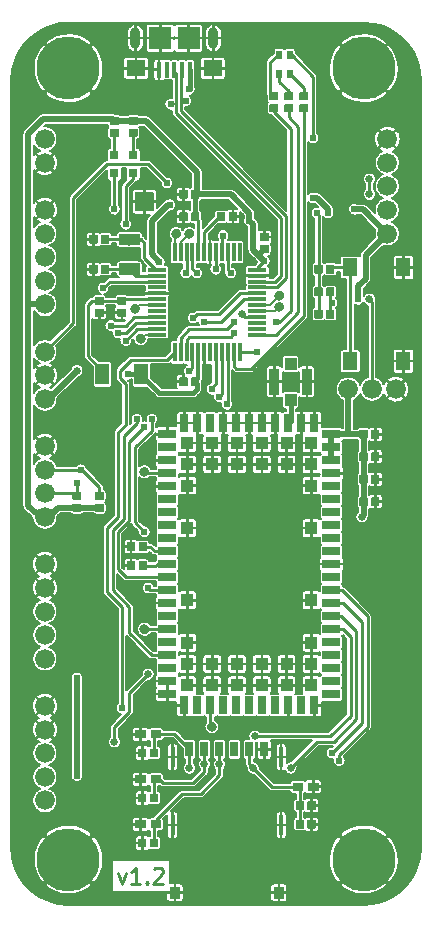
<source format=gbr>
G04 #@! TF.GenerationSoftware,KiCad,Pcbnew,5.0.2-bee76a0~70~ubuntu18.04.1*
G04 #@! TF.CreationDate,2019-09-11T11:18:42+02:00*
G04 #@! TF.ProjectId,easyhive_1_3,65617379-6869-4766-955f-315f332e6b69,rev?*
G04 #@! TF.SameCoordinates,Original*
G04 #@! TF.FileFunction,Copper,L1,Top*
G04 #@! TF.FilePolarity,Positive*
%FSLAX46Y46*%
G04 Gerber Fmt 4.6, Leading zero omitted, Abs format (unit mm)*
G04 Created by KiCad (PCBNEW 5.0.2-bee76a0~70~ubuntu18.04.1) date Mi 11 Sep 2019 11:18:42 CEST*
%MOMM*%
%LPD*%
G01*
G04 APERTURE LIST*
G04 #@! TA.AperFunction,NonConductor*
%ADD10C,0.213360*%
G04 #@! TD*
G04 #@! TA.AperFunction,SMDPad,CuDef*
%ADD11R,0.300000X1.600000*%
G04 #@! TD*
G04 #@! TA.AperFunction,SMDPad,CuDef*
%ADD12R,1.600000X0.300000*%
G04 #@! TD*
G04 #@! TA.AperFunction,Conductor*
%ADD13C,0.100000*%
G04 #@! TD*
G04 #@! TA.AperFunction,SMDPad,CuDef*
%ADD14C,0.700000*%
G04 #@! TD*
G04 #@! TA.AperFunction,SMDPad,CuDef*
%ADD15R,1.200000X1.800000*%
G04 #@! TD*
G04 #@! TA.AperFunction,SMDPad,CuDef*
%ADD16R,1.300000X1.550000*%
G04 #@! TD*
G04 #@! TA.AperFunction,ComponentPad*
%ADD17O,0.900000X1.800000*%
G04 #@! TD*
G04 #@! TA.AperFunction,SMDPad,CuDef*
%ADD18R,1.900000X1.900000*%
G04 #@! TD*
G04 #@! TA.AperFunction,SMDPad,CuDef*
%ADD19R,1.600000X1.400000*%
G04 #@! TD*
G04 #@! TA.AperFunction,SMDPad,CuDef*
%ADD20R,0.400000X1.350000*%
G04 #@! TD*
G04 #@! TA.AperFunction,ComponentPad*
%ADD21C,1.676400*%
G04 #@! TD*
G04 #@! TA.AperFunction,ComponentPad*
%ADD22C,0.508000*%
G04 #@! TD*
G04 #@! TA.AperFunction,SMDPad,CuDef*
%ADD23C,1.600000*%
G04 #@! TD*
G04 #@! TA.AperFunction,SMDPad,CuDef*
%ADD24R,0.800000X0.800000*%
G04 #@! TD*
G04 #@! TA.AperFunction,SMDPad,CuDef*
%ADD25R,0.500000X0.800000*%
G04 #@! TD*
G04 #@! TA.AperFunction,SMDPad,CuDef*
%ADD26C,1.000000*%
G04 #@! TD*
G04 #@! TA.AperFunction,SMDPad,CuDef*
%ADD27R,0.350000X1.800000*%
G04 #@! TD*
G04 #@! TA.AperFunction,SMDPad,CuDef*
%ADD28R,0.650000X1.300000*%
G04 #@! TD*
G04 #@! TA.AperFunction,SMDPad,CuDef*
%ADD29R,0.900000X1.000000*%
G04 #@! TD*
G04 #@! TA.AperFunction,SMDPad,CuDef*
%ADD30R,1.100000X1.100000*%
G04 #@! TD*
G04 #@! TA.AperFunction,SMDPad,CuDef*
%ADD31R,0.800000X1.500000*%
G04 #@! TD*
G04 #@! TA.AperFunction,SMDPad,CuDef*
%ADD32R,1.500000X0.800000*%
G04 #@! TD*
G04 #@! TA.AperFunction,ComponentPad*
%ADD33C,5.334000*%
G04 #@! TD*
G04 #@! TA.AperFunction,SMDPad,CuDef*
%ADD34R,1.000000X1.050000*%
G04 #@! TD*
G04 #@! TA.AperFunction,SMDPad,CuDef*
%ADD35R,0.850000X2.200000*%
G04 #@! TD*
G04 #@! TA.AperFunction,SMDPad,CuDef*
%ADD36C,0.800000*%
G04 #@! TD*
G04 #@! TA.AperFunction,ViaPad*
%ADD37C,0.609600*%
G04 #@! TD*
G04 #@! TA.AperFunction,ViaPad*
%ADD38C,0.654800*%
G04 #@! TD*
G04 #@! TA.AperFunction,Conductor*
%ADD39C,0.508000*%
G04 #@! TD*
G04 #@! TA.AperFunction,Conductor*
%ADD40C,0.406400*%
G04 #@! TD*
G04 #@! TA.AperFunction,Conductor*
%ADD41C,0.254000*%
G04 #@! TD*
G04 #@! TA.AperFunction,Conductor*
%ADD42C,0.304800*%
G04 #@! TD*
G04 #@! TA.AperFunction,Conductor*
%ADD43C,0.203200*%
G04 #@! TD*
G04 #@! TA.AperFunction,Conductor*
%ADD44C,0.152400*%
G04 #@! TD*
G04 APERTURE END LIST*
D10*
X140222824Y-139633400D02*
X140544557Y-140534253D01*
X140866290Y-139633400D01*
X142088877Y-140534253D02*
X141316717Y-140534253D01*
X141702797Y-140534253D02*
X141702797Y-139182973D01*
X141574104Y-139376013D01*
X141445410Y-139504706D01*
X141316717Y-139569053D01*
X142667997Y-140405560D02*
X142732344Y-140469906D01*
X142667997Y-140534253D01*
X142603650Y-140469906D01*
X142667997Y-140405560D01*
X142667997Y-140534253D01*
X143247117Y-139311666D02*
X143311464Y-139247320D01*
X143440157Y-139182973D01*
X143761890Y-139182973D01*
X143890584Y-139247320D01*
X143954930Y-139311666D01*
X144019277Y-139440360D01*
X144019277Y-139569053D01*
X143954930Y-139762093D01*
X143182770Y-140534253D01*
X144019277Y-140534253D01*
D11*
G04 #@! TO.P,IC1,48*
G04 #@! TO.N,/PB03*
X144996100Y-87068600D03*
G04 #@! TO.P,IC1,47*
G04 #@! TO.N,/PB02*
X145496100Y-87068600D03*
G04 #@! TO.P,IC1,46*
G04 #@! TO.N,/SWDIO*
X145996100Y-87068600D03*
G04 #@! TO.P,IC1,45*
G04 #@! TO.N,/SWCLK*
X146496100Y-87068600D03*
G04 #@! TO.P,IC1,44*
G04 #@! TO.N,+3V3*
X146996100Y-87068600D03*
G04 #@! TO.P,IC1,43*
G04 #@! TO.N,Net-(C2-Pad1)*
X147496100Y-87068600D03*
G04 #@! TO.P,IC1,42*
G04 #@! TO.N,GND*
X147996100Y-87068600D03*
G04 #@! TO.P,IC1,41*
G04 #@! TO.N,/BUZZER*
X148496100Y-87068600D03*
G04 #@! TO.P,IC1,40*
G04 #@! TO.N,/~RESET*
X148996100Y-87068600D03*
G04 #@! TO.P,IC1,39*
G04 #@! TO.N,/DS_DATA*
X149496100Y-87068600D03*
G04 #@! TO.P,IC1,38*
G04 #@! TO.N,Net-(IC1-Pad38)*
X149996100Y-87068600D03*
G04 #@! TO.P,IC1,37*
G04 #@! TO.N,Net-(IC1-Pad37)*
X150496100Y-87068600D03*
D12*
G04 #@! TO.P,IC1,36*
G04 #@! TO.N,+3V3*
X151996100Y-88568600D03*
G04 #@! TO.P,IC1,35*
G04 #@! TO.N,GND*
X151996100Y-89068600D03*
G04 #@! TO.P,IC1,34*
G04 #@! TO.N,/USBP*
X151996100Y-89568600D03*
G04 #@! TO.P,IC1,33*
G04 #@! TO.N,/USBN*
X151996100Y-90068600D03*
G04 #@! TO.P,IC1,32*
G04 #@! TO.N,/SAM_SCL*
X151996100Y-90568600D03*
G04 #@! TO.P,IC1,31*
G04 #@! TO.N,/SAM_SDA*
X151996100Y-91068600D03*
G04 #@! TO.P,IC1,29*
G04 #@! TO.N,/PA20*
X151996100Y-92068600D03*
G04 #@! TO.P,IC1,30*
G04 #@! TO.N,/PA21*
X151996100Y-91568600D03*
G04 #@! TO.P,IC1,28*
G04 #@! TO.N,/ADS_A0*
X151996100Y-92568600D03*
G04 #@! TO.P,IC1,27*
G04 #@! TO.N,Net-(IC1-Pad27)*
X151996100Y-93068600D03*
G04 #@! TO.P,IC1,26*
G04 #@! TO.N,Net-(IC1-Pad26)*
X151996100Y-93568600D03*
G04 #@! TO.P,IC1,25*
G04 #@! TO.N,/GREEN*
X151996100Y-94068600D03*
D11*
G04 #@! TO.P,IC1,24*
G04 #@! TO.N,/BLUE*
X150496100Y-95568600D03*
G04 #@! TO.P,IC1,23*
G04 #@! TO.N,/RED*
X149996100Y-95568600D03*
G04 #@! TO.P,IC1,22*
G04 #@! TO.N,/SARA_RX*
X149496100Y-95568600D03*
G04 #@! TO.P,IC1,21*
G04 #@! TO.N,/SARA_TX*
X148996100Y-95568600D03*
G04 #@! TO.P,IC1,20*
G04 #@! TO.N,/SARA_RST*
X148496100Y-95568600D03*
G04 #@! TO.P,IC1,19*
G04 #@! TO.N,Net-(IC1-Pad19)*
X147996100Y-95568600D03*
G04 #@! TO.P,IC1,18*
G04 #@! TO.N,GND*
X147496100Y-95568600D03*
G04 #@! TO.P,IC1,17*
G04 #@! TO.N,+3V3*
X146996100Y-95568600D03*
G04 #@! TO.P,IC1,16*
G04 #@! TO.N,/~PDWN*
X146496100Y-95568600D03*
G04 #@! TO.P,IC1,15*
G04 #@! TO.N,/SCLK*
X145996100Y-95568600D03*
G04 #@! TO.P,IC1,14*
G04 #@! TO.N,/DATA*
X145496100Y-95568600D03*
G04 #@! TO.P,IC1,13*
G04 #@! TO.N,/TEMP_EN*
X144996100Y-95568600D03*
D12*
G04 #@! TO.P,IC1,12*
G04 #@! TO.N,/PA07*
X143496100Y-94068600D03*
G04 #@! TO.P,IC1,11*
G04 #@! TO.N,/I2S_WS*
X143496100Y-93568600D03*
G04 #@! TO.P,IC1,10*
G04 #@! TO.N,/I2S_SD*
X143496100Y-93068600D03*
G04 #@! TO.P,IC1,9*
G04 #@! TO.N,/I2S_SCK*
X143496100Y-92568600D03*
G04 #@! TO.P,IC1,8*
G04 #@! TO.N,Net-(IC1-Pad8)*
X143496100Y-92068600D03*
G04 #@! TO.P,IC1,7*
G04 #@! TO.N,/PB08*
X143496100Y-91568600D03*
G04 #@! TO.P,IC1,6*
G04 #@! TO.N,Net-(C7-Pad1)*
X143496100Y-91068600D03*
G04 #@! TO.P,IC1,5*
G04 #@! TO.N,GND*
X143496100Y-90568600D03*
G04 #@! TO.P,IC1,4*
G04 #@! TO.N,Net-(IC1-Pad4)*
X143496100Y-90068600D03*
G04 #@! TO.P,IC1,3*
G04 #@! TO.N,/AIN0*
X143496100Y-89568600D03*
G04 #@! TO.P,IC1,2*
G04 #@! TO.N,Net-(C4-Pad1)*
X143496100Y-89068600D03*
G04 #@! TO.P,IC1,1*
G04 #@! TO.N,Net-(C3-Pad1)*
X143496100Y-88568600D03*
G04 #@! TD*
D13*
G04 #@! TO.N,GND*
G04 #@! TO.C,C2*
G36*
X150202961Y-83708937D02*
X150209756Y-83709945D01*
X150216420Y-83711614D01*
X150222888Y-83713928D01*
X150229098Y-83716866D01*
X150234990Y-83720397D01*
X150240508Y-83724489D01*
X150245597Y-83729103D01*
X150250211Y-83734192D01*
X150254303Y-83739710D01*
X150257834Y-83745602D01*
X150260772Y-83751812D01*
X150263086Y-83758280D01*
X150264755Y-83764944D01*
X150265763Y-83771739D01*
X150266100Y-83778600D01*
X150266100Y-84388600D01*
X150265763Y-84395461D01*
X150264755Y-84402256D01*
X150263086Y-84408920D01*
X150260772Y-84415388D01*
X150257834Y-84421598D01*
X150254303Y-84427490D01*
X150250211Y-84433008D01*
X150245597Y-84438097D01*
X150240508Y-84442711D01*
X150234990Y-84446803D01*
X150229098Y-84450334D01*
X150222888Y-84453272D01*
X150216420Y-84455586D01*
X150209756Y-84457255D01*
X150202961Y-84458263D01*
X150196100Y-84458600D01*
X149636100Y-84458600D01*
X149629239Y-84458263D01*
X149622444Y-84457255D01*
X149615780Y-84455586D01*
X149609312Y-84453272D01*
X149603102Y-84450334D01*
X149597210Y-84446803D01*
X149591692Y-84442711D01*
X149586603Y-84438097D01*
X149581989Y-84433008D01*
X149577897Y-84427490D01*
X149574366Y-84421598D01*
X149571428Y-84415388D01*
X149569114Y-84408920D01*
X149567445Y-84402256D01*
X149566437Y-84395461D01*
X149566100Y-84388600D01*
X149566100Y-83778600D01*
X149566437Y-83771739D01*
X149567445Y-83764944D01*
X149569114Y-83758280D01*
X149571428Y-83751812D01*
X149574366Y-83745602D01*
X149577897Y-83739710D01*
X149581989Y-83734192D01*
X149586603Y-83729103D01*
X149591692Y-83724489D01*
X149597210Y-83720397D01*
X149603102Y-83716866D01*
X149609312Y-83713928D01*
X149615780Y-83711614D01*
X149622444Y-83709945D01*
X149629239Y-83708937D01*
X149636100Y-83708600D01*
X150196100Y-83708600D01*
X150202961Y-83708937D01*
X150202961Y-83708937D01*
G37*
D14*
G04 #@! TD*
G04 #@! TO.P,C2,2*
G04 #@! TO.N,GND*
X149916100Y-84083600D03*
D13*
G04 #@! TO.N,Net-(C2-Pad1)*
G04 #@! TO.C,C2*
G36*
X149202961Y-83708937D02*
X149209756Y-83709945D01*
X149216420Y-83711614D01*
X149222888Y-83713928D01*
X149229098Y-83716866D01*
X149234990Y-83720397D01*
X149240508Y-83724489D01*
X149245597Y-83729103D01*
X149250211Y-83734192D01*
X149254303Y-83739710D01*
X149257834Y-83745602D01*
X149260772Y-83751812D01*
X149263086Y-83758280D01*
X149264755Y-83764944D01*
X149265763Y-83771739D01*
X149266100Y-83778600D01*
X149266100Y-84388600D01*
X149265763Y-84395461D01*
X149264755Y-84402256D01*
X149263086Y-84408920D01*
X149260772Y-84415388D01*
X149257834Y-84421598D01*
X149254303Y-84427490D01*
X149250211Y-84433008D01*
X149245597Y-84438097D01*
X149240508Y-84442711D01*
X149234990Y-84446803D01*
X149229098Y-84450334D01*
X149222888Y-84453272D01*
X149216420Y-84455586D01*
X149209756Y-84457255D01*
X149202961Y-84458263D01*
X149196100Y-84458600D01*
X148636100Y-84458600D01*
X148629239Y-84458263D01*
X148622444Y-84457255D01*
X148615780Y-84455586D01*
X148609312Y-84453272D01*
X148603102Y-84450334D01*
X148597210Y-84446803D01*
X148591692Y-84442711D01*
X148586603Y-84438097D01*
X148581989Y-84433008D01*
X148577897Y-84427490D01*
X148574366Y-84421598D01*
X148571428Y-84415388D01*
X148569114Y-84408920D01*
X148567445Y-84402256D01*
X148566437Y-84395461D01*
X148566100Y-84388600D01*
X148566100Y-83778600D01*
X148566437Y-83771739D01*
X148567445Y-83764944D01*
X148569114Y-83758280D01*
X148571428Y-83751812D01*
X148574366Y-83745602D01*
X148577897Y-83739710D01*
X148581989Y-83734192D01*
X148586603Y-83729103D01*
X148591692Y-83724489D01*
X148597210Y-83720397D01*
X148603102Y-83716866D01*
X148609312Y-83713928D01*
X148615780Y-83711614D01*
X148622444Y-83709945D01*
X148629239Y-83708937D01*
X148636100Y-83708600D01*
X149196100Y-83708600D01*
X149202961Y-83708937D01*
X149202961Y-83708937D01*
G37*
D14*
G04 #@! TD*
G04 #@! TO.P,C2,1*
G04 #@! TO.N,Net-(C2-Pad1)*
X148916100Y-84083600D03*
D13*
G04 #@! TO.N,GND*
G04 #@! TO.C,C3*
G36*
X138407961Y-85613937D02*
X138414756Y-85614945D01*
X138421420Y-85616614D01*
X138427888Y-85618928D01*
X138434098Y-85621866D01*
X138439990Y-85625397D01*
X138445508Y-85629489D01*
X138450597Y-85634103D01*
X138455211Y-85639192D01*
X138459303Y-85644710D01*
X138462834Y-85650602D01*
X138465772Y-85656812D01*
X138468086Y-85663280D01*
X138469755Y-85669944D01*
X138470763Y-85676739D01*
X138471100Y-85683600D01*
X138471100Y-86293600D01*
X138470763Y-86300461D01*
X138469755Y-86307256D01*
X138468086Y-86313920D01*
X138465772Y-86320388D01*
X138462834Y-86326598D01*
X138459303Y-86332490D01*
X138455211Y-86338008D01*
X138450597Y-86343097D01*
X138445508Y-86347711D01*
X138439990Y-86351803D01*
X138434098Y-86355334D01*
X138427888Y-86358272D01*
X138421420Y-86360586D01*
X138414756Y-86362255D01*
X138407961Y-86363263D01*
X138401100Y-86363600D01*
X137841100Y-86363600D01*
X137834239Y-86363263D01*
X137827444Y-86362255D01*
X137820780Y-86360586D01*
X137814312Y-86358272D01*
X137808102Y-86355334D01*
X137802210Y-86351803D01*
X137796692Y-86347711D01*
X137791603Y-86343097D01*
X137786989Y-86338008D01*
X137782897Y-86332490D01*
X137779366Y-86326598D01*
X137776428Y-86320388D01*
X137774114Y-86313920D01*
X137772445Y-86307256D01*
X137771437Y-86300461D01*
X137771100Y-86293600D01*
X137771100Y-85683600D01*
X137771437Y-85676739D01*
X137772445Y-85669944D01*
X137774114Y-85663280D01*
X137776428Y-85656812D01*
X137779366Y-85650602D01*
X137782897Y-85644710D01*
X137786989Y-85639192D01*
X137791603Y-85634103D01*
X137796692Y-85629489D01*
X137802210Y-85625397D01*
X137808102Y-85621866D01*
X137814312Y-85618928D01*
X137820780Y-85616614D01*
X137827444Y-85614945D01*
X137834239Y-85613937D01*
X137841100Y-85613600D01*
X138401100Y-85613600D01*
X138407961Y-85613937D01*
X138407961Y-85613937D01*
G37*
D14*
G04 #@! TD*
G04 #@! TO.P,C3,2*
G04 #@! TO.N,GND*
X138121100Y-85988600D03*
D13*
G04 #@! TO.N,Net-(C3-Pad1)*
G04 #@! TO.C,C3*
G36*
X139407961Y-85613937D02*
X139414756Y-85614945D01*
X139421420Y-85616614D01*
X139427888Y-85618928D01*
X139434098Y-85621866D01*
X139439990Y-85625397D01*
X139445508Y-85629489D01*
X139450597Y-85634103D01*
X139455211Y-85639192D01*
X139459303Y-85644710D01*
X139462834Y-85650602D01*
X139465772Y-85656812D01*
X139468086Y-85663280D01*
X139469755Y-85669944D01*
X139470763Y-85676739D01*
X139471100Y-85683600D01*
X139471100Y-86293600D01*
X139470763Y-86300461D01*
X139469755Y-86307256D01*
X139468086Y-86313920D01*
X139465772Y-86320388D01*
X139462834Y-86326598D01*
X139459303Y-86332490D01*
X139455211Y-86338008D01*
X139450597Y-86343097D01*
X139445508Y-86347711D01*
X139439990Y-86351803D01*
X139434098Y-86355334D01*
X139427888Y-86358272D01*
X139421420Y-86360586D01*
X139414756Y-86362255D01*
X139407961Y-86363263D01*
X139401100Y-86363600D01*
X138841100Y-86363600D01*
X138834239Y-86363263D01*
X138827444Y-86362255D01*
X138820780Y-86360586D01*
X138814312Y-86358272D01*
X138808102Y-86355334D01*
X138802210Y-86351803D01*
X138796692Y-86347711D01*
X138791603Y-86343097D01*
X138786989Y-86338008D01*
X138782897Y-86332490D01*
X138779366Y-86326598D01*
X138776428Y-86320388D01*
X138774114Y-86313920D01*
X138772445Y-86307256D01*
X138771437Y-86300461D01*
X138771100Y-86293600D01*
X138771100Y-85683600D01*
X138771437Y-85676739D01*
X138772445Y-85669944D01*
X138774114Y-85663280D01*
X138776428Y-85656812D01*
X138779366Y-85650602D01*
X138782897Y-85644710D01*
X138786989Y-85639192D01*
X138791603Y-85634103D01*
X138796692Y-85629489D01*
X138802210Y-85625397D01*
X138808102Y-85621866D01*
X138814312Y-85618928D01*
X138820780Y-85616614D01*
X138827444Y-85614945D01*
X138834239Y-85613937D01*
X138841100Y-85613600D01*
X139401100Y-85613600D01*
X139407961Y-85613937D01*
X139407961Y-85613937D01*
G37*
D14*
G04 #@! TD*
G04 #@! TO.P,C3,1*
G04 #@! TO.N,Net-(C3-Pad1)*
X139121100Y-85988600D03*
D13*
G04 #@! TO.N,GND*
G04 #@! TO.C,C4*
G36*
X138407961Y-88153937D02*
X138414756Y-88154945D01*
X138421420Y-88156614D01*
X138427888Y-88158928D01*
X138434098Y-88161866D01*
X138439990Y-88165397D01*
X138445508Y-88169489D01*
X138450597Y-88174103D01*
X138455211Y-88179192D01*
X138459303Y-88184710D01*
X138462834Y-88190602D01*
X138465772Y-88196812D01*
X138468086Y-88203280D01*
X138469755Y-88209944D01*
X138470763Y-88216739D01*
X138471100Y-88223600D01*
X138471100Y-88833600D01*
X138470763Y-88840461D01*
X138469755Y-88847256D01*
X138468086Y-88853920D01*
X138465772Y-88860388D01*
X138462834Y-88866598D01*
X138459303Y-88872490D01*
X138455211Y-88878008D01*
X138450597Y-88883097D01*
X138445508Y-88887711D01*
X138439990Y-88891803D01*
X138434098Y-88895334D01*
X138427888Y-88898272D01*
X138421420Y-88900586D01*
X138414756Y-88902255D01*
X138407961Y-88903263D01*
X138401100Y-88903600D01*
X137841100Y-88903600D01*
X137834239Y-88903263D01*
X137827444Y-88902255D01*
X137820780Y-88900586D01*
X137814312Y-88898272D01*
X137808102Y-88895334D01*
X137802210Y-88891803D01*
X137796692Y-88887711D01*
X137791603Y-88883097D01*
X137786989Y-88878008D01*
X137782897Y-88872490D01*
X137779366Y-88866598D01*
X137776428Y-88860388D01*
X137774114Y-88853920D01*
X137772445Y-88847256D01*
X137771437Y-88840461D01*
X137771100Y-88833600D01*
X137771100Y-88223600D01*
X137771437Y-88216739D01*
X137772445Y-88209944D01*
X137774114Y-88203280D01*
X137776428Y-88196812D01*
X137779366Y-88190602D01*
X137782897Y-88184710D01*
X137786989Y-88179192D01*
X137791603Y-88174103D01*
X137796692Y-88169489D01*
X137802210Y-88165397D01*
X137808102Y-88161866D01*
X137814312Y-88158928D01*
X137820780Y-88156614D01*
X137827444Y-88154945D01*
X137834239Y-88153937D01*
X137841100Y-88153600D01*
X138401100Y-88153600D01*
X138407961Y-88153937D01*
X138407961Y-88153937D01*
G37*
D14*
G04 #@! TD*
G04 #@! TO.P,C4,2*
G04 #@! TO.N,GND*
X138121100Y-88528600D03*
D13*
G04 #@! TO.N,Net-(C4-Pad1)*
G04 #@! TO.C,C4*
G36*
X139407961Y-88153937D02*
X139414756Y-88154945D01*
X139421420Y-88156614D01*
X139427888Y-88158928D01*
X139434098Y-88161866D01*
X139439990Y-88165397D01*
X139445508Y-88169489D01*
X139450597Y-88174103D01*
X139455211Y-88179192D01*
X139459303Y-88184710D01*
X139462834Y-88190602D01*
X139465772Y-88196812D01*
X139468086Y-88203280D01*
X139469755Y-88209944D01*
X139470763Y-88216739D01*
X139471100Y-88223600D01*
X139471100Y-88833600D01*
X139470763Y-88840461D01*
X139469755Y-88847256D01*
X139468086Y-88853920D01*
X139465772Y-88860388D01*
X139462834Y-88866598D01*
X139459303Y-88872490D01*
X139455211Y-88878008D01*
X139450597Y-88883097D01*
X139445508Y-88887711D01*
X139439990Y-88891803D01*
X139434098Y-88895334D01*
X139427888Y-88898272D01*
X139421420Y-88900586D01*
X139414756Y-88902255D01*
X139407961Y-88903263D01*
X139401100Y-88903600D01*
X138841100Y-88903600D01*
X138834239Y-88903263D01*
X138827444Y-88902255D01*
X138820780Y-88900586D01*
X138814312Y-88898272D01*
X138808102Y-88895334D01*
X138802210Y-88891803D01*
X138796692Y-88887711D01*
X138791603Y-88883097D01*
X138786989Y-88878008D01*
X138782897Y-88872490D01*
X138779366Y-88866598D01*
X138776428Y-88860388D01*
X138774114Y-88853920D01*
X138772445Y-88847256D01*
X138771437Y-88840461D01*
X138771100Y-88833600D01*
X138771100Y-88223600D01*
X138771437Y-88216739D01*
X138772445Y-88209944D01*
X138774114Y-88203280D01*
X138776428Y-88196812D01*
X138779366Y-88190602D01*
X138782897Y-88184710D01*
X138786989Y-88179192D01*
X138791603Y-88174103D01*
X138796692Y-88169489D01*
X138802210Y-88165397D01*
X138808102Y-88161866D01*
X138814312Y-88158928D01*
X138820780Y-88156614D01*
X138827444Y-88154945D01*
X138834239Y-88153937D01*
X138841100Y-88153600D01*
X139401100Y-88153600D01*
X139407961Y-88153937D01*
X139407961Y-88153937D01*
G37*
D14*
G04 #@! TD*
G04 #@! TO.P,C4,1*
G04 #@! TO.N,Net-(C4-Pad1)*
X139121100Y-88528600D03*
D13*
G04 #@! TO.N,GND*
G04 #@! TO.C,C5*
G36*
X146027961Y-97678937D02*
X146034756Y-97679945D01*
X146041420Y-97681614D01*
X146047888Y-97683928D01*
X146054098Y-97686866D01*
X146059990Y-97690397D01*
X146065508Y-97694489D01*
X146070597Y-97699103D01*
X146075211Y-97704192D01*
X146079303Y-97709710D01*
X146082834Y-97715602D01*
X146085772Y-97721812D01*
X146088086Y-97728280D01*
X146089755Y-97734944D01*
X146090763Y-97741739D01*
X146091100Y-97748600D01*
X146091100Y-98358600D01*
X146090763Y-98365461D01*
X146089755Y-98372256D01*
X146088086Y-98378920D01*
X146085772Y-98385388D01*
X146082834Y-98391598D01*
X146079303Y-98397490D01*
X146075211Y-98403008D01*
X146070597Y-98408097D01*
X146065508Y-98412711D01*
X146059990Y-98416803D01*
X146054098Y-98420334D01*
X146047888Y-98423272D01*
X146041420Y-98425586D01*
X146034756Y-98427255D01*
X146027961Y-98428263D01*
X146021100Y-98428600D01*
X145461100Y-98428600D01*
X145454239Y-98428263D01*
X145447444Y-98427255D01*
X145440780Y-98425586D01*
X145434312Y-98423272D01*
X145428102Y-98420334D01*
X145422210Y-98416803D01*
X145416692Y-98412711D01*
X145411603Y-98408097D01*
X145406989Y-98403008D01*
X145402897Y-98397490D01*
X145399366Y-98391598D01*
X145396428Y-98385388D01*
X145394114Y-98378920D01*
X145392445Y-98372256D01*
X145391437Y-98365461D01*
X145391100Y-98358600D01*
X145391100Y-97748600D01*
X145391437Y-97741739D01*
X145392445Y-97734944D01*
X145394114Y-97728280D01*
X145396428Y-97721812D01*
X145399366Y-97715602D01*
X145402897Y-97709710D01*
X145406989Y-97704192D01*
X145411603Y-97699103D01*
X145416692Y-97694489D01*
X145422210Y-97690397D01*
X145428102Y-97686866D01*
X145434312Y-97683928D01*
X145440780Y-97681614D01*
X145447444Y-97679945D01*
X145454239Y-97678937D01*
X145461100Y-97678600D01*
X146021100Y-97678600D01*
X146027961Y-97678937D01*
X146027961Y-97678937D01*
G37*
D14*
G04 #@! TD*
G04 #@! TO.P,C5,2*
G04 #@! TO.N,GND*
X145741100Y-98053600D03*
D13*
G04 #@! TO.N,+3V3*
G04 #@! TO.C,C5*
G36*
X147027961Y-97678937D02*
X147034756Y-97679945D01*
X147041420Y-97681614D01*
X147047888Y-97683928D01*
X147054098Y-97686866D01*
X147059990Y-97690397D01*
X147065508Y-97694489D01*
X147070597Y-97699103D01*
X147075211Y-97704192D01*
X147079303Y-97709710D01*
X147082834Y-97715602D01*
X147085772Y-97721812D01*
X147088086Y-97728280D01*
X147089755Y-97734944D01*
X147090763Y-97741739D01*
X147091100Y-97748600D01*
X147091100Y-98358600D01*
X147090763Y-98365461D01*
X147089755Y-98372256D01*
X147088086Y-98378920D01*
X147085772Y-98385388D01*
X147082834Y-98391598D01*
X147079303Y-98397490D01*
X147075211Y-98403008D01*
X147070597Y-98408097D01*
X147065508Y-98412711D01*
X147059990Y-98416803D01*
X147054098Y-98420334D01*
X147047888Y-98423272D01*
X147041420Y-98425586D01*
X147034756Y-98427255D01*
X147027961Y-98428263D01*
X147021100Y-98428600D01*
X146461100Y-98428600D01*
X146454239Y-98428263D01*
X146447444Y-98427255D01*
X146440780Y-98425586D01*
X146434312Y-98423272D01*
X146428102Y-98420334D01*
X146422210Y-98416803D01*
X146416692Y-98412711D01*
X146411603Y-98408097D01*
X146406989Y-98403008D01*
X146402897Y-98397490D01*
X146399366Y-98391598D01*
X146396428Y-98385388D01*
X146394114Y-98378920D01*
X146392445Y-98372256D01*
X146391437Y-98365461D01*
X146391100Y-98358600D01*
X146391100Y-97748600D01*
X146391437Y-97741739D01*
X146392445Y-97734944D01*
X146394114Y-97728280D01*
X146396428Y-97721812D01*
X146399366Y-97715602D01*
X146402897Y-97709710D01*
X146406989Y-97704192D01*
X146411603Y-97699103D01*
X146416692Y-97694489D01*
X146422210Y-97690397D01*
X146428102Y-97686866D01*
X146434312Y-97683928D01*
X146440780Y-97681614D01*
X146447444Y-97679945D01*
X146454239Y-97678937D01*
X146461100Y-97678600D01*
X147021100Y-97678600D01*
X147027961Y-97678937D01*
X147027961Y-97678937D01*
G37*
D14*
G04 #@! TD*
G04 #@! TO.P,C5,1*
G04 #@! TO.N,+3V3*
X146741100Y-98053600D03*
D13*
G04 #@! TO.N,GND*
G04 #@! TO.C,C6*
G36*
X152902961Y-85456437D02*
X152909756Y-85457445D01*
X152916420Y-85459114D01*
X152922888Y-85461428D01*
X152929098Y-85464366D01*
X152934990Y-85467897D01*
X152940508Y-85471989D01*
X152945597Y-85476603D01*
X152950211Y-85481692D01*
X152954303Y-85487210D01*
X152957834Y-85493102D01*
X152960772Y-85499312D01*
X152963086Y-85505780D01*
X152964755Y-85512444D01*
X152965763Y-85519239D01*
X152966100Y-85526100D01*
X152966100Y-86086100D01*
X152965763Y-86092961D01*
X152964755Y-86099756D01*
X152963086Y-86106420D01*
X152960772Y-86112888D01*
X152957834Y-86119098D01*
X152954303Y-86124990D01*
X152950211Y-86130508D01*
X152945597Y-86135597D01*
X152940508Y-86140211D01*
X152934990Y-86144303D01*
X152929098Y-86147834D01*
X152922888Y-86150772D01*
X152916420Y-86153086D01*
X152909756Y-86154755D01*
X152902961Y-86155763D01*
X152896100Y-86156100D01*
X152286100Y-86156100D01*
X152279239Y-86155763D01*
X152272444Y-86154755D01*
X152265780Y-86153086D01*
X152259312Y-86150772D01*
X152253102Y-86147834D01*
X152247210Y-86144303D01*
X152241692Y-86140211D01*
X152236603Y-86135597D01*
X152231989Y-86130508D01*
X152227897Y-86124990D01*
X152224366Y-86119098D01*
X152221428Y-86112888D01*
X152219114Y-86106420D01*
X152217445Y-86099756D01*
X152216437Y-86092961D01*
X152216100Y-86086100D01*
X152216100Y-85526100D01*
X152216437Y-85519239D01*
X152217445Y-85512444D01*
X152219114Y-85505780D01*
X152221428Y-85499312D01*
X152224366Y-85493102D01*
X152227897Y-85487210D01*
X152231989Y-85481692D01*
X152236603Y-85476603D01*
X152241692Y-85471989D01*
X152247210Y-85467897D01*
X152253102Y-85464366D01*
X152259312Y-85461428D01*
X152265780Y-85459114D01*
X152272444Y-85457445D01*
X152279239Y-85456437D01*
X152286100Y-85456100D01*
X152896100Y-85456100D01*
X152902961Y-85456437D01*
X152902961Y-85456437D01*
G37*
D14*
G04 #@! TD*
G04 #@! TO.P,C6,2*
G04 #@! TO.N,GND*
X152591100Y-85806100D03*
D13*
G04 #@! TO.N,+3V3*
G04 #@! TO.C,C6*
G36*
X152902961Y-86456437D02*
X152909756Y-86457445D01*
X152916420Y-86459114D01*
X152922888Y-86461428D01*
X152929098Y-86464366D01*
X152934990Y-86467897D01*
X152940508Y-86471989D01*
X152945597Y-86476603D01*
X152950211Y-86481692D01*
X152954303Y-86487210D01*
X152957834Y-86493102D01*
X152960772Y-86499312D01*
X152963086Y-86505780D01*
X152964755Y-86512444D01*
X152965763Y-86519239D01*
X152966100Y-86526100D01*
X152966100Y-87086100D01*
X152965763Y-87092961D01*
X152964755Y-87099756D01*
X152963086Y-87106420D01*
X152960772Y-87112888D01*
X152957834Y-87119098D01*
X152954303Y-87124990D01*
X152950211Y-87130508D01*
X152945597Y-87135597D01*
X152940508Y-87140211D01*
X152934990Y-87144303D01*
X152929098Y-87147834D01*
X152922888Y-87150772D01*
X152916420Y-87153086D01*
X152909756Y-87154755D01*
X152902961Y-87155763D01*
X152896100Y-87156100D01*
X152286100Y-87156100D01*
X152279239Y-87155763D01*
X152272444Y-87154755D01*
X152265780Y-87153086D01*
X152259312Y-87150772D01*
X152253102Y-87147834D01*
X152247210Y-87144303D01*
X152241692Y-87140211D01*
X152236603Y-87135597D01*
X152231989Y-87130508D01*
X152227897Y-87124990D01*
X152224366Y-87119098D01*
X152221428Y-87112888D01*
X152219114Y-87106420D01*
X152217445Y-87099756D01*
X152216437Y-87092961D01*
X152216100Y-87086100D01*
X152216100Y-86526100D01*
X152216437Y-86519239D01*
X152217445Y-86512444D01*
X152219114Y-86505780D01*
X152221428Y-86499312D01*
X152224366Y-86493102D01*
X152227897Y-86487210D01*
X152231989Y-86481692D01*
X152236603Y-86476603D01*
X152241692Y-86471989D01*
X152247210Y-86467897D01*
X152253102Y-86464366D01*
X152259312Y-86461428D01*
X152265780Y-86459114D01*
X152272444Y-86457445D01*
X152279239Y-86456437D01*
X152286100Y-86456100D01*
X152896100Y-86456100D01*
X152902961Y-86456437D01*
X152902961Y-86456437D01*
G37*
D14*
G04 #@! TD*
G04 #@! TO.P,C6,1*
G04 #@! TO.N,+3V3*
X152591100Y-86806100D03*
D13*
G04 #@! TO.N,GND*
G04 #@! TO.C,C7*
G36*
X140837961Y-91853937D02*
X140844756Y-91854945D01*
X140851420Y-91856614D01*
X140857888Y-91858928D01*
X140864098Y-91861866D01*
X140869990Y-91865397D01*
X140875508Y-91869489D01*
X140880597Y-91874103D01*
X140885211Y-91879192D01*
X140889303Y-91884710D01*
X140892834Y-91890602D01*
X140895772Y-91896812D01*
X140898086Y-91903280D01*
X140899755Y-91909944D01*
X140900763Y-91916739D01*
X140901100Y-91923600D01*
X140901100Y-92483600D01*
X140900763Y-92490461D01*
X140899755Y-92497256D01*
X140898086Y-92503920D01*
X140895772Y-92510388D01*
X140892834Y-92516598D01*
X140889303Y-92522490D01*
X140885211Y-92528008D01*
X140880597Y-92533097D01*
X140875508Y-92537711D01*
X140869990Y-92541803D01*
X140864098Y-92545334D01*
X140857888Y-92548272D01*
X140851420Y-92550586D01*
X140844756Y-92552255D01*
X140837961Y-92553263D01*
X140831100Y-92553600D01*
X140221100Y-92553600D01*
X140214239Y-92553263D01*
X140207444Y-92552255D01*
X140200780Y-92550586D01*
X140194312Y-92548272D01*
X140188102Y-92545334D01*
X140182210Y-92541803D01*
X140176692Y-92537711D01*
X140171603Y-92533097D01*
X140166989Y-92528008D01*
X140162897Y-92522490D01*
X140159366Y-92516598D01*
X140156428Y-92510388D01*
X140154114Y-92503920D01*
X140152445Y-92497256D01*
X140151437Y-92490461D01*
X140151100Y-92483600D01*
X140151100Y-91923600D01*
X140151437Y-91916739D01*
X140152445Y-91909944D01*
X140154114Y-91903280D01*
X140156428Y-91896812D01*
X140159366Y-91890602D01*
X140162897Y-91884710D01*
X140166989Y-91879192D01*
X140171603Y-91874103D01*
X140176692Y-91869489D01*
X140182210Y-91865397D01*
X140188102Y-91861866D01*
X140194312Y-91858928D01*
X140200780Y-91856614D01*
X140207444Y-91854945D01*
X140214239Y-91853937D01*
X140221100Y-91853600D01*
X140831100Y-91853600D01*
X140837961Y-91853937D01*
X140837961Y-91853937D01*
G37*
D14*
G04 #@! TD*
G04 #@! TO.P,C7,2*
G04 #@! TO.N,GND*
X140526100Y-92203600D03*
D13*
G04 #@! TO.N,Net-(C7-Pad1)*
G04 #@! TO.C,C7*
G36*
X140837961Y-90853937D02*
X140844756Y-90854945D01*
X140851420Y-90856614D01*
X140857888Y-90858928D01*
X140864098Y-90861866D01*
X140869990Y-90865397D01*
X140875508Y-90869489D01*
X140880597Y-90874103D01*
X140885211Y-90879192D01*
X140889303Y-90884710D01*
X140892834Y-90890602D01*
X140895772Y-90896812D01*
X140898086Y-90903280D01*
X140899755Y-90909944D01*
X140900763Y-90916739D01*
X140901100Y-90923600D01*
X140901100Y-91483600D01*
X140900763Y-91490461D01*
X140899755Y-91497256D01*
X140898086Y-91503920D01*
X140895772Y-91510388D01*
X140892834Y-91516598D01*
X140889303Y-91522490D01*
X140885211Y-91528008D01*
X140880597Y-91533097D01*
X140875508Y-91537711D01*
X140869990Y-91541803D01*
X140864098Y-91545334D01*
X140857888Y-91548272D01*
X140851420Y-91550586D01*
X140844756Y-91552255D01*
X140837961Y-91553263D01*
X140831100Y-91553600D01*
X140221100Y-91553600D01*
X140214239Y-91553263D01*
X140207444Y-91552255D01*
X140200780Y-91550586D01*
X140194312Y-91548272D01*
X140188102Y-91545334D01*
X140182210Y-91541803D01*
X140176692Y-91537711D01*
X140171603Y-91533097D01*
X140166989Y-91528008D01*
X140162897Y-91522490D01*
X140159366Y-91516598D01*
X140156428Y-91510388D01*
X140154114Y-91503920D01*
X140152445Y-91497256D01*
X140151437Y-91490461D01*
X140151100Y-91483600D01*
X140151100Y-90923600D01*
X140151437Y-90916739D01*
X140152445Y-90909944D01*
X140154114Y-90903280D01*
X140156428Y-90896812D01*
X140159366Y-90890602D01*
X140162897Y-90884710D01*
X140166989Y-90879192D01*
X140171603Y-90874103D01*
X140176692Y-90869489D01*
X140182210Y-90865397D01*
X140188102Y-90861866D01*
X140194312Y-90858928D01*
X140200780Y-90856614D01*
X140207444Y-90854945D01*
X140214239Y-90853937D01*
X140221100Y-90853600D01*
X140831100Y-90853600D01*
X140837961Y-90853937D01*
X140837961Y-90853937D01*
G37*
D14*
G04 #@! TD*
G04 #@! TO.P,C7,1*
G04 #@! TO.N,Net-(C7-Pad1)*
X140526100Y-91203600D03*
D13*
G04 #@! TO.N,GND*
G04 #@! TO.C,C1*
G36*
X146027961Y-83708937D02*
X146034756Y-83709945D01*
X146041420Y-83711614D01*
X146047888Y-83713928D01*
X146054098Y-83716866D01*
X146059990Y-83720397D01*
X146065508Y-83724489D01*
X146070597Y-83729103D01*
X146075211Y-83734192D01*
X146079303Y-83739710D01*
X146082834Y-83745602D01*
X146085772Y-83751812D01*
X146088086Y-83758280D01*
X146089755Y-83764944D01*
X146090763Y-83771739D01*
X146091100Y-83778600D01*
X146091100Y-84388600D01*
X146090763Y-84395461D01*
X146089755Y-84402256D01*
X146088086Y-84408920D01*
X146085772Y-84415388D01*
X146082834Y-84421598D01*
X146079303Y-84427490D01*
X146075211Y-84433008D01*
X146070597Y-84438097D01*
X146065508Y-84442711D01*
X146059990Y-84446803D01*
X146054098Y-84450334D01*
X146047888Y-84453272D01*
X146041420Y-84455586D01*
X146034756Y-84457255D01*
X146027961Y-84458263D01*
X146021100Y-84458600D01*
X145461100Y-84458600D01*
X145454239Y-84458263D01*
X145447444Y-84457255D01*
X145440780Y-84455586D01*
X145434312Y-84453272D01*
X145428102Y-84450334D01*
X145422210Y-84446803D01*
X145416692Y-84442711D01*
X145411603Y-84438097D01*
X145406989Y-84433008D01*
X145402897Y-84427490D01*
X145399366Y-84421598D01*
X145396428Y-84415388D01*
X145394114Y-84408920D01*
X145392445Y-84402256D01*
X145391437Y-84395461D01*
X145391100Y-84388600D01*
X145391100Y-83778600D01*
X145391437Y-83771739D01*
X145392445Y-83764944D01*
X145394114Y-83758280D01*
X145396428Y-83751812D01*
X145399366Y-83745602D01*
X145402897Y-83739710D01*
X145406989Y-83734192D01*
X145411603Y-83729103D01*
X145416692Y-83724489D01*
X145422210Y-83720397D01*
X145428102Y-83716866D01*
X145434312Y-83713928D01*
X145440780Y-83711614D01*
X145447444Y-83709945D01*
X145454239Y-83708937D01*
X145461100Y-83708600D01*
X146021100Y-83708600D01*
X146027961Y-83708937D01*
X146027961Y-83708937D01*
G37*
D14*
G04 #@! TD*
G04 #@! TO.P,C1,2*
G04 #@! TO.N,GND*
X145741100Y-84083600D03*
D13*
G04 #@! TO.N,+3V3*
G04 #@! TO.C,C1*
G36*
X147027961Y-83708937D02*
X147034756Y-83709945D01*
X147041420Y-83711614D01*
X147047888Y-83713928D01*
X147054098Y-83716866D01*
X147059990Y-83720397D01*
X147065508Y-83724489D01*
X147070597Y-83729103D01*
X147075211Y-83734192D01*
X147079303Y-83739710D01*
X147082834Y-83745602D01*
X147085772Y-83751812D01*
X147088086Y-83758280D01*
X147089755Y-83764944D01*
X147090763Y-83771739D01*
X147091100Y-83778600D01*
X147091100Y-84388600D01*
X147090763Y-84395461D01*
X147089755Y-84402256D01*
X147088086Y-84408920D01*
X147085772Y-84415388D01*
X147082834Y-84421598D01*
X147079303Y-84427490D01*
X147075211Y-84433008D01*
X147070597Y-84438097D01*
X147065508Y-84442711D01*
X147059990Y-84446803D01*
X147054098Y-84450334D01*
X147047888Y-84453272D01*
X147041420Y-84455586D01*
X147034756Y-84457255D01*
X147027961Y-84458263D01*
X147021100Y-84458600D01*
X146461100Y-84458600D01*
X146454239Y-84458263D01*
X146447444Y-84457255D01*
X146440780Y-84455586D01*
X146434312Y-84453272D01*
X146428102Y-84450334D01*
X146422210Y-84446803D01*
X146416692Y-84442711D01*
X146411603Y-84438097D01*
X146406989Y-84433008D01*
X146402897Y-84427490D01*
X146399366Y-84421598D01*
X146396428Y-84415388D01*
X146394114Y-84408920D01*
X146392445Y-84402256D01*
X146391437Y-84395461D01*
X146391100Y-84388600D01*
X146391100Y-83778600D01*
X146391437Y-83771739D01*
X146392445Y-83764944D01*
X146394114Y-83758280D01*
X146396428Y-83751812D01*
X146399366Y-83745602D01*
X146402897Y-83739710D01*
X146406989Y-83734192D01*
X146411603Y-83729103D01*
X146416692Y-83724489D01*
X146422210Y-83720397D01*
X146428102Y-83716866D01*
X146434312Y-83713928D01*
X146440780Y-83711614D01*
X146447444Y-83709945D01*
X146454239Y-83708937D01*
X146461100Y-83708600D01*
X147021100Y-83708600D01*
X147027961Y-83708937D01*
X147027961Y-83708937D01*
G37*
D14*
G04 #@! TD*
G04 #@! TO.P,C1,1*
G04 #@! TO.N,+3V3*
X146741100Y-84083600D03*
D13*
G04 #@! TO.N,GND*
G04 #@! TO.C,C8*
G36*
X146027961Y-81803937D02*
X146034756Y-81804945D01*
X146041420Y-81806614D01*
X146047888Y-81808928D01*
X146054098Y-81811866D01*
X146059990Y-81815397D01*
X146065508Y-81819489D01*
X146070597Y-81824103D01*
X146075211Y-81829192D01*
X146079303Y-81834710D01*
X146082834Y-81840602D01*
X146085772Y-81846812D01*
X146088086Y-81853280D01*
X146089755Y-81859944D01*
X146090763Y-81866739D01*
X146091100Y-81873600D01*
X146091100Y-82483600D01*
X146090763Y-82490461D01*
X146089755Y-82497256D01*
X146088086Y-82503920D01*
X146085772Y-82510388D01*
X146082834Y-82516598D01*
X146079303Y-82522490D01*
X146075211Y-82528008D01*
X146070597Y-82533097D01*
X146065508Y-82537711D01*
X146059990Y-82541803D01*
X146054098Y-82545334D01*
X146047888Y-82548272D01*
X146041420Y-82550586D01*
X146034756Y-82552255D01*
X146027961Y-82553263D01*
X146021100Y-82553600D01*
X145461100Y-82553600D01*
X145454239Y-82553263D01*
X145447444Y-82552255D01*
X145440780Y-82550586D01*
X145434312Y-82548272D01*
X145428102Y-82545334D01*
X145422210Y-82541803D01*
X145416692Y-82537711D01*
X145411603Y-82533097D01*
X145406989Y-82528008D01*
X145402897Y-82522490D01*
X145399366Y-82516598D01*
X145396428Y-82510388D01*
X145394114Y-82503920D01*
X145392445Y-82497256D01*
X145391437Y-82490461D01*
X145391100Y-82483600D01*
X145391100Y-81873600D01*
X145391437Y-81866739D01*
X145392445Y-81859944D01*
X145394114Y-81853280D01*
X145396428Y-81846812D01*
X145399366Y-81840602D01*
X145402897Y-81834710D01*
X145406989Y-81829192D01*
X145411603Y-81824103D01*
X145416692Y-81819489D01*
X145422210Y-81815397D01*
X145428102Y-81811866D01*
X145434312Y-81808928D01*
X145440780Y-81806614D01*
X145447444Y-81804945D01*
X145454239Y-81803937D01*
X145461100Y-81803600D01*
X146021100Y-81803600D01*
X146027961Y-81803937D01*
X146027961Y-81803937D01*
G37*
D14*
G04 #@! TD*
G04 #@! TO.P,C8,2*
G04 #@! TO.N,GND*
X145741100Y-82178600D03*
D13*
G04 #@! TO.N,+3V3*
G04 #@! TO.C,C8*
G36*
X147027961Y-81803937D02*
X147034756Y-81804945D01*
X147041420Y-81806614D01*
X147047888Y-81808928D01*
X147054098Y-81811866D01*
X147059990Y-81815397D01*
X147065508Y-81819489D01*
X147070597Y-81824103D01*
X147075211Y-81829192D01*
X147079303Y-81834710D01*
X147082834Y-81840602D01*
X147085772Y-81846812D01*
X147088086Y-81853280D01*
X147089755Y-81859944D01*
X147090763Y-81866739D01*
X147091100Y-81873600D01*
X147091100Y-82483600D01*
X147090763Y-82490461D01*
X147089755Y-82497256D01*
X147088086Y-82503920D01*
X147085772Y-82510388D01*
X147082834Y-82516598D01*
X147079303Y-82522490D01*
X147075211Y-82528008D01*
X147070597Y-82533097D01*
X147065508Y-82537711D01*
X147059990Y-82541803D01*
X147054098Y-82545334D01*
X147047888Y-82548272D01*
X147041420Y-82550586D01*
X147034756Y-82552255D01*
X147027961Y-82553263D01*
X147021100Y-82553600D01*
X146461100Y-82553600D01*
X146454239Y-82553263D01*
X146447444Y-82552255D01*
X146440780Y-82550586D01*
X146434312Y-82548272D01*
X146428102Y-82545334D01*
X146422210Y-82541803D01*
X146416692Y-82537711D01*
X146411603Y-82533097D01*
X146406989Y-82528008D01*
X146402897Y-82522490D01*
X146399366Y-82516598D01*
X146396428Y-82510388D01*
X146394114Y-82503920D01*
X146392445Y-82497256D01*
X146391437Y-82490461D01*
X146391100Y-82483600D01*
X146391100Y-81873600D01*
X146391437Y-81866739D01*
X146392445Y-81859944D01*
X146394114Y-81853280D01*
X146396428Y-81846812D01*
X146399366Y-81840602D01*
X146402897Y-81834710D01*
X146406989Y-81829192D01*
X146411603Y-81824103D01*
X146416692Y-81819489D01*
X146422210Y-81815397D01*
X146428102Y-81811866D01*
X146434312Y-81808928D01*
X146440780Y-81806614D01*
X146447444Y-81804945D01*
X146454239Y-81803937D01*
X146461100Y-81803600D01*
X147021100Y-81803600D01*
X147027961Y-81803937D01*
X147027961Y-81803937D01*
G37*
D14*
G04 #@! TD*
G04 #@! TO.P,C8,1*
G04 #@! TO.N,+3V3*
X146741100Y-82178600D03*
D15*
G04 #@! TO.P,L1,2*
G04 #@! TO.N,+3V3*
X142176100Y-97418600D03*
G04 #@! TO.P,L1,1*
G04 #@! TO.N,Net-(C7-Pad1)*
X138876100Y-97418600D03*
G04 #@! TD*
D13*
G04 #@! TO.N,GND*
G04 #@! TO.C,C9*
G36*
X138932961Y-91853937D02*
X138939756Y-91854945D01*
X138946420Y-91856614D01*
X138952888Y-91858928D01*
X138959098Y-91861866D01*
X138964990Y-91865397D01*
X138970508Y-91869489D01*
X138975597Y-91874103D01*
X138980211Y-91879192D01*
X138984303Y-91884710D01*
X138987834Y-91890602D01*
X138990772Y-91896812D01*
X138993086Y-91903280D01*
X138994755Y-91909944D01*
X138995763Y-91916739D01*
X138996100Y-91923600D01*
X138996100Y-92483600D01*
X138995763Y-92490461D01*
X138994755Y-92497256D01*
X138993086Y-92503920D01*
X138990772Y-92510388D01*
X138987834Y-92516598D01*
X138984303Y-92522490D01*
X138980211Y-92528008D01*
X138975597Y-92533097D01*
X138970508Y-92537711D01*
X138964990Y-92541803D01*
X138959098Y-92545334D01*
X138952888Y-92548272D01*
X138946420Y-92550586D01*
X138939756Y-92552255D01*
X138932961Y-92553263D01*
X138926100Y-92553600D01*
X138316100Y-92553600D01*
X138309239Y-92553263D01*
X138302444Y-92552255D01*
X138295780Y-92550586D01*
X138289312Y-92548272D01*
X138283102Y-92545334D01*
X138277210Y-92541803D01*
X138271692Y-92537711D01*
X138266603Y-92533097D01*
X138261989Y-92528008D01*
X138257897Y-92522490D01*
X138254366Y-92516598D01*
X138251428Y-92510388D01*
X138249114Y-92503920D01*
X138247445Y-92497256D01*
X138246437Y-92490461D01*
X138246100Y-92483600D01*
X138246100Y-91923600D01*
X138246437Y-91916739D01*
X138247445Y-91909944D01*
X138249114Y-91903280D01*
X138251428Y-91896812D01*
X138254366Y-91890602D01*
X138257897Y-91884710D01*
X138261989Y-91879192D01*
X138266603Y-91874103D01*
X138271692Y-91869489D01*
X138277210Y-91865397D01*
X138283102Y-91861866D01*
X138289312Y-91858928D01*
X138295780Y-91856614D01*
X138302444Y-91854945D01*
X138309239Y-91853937D01*
X138316100Y-91853600D01*
X138926100Y-91853600D01*
X138932961Y-91853937D01*
X138932961Y-91853937D01*
G37*
D14*
G04 #@! TD*
G04 #@! TO.P,C9,2*
G04 #@! TO.N,GND*
X138621100Y-92203600D03*
D13*
G04 #@! TO.N,Net-(C7-Pad1)*
G04 #@! TO.C,C9*
G36*
X138932961Y-90853937D02*
X138939756Y-90854945D01*
X138946420Y-90856614D01*
X138952888Y-90858928D01*
X138959098Y-90861866D01*
X138964990Y-90865397D01*
X138970508Y-90869489D01*
X138975597Y-90874103D01*
X138980211Y-90879192D01*
X138984303Y-90884710D01*
X138987834Y-90890602D01*
X138990772Y-90896812D01*
X138993086Y-90903280D01*
X138994755Y-90909944D01*
X138995763Y-90916739D01*
X138996100Y-90923600D01*
X138996100Y-91483600D01*
X138995763Y-91490461D01*
X138994755Y-91497256D01*
X138993086Y-91503920D01*
X138990772Y-91510388D01*
X138987834Y-91516598D01*
X138984303Y-91522490D01*
X138980211Y-91528008D01*
X138975597Y-91533097D01*
X138970508Y-91537711D01*
X138964990Y-91541803D01*
X138959098Y-91545334D01*
X138952888Y-91548272D01*
X138946420Y-91550586D01*
X138939756Y-91552255D01*
X138932961Y-91553263D01*
X138926100Y-91553600D01*
X138316100Y-91553600D01*
X138309239Y-91553263D01*
X138302444Y-91552255D01*
X138295780Y-91550586D01*
X138289312Y-91548272D01*
X138283102Y-91545334D01*
X138277210Y-91541803D01*
X138271692Y-91537711D01*
X138266603Y-91533097D01*
X138261989Y-91528008D01*
X138257897Y-91522490D01*
X138254366Y-91516598D01*
X138251428Y-91510388D01*
X138249114Y-91503920D01*
X138247445Y-91497256D01*
X138246437Y-91490461D01*
X138246100Y-91483600D01*
X138246100Y-90923600D01*
X138246437Y-90916739D01*
X138247445Y-90909944D01*
X138249114Y-90903280D01*
X138251428Y-90896812D01*
X138254366Y-90890602D01*
X138257897Y-90884710D01*
X138261989Y-90879192D01*
X138266603Y-90874103D01*
X138271692Y-90869489D01*
X138277210Y-90865397D01*
X138283102Y-90861866D01*
X138289312Y-90858928D01*
X138295780Y-90856614D01*
X138302444Y-90854945D01*
X138309239Y-90853937D01*
X138316100Y-90853600D01*
X138926100Y-90853600D01*
X138932961Y-90853937D01*
X138932961Y-90853937D01*
G37*
D14*
G04 #@! TD*
G04 #@! TO.P,C9,1*
G04 #@! TO.N,Net-(C7-Pad1)*
X138621100Y-91203600D03*
D13*
G04 #@! TO.N,/~RESET*
G04 #@! TO.C,C10*
G36*
X157457961Y-91963937D02*
X157464756Y-91964945D01*
X157471420Y-91966614D01*
X157477888Y-91968928D01*
X157484098Y-91971866D01*
X157489990Y-91975397D01*
X157495508Y-91979489D01*
X157500597Y-91984103D01*
X157505211Y-91989192D01*
X157509303Y-91994710D01*
X157512834Y-92000602D01*
X157515772Y-92006812D01*
X157518086Y-92013280D01*
X157519755Y-92019944D01*
X157520763Y-92026739D01*
X157521100Y-92033600D01*
X157521100Y-92643600D01*
X157520763Y-92650461D01*
X157519755Y-92657256D01*
X157518086Y-92663920D01*
X157515772Y-92670388D01*
X157512834Y-92676598D01*
X157509303Y-92682490D01*
X157505211Y-92688008D01*
X157500597Y-92693097D01*
X157495508Y-92697711D01*
X157489990Y-92701803D01*
X157484098Y-92705334D01*
X157477888Y-92708272D01*
X157471420Y-92710586D01*
X157464756Y-92712255D01*
X157457961Y-92713263D01*
X157451100Y-92713600D01*
X156891100Y-92713600D01*
X156884239Y-92713263D01*
X156877444Y-92712255D01*
X156870780Y-92710586D01*
X156864312Y-92708272D01*
X156858102Y-92705334D01*
X156852210Y-92701803D01*
X156846692Y-92697711D01*
X156841603Y-92693097D01*
X156836989Y-92688008D01*
X156832897Y-92682490D01*
X156829366Y-92676598D01*
X156826428Y-92670388D01*
X156824114Y-92663920D01*
X156822445Y-92657256D01*
X156821437Y-92650461D01*
X156821100Y-92643600D01*
X156821100Y-92033600D01*
X156821437Y-92026739D01*
X156822445Y-92019944D01*
X156824114Y-92013280D01*
X156826428Y-92006812D01*
X156829366Y-92000602D01*
X156832897Y-91994710D01*
X156836989Y-91989192D01*
X156841603Y-91984103D01*
X156846692Y-91979489D01*
X156852210Y-91975397D01*
X156858102Y-91971866D01*
X156864312Y-91968928D01*
X156870780Y-91966614D01*
X156877444Y-91964945D01*
X156884239Y-91963937D01*
X156891100Y-91963600D01*
X157451100Y-91963600D01*
X157457961Y-91963937D01*
X157457961Y-91963937D01*
G37*
D14*
G04 #@! TD*
G04 #@! TO.P,C10,2*
G04 #@! TO.N,/~RESET*
X157171100Y-92338600D03*
D13*
G04 #@! TO.N,+3V3*
G04 #@! TO.C,C10*
G36*
X158457961Y-91963937D02*
X158464756Y-91964945D01*
X158471420Y-91966614D01*
X158477888Y-91968928D01*
X158484098Y-91971866D01*
X158489990Y-91975397D01*
X158495508Y-91979489D01*
X158500597Y-91984103D01*
X158505211Y-91989192D01*
X158509303Y-91994710D01*
X158512834Y-92000602D01*
X158515772Y-92006812D01*
X158518086Y-92013280D01*
X158519755Y-92019944D01*
X158520763Y-92026739D01*
X158521100Y-92033600D01*
X158521100Y-92643600D01*
X158520763Y-92650461D01*
X158519755Y-92657256D01*
X158518086Y-92663920D01*
X158515772Y-92670388D01*
X158512834Y-92676598D01*
X158509303Y-92682490D01*
X158505211Y-92688008D01*
X158500597Y-92693097D01*
X158495508Y-92697711D01*
X158489990Y-92701803D01*
X158484098Y-92705334D01*
X158477888Y-92708272D01*
X158471420Y-92710586D01*
X158464756Y-92712255D01*
X158457961Y-92713263D01*
X158451100Y-92713600D01*
X157891100Y-92713600D01*
X157884239Y-92713263D01*
X157877444Y-92712255D01*
X157870780Y-92710586D01*
X157864312Y-92708272D01*
X157858102Y-92705334D01*
X157852210Y-92701803D01*
X157846692Y-92697711D01*
X157841603Y-92693097D01*
X157836989Y-92688008D01*
X157832897Y-92682490D01*
X157829366Y-92676598D01*
X157826428Y-92670388D01*
X157824114Y-92663920D01*
X157822445Y-92657256D01*
X157821437Y-92650461D01*
X157821100Y-92643600D01*
X157821100Y-92033600D01*
X157821437Y-92026739D01*
X157822445Y-92019944D01*
X157824114Y-92013280D01*
X157826428Y-92006812D01*
X157829366Y-92000602D01*
X157832897Y-91994710D01*
X157836989Y-91989192D01*
X157841603Y-91984103D01*
X157846692Y-91979489D01*
X157852210Y-91975397D01*
X157858102Y-91971866D01*
X157864312Y-91968928D01*
X157870780Y-91966614D01*
X157877444Y-91964945D01*
X157884239Y-91963937D01*
X157891100Y-91963600D01*
X158451100Y-91963600D01*
X158457961Y-91963937D01*
X158457961Y-91963937D01*
G37*
D14*
G04 #@! TD*
G04 #@! TO.P,C10,1*
G04 #@! TO.N,+3V3*
X158171100Y-92338600D03*
D13*
G04 #@! TO.N,/~RESET*
G04 #@! TO.C,R1*
G36*
X157457961Y-88153937D02*
X157464756Y-88154945D01*
X157471420Y-88156614D01*
X157477888Y-88158928D01*
X157484098Y-88161866D01*
X157489990Y-88165397D01*
X157495508Y-88169489D01*
X157500597Y-88174103D01*
X157505211Y-88179192D01*
X157509303Y-88184710D01*
X157512834Y-88190602D01*
X157515772Y-88196812D01*
X157518086Y-88203280D01*
X157519755Y-88209944D01*
X157520763Y-88216739D01*
X157521100Y-88223600D01*
X157521100Y-88833600D01*
X157520763Y-88840461D01*
X157519755Y-88847256D01*
X157518086Y-88853920D01*
X157515772Y-88860388D01*
X157512834Y-88866598D01*
X157509303Y-88872490D01*
X157505211Y-88878008D01*
X157500597Y-88883097D01*
X157495508Y-88887711D01*
X157489990Y-88891803D01*
X157484098Y-88895334D01*
X157477888Y-88898272D01*
X157471420Y-88900586D01*
X157464756Y-88902255D01*
X157457961Y-88903263D01*
X157451100Y-88903600D01*
X156891100Y-88903600D01*
X156884239Y-88903263D01*
X156877444Y-88902255D01*
X156870780Y-88900586D01*
X156864312Y-88898272D01*
X156858102Y-88895334D01*
X156852210Y-88891803D01*
X156846692Y-88887711D01*
X156841603Y-88883097D01*
X156836989Y-88878008D01*
X156832897Y-88872490D01*
X156829366Y-88866598D01*
X156826428Y-88860388D01*
X156824114Y-88853920D01*
X156822445Y-88847256D01*
X156821437Y-88840461D01*
X156821100Y-88833600D01*
X156821100Y-88223600D01*
X156821437Y-88216739D01*
X156822445Y-88209944D01*
X156824114Y-88203280D01*
X156826428Y-88196812D01*
X156829366Y-88190602D01*
X156832897Y-88184710D01*
X156836989Y-88179192D01*
X156841603Y-88174103D01*
X156846692Y-88169489D01*
X156852210Y-88165397D01*
X156858102Y-88161866D01*
X156864312Y-88158928D01*
X156870780Y-88156614D01*
X156877444Y-88154945D01*
X156884239Y-88153937D01*
X156891100Y-88153600D01*
X157451100Y-88153600D01*
X157457961Y-88153937D01*
X157457961Y-88153937D01*
G37*
D14*
G04 #@! TD*
G04 #@! TO.P,R1,2*
G04 #@! TO.N,/~RESET*
X157171100Y-88528600D03*
D13*
G04 #@! TO.N,Net-(R1-Pad1)*
G04 #@! TO.C,R1*
G36*
X158457961Y-88153937D02*
X158464756Y-88154945D01*
X158471420Y-88156614D01*
X158477888Y-88158928D01*
X158484098Y-88161866D01*
X158489990Y-88165397D01*
X158495508Y-88169489D01*
X158500597Y-88174103D01*
X158505211Y-88179192D01*
X158509303Y-88184710D01*
X158512834Y-88190602D01*
X158515772Y-88196812D01*
X158518086Y-88203280D01*
X158519755Y-88209944D01*
X158520763Y-88216739D01*
X158521100Y-88223600D01*
X158521100Y-88833600D01*
X158520763Y-88840461D01*
X158519755Y-88847256D01*
X158518086Y-88853920D01*
X158515772Y-88860388D01*
X158512834Y-88866598D01*
X158509303Y-88872490D01*
X158505211Y-88878008D01*
X158500597Y-88883097D01*
X158495508Y-88887711D01*
X158489990Y-88891803D01*
X158484098Y-88895334D01*
X158477888Y-88898272D01*
X158471420Y-88900586D01*
X158464756Y-88902255D01*
X158457961Y-88903263D01*
X158451100Y-88903600D01*
X157891100Y-88903600D01*
X157884239Y-88903263D01*
X157877444Y-88902255D01*
X157870780Y-88900586D01*
X157864312Y-88898272D01*
X157858102Y-88895334D01*
X157852210Y-88891803D01*
X157846692Y-88887711D01*
X157841603Y-88883097D01*
X157836989Y-88878008D01*
X157832897Y-88872490D01*
X157829366Y-88866598D01*
X157826428Y-88860388D01*
X157824114Y-88853920D01*
X157822445Y-88847256D01*
X157821437Y-88840461D01*
X157821100Y-88833600D01*
X157821100Y-88223600D01*
X157821437Y-88216739D01*
X157822445Y-88209944D01*
X157824114Y-88203280D01*
X157826428Y-88196812D01*
X157829366Y-88190602D01*
X157832897Y-88184710D01*
X157836989Y-88179192D01*
X157841603Y-88174103D01*
X157846692Y-88169489D01*
X157852210Y-88165397D01*
X157858102Y-88161866D01*
X157864312Y-88158928D01*
X157870780Y-88156614D01*
X157877444Y-88154945D01*
X157884239Y-88153937D01*
X157891100Y-88153600D01*
X158451100Y-88153600D01*
X158457961Y-88153937D01*
X158457961Y-88153937D01*
G37*
D14*
G04 #@! TD*
G04 #@! TO.P,R1,1*
G04 #@! TO.N,Net-(R1-Pad1)*
X158171100Y-88528600D03*
D13*
G04 #@! TO.N,+3V3*
G04 #@! TO.C,R2*
G36*
X158457961Y-90058937D02*
X158464756Y-90059945D01*
X158471420Y-90061614D01*
X158477888Y-90063928D01*
X158484098Y-90066866D01*
X158489990Y-90070397D01*
X158495508Y-90074489D01*
X158500597Y-90079103D01*
X158505211Y-90084192D01*
X158509303Y-90089710D01*
X158512834Y-90095602D01*
X158515772Y-90101812D01*
X158518086Y-90108280D01*
X158519755Y-90114944D01*
X158520763Y-90121739D01*
X158521100Y-90128600D01*
X158521100Y-90738600D01*
X158520763Y-90745461D01*
X158519755Y-90752256D01*
X158518086Y-90758920D01*
X158515772Y-90765388D01*
X158512834Y-90771598D01*
X158509303Y-90777490D01*
X158505211Y-90783008D01*
X158500597Y-90788097D01*
X158495508Y-90792711D01*
X158489990Y-90796803D01*
X158484098Y-90800334D01*
X158477888Y-90803272D01*
X158471420Y-90805586D01*
X158464756Y-90807255D01*
X158457961Y-90808263D01*
X158451100Y-90808600D01*
X157891100Y-90808600D01*
X157884239Y-90808263D01*
X157877444Y-90807255D01*
X157870780Y-90805586D01*
X157864312Y-90803272D01*
X157858102Y-90800334D01*
X157852210Y-90796803D01*
X157846692Y-90792711D01*
X157841603Y-90788097D01*
X157836989Y-90783008D01*
X157832897Y-90777490D01*
X157829366Y-90771598D01*
X157826428Y-90765388D01*
X157824114Y-90758920D01*
X157822445Y-90752256D01*
X157821437Y-90745461D01*
X157821100Y-90738600D01*
X157821100Y-90128600D01*
X157821437Y-90121739D01*
X157822445Y-90114944D01*
X157824114Y-90108280D01*
X157826428Y-90101812D01*
X157829366Y-90095602D01*
X157832897Y-90089710D01*
X157836989Y-90084192D01*
X157841603Y-90079103D01*
X157846692Y-90074489D01*
X157852210Y-90070397D01*
X157858102Y-90066866D01*
X157864312Y-90063928D01*
X157870780Y-90061614D01*
X157877444Y-90059945D01*
X157884239Y-90058937D01*
X157891100Y-90058600D01*
X158451100Y-90058600D01*
X158457961Y-90058937D01*
X158457961Y-90058937D01*
G37*
D14*
G04 #@! TD*
G04 #@! TO.P,R2,2*
G04 #@! TO.N,+3V3*
X158171100Y-90433600D03*
D13*
G04 #@! TO.N,/~RESET*
G04 #@! TO.C,R2*
G36*
X157457961Y-90058937D02*
X157464756Y-90059945D01*
X157471420Y-90061614D01*
X157477888Y-90063928D01*
X157484098Y-90066866D01*
X157489990Y-90070397D01*
X157495508Y-90074489D01*
X157500597Y-90079103D01*
X157505211Y-90084192D01*
X157509303Y-90089710D01*
X157512834Y-90095602D01*
X157515772Y-90101812D01*
X157518086Y-90108280D01*
X157519755Y-90114944D01*
X157520763Y-90121739D01*
X157521100Y-90128600D01*
X157521100Y-90738600D01*
X157520763Y-90745461D01*
X157519755Y-90752256D01*
X157518086Y-90758920D01*
X157515772Y-90765388D01*
X157512834Y-90771598D01*
X157509303Y-90777490D01*
X157505211Y-90783008D01*
X157500597Y-90788097D01*
X157495508Y-90792711D01*
X157489990Y-90796803D01*
X157484098Y-90800334D01*
X157477888Y-90803272D01*
X157471420Y-90805586D01*
X157464756Y-90807255D01*
X157457961Y-90808263D01*
X157451100Y-90808600D01*
X156891100Y-90808600D01*
X156884239Y-90808263D01*
X156877444Y-90807255D01*
X156870780Y-90805586D01*
X156864312Y-90803272D01*
X156858102Y-90800334D01*
X156852210Y-90796803D01*
X156846692Y-90792711D01*
X156841603Y-90788097D01*
X156836989Y-90783008D01*
X156832897Y-90777490D01*
X156829366Y-90771598D01*
X156826428Y-90765388D01*
X156824114Y-90758920D01*
X156822445Y-90752256D01*
X156821437Y-90745461D01*
X156821100Y-90738600D01*
X156821100Y-90128600D01*
X156821437Y-90121739D01*
X156822445Y-90114944D01*
X156824114Y-90108280D01*
X156826428Y-90101812D01*
X156829366Y-90095602D01*
X156832897Y-90089710D01*
X156836989Y-90084192D01*
X156841603Y-90079103D01*
X156846692Y-90074489D01*
X156852210Y-90070397D01*
X156858102Y-90066866D01*
X156864312Y-90063928D01*
X156870780Y-90061614D01*
X156877444Y-90059945D01*
X156884239Y-90058937D01*
X156891100Y-90058600D01*
X157451100Y-90058600D01*
X157457961Y-90058937D01*
X157457961Y-90058937D01*
G37*
D14*
G04 #@! TD*
G04 #@! TO.P,R2,1*
G04 #@! TO.N,/~RESET*
X157171100Y-90433600D03*
D16*
G04 #@! TO.P,S1,4*
G04 #@! TO.N,Net-(R1-Pad1)*
X159866100Y-96308600D03*
G04 #@! TO.P,S1,3*
G04 #@! TO.N,GND*
X164366100Y-96308600D03*
G04 #@! TO.P,S1,2*
G04 #@! TO.N,Net-(R1-Pad1)*
X159866100Y-88368600D03*
G04 #@! TO.P,S1,1*
G04 #@! TO.N,GND*
X164366100Y-88368600D03*
G04 #@! TD*
D17*
G04 #@! TO.P,X1,S6*
G04 #@! TO.N,GND*
X141671100Y-68962600D03*
G04 #@! TO.P,X1,S5*
X148271100Y-68962600D03*
D18*
G04 #@! TO.P,X1,S4*
X143771100Y-68962600D03*
G04 #@! TO.P,X1,S3*
X146171100Y-68962600D03*
D19*
G04 #@! TO.P,X1,S2*
X141721100Y-71512600D03*
G04 #@! TO.P,X1,S1*
X148221100Y-71512600D03*
D20*
G04 #@! TO.P,X1,1*
G04 #@! TO.N,Net-(D10-PadP$2)*
X146271100Y-71637600D03*
G04 #@! TO.P,X1,2*
G04 #@! TO.N,/USBN*
X145621100Y-71637600D03*
G04 #@! TO.P,X1,5*
G04 #@! TO.N,GND*
X143671100Y-71637600D03*
G04 #@! TO.P,X1,4*
G04 #@! TO.N,Net-(X1-Pad4)*
X144321100Y-71637600D03*
G04 #@! TO.P,X1,3*
G04 #@! TO.N,/USBP*
X144971100Y-71637600D03*
G04 #@! TD*
D21*
G04 #@! TO.P,JP1,2*
G04 #@! TO.N,Net-(D1-PadA)*
X134001100Y-77503600D03*
G04 #@! TO.P,JP1,1*
G04 #@! TO.N,GND*
X134001100Y-79503600D03*
G04 #@! TD*
G04 #@! TO.P,JP2,3*
G04 #@! TO.N,/VBAT*
X134001100Y-99503600D03*
G04 #@! TO.P,JP2,2*
G04 #@! TO.N,GND*
X134001100Y-97503600D03*
G04 #@! TO.P,JP2,1*
G04 #@! TO.N,Net-(IC2-Pad1)*
X134001100Y-95503600D03*
G04 #@! TD*
D22*
G04 #@! TO.P,IC2,V1*
G04 #@! TO.N,GND*
X142981100Y-82263600D03*
G04 #@! TO.P,IC2,V3*
X142931100Y-83313600D03*
G04 #@! TO.P,IC2,V4*
G04 #@! TO.N,Net-(IC2-Pad17)*
X142431100Y-82813600D03*
G04 #@! TO.P,IC2,V2*
G04 #@! TO.N,GND*
X141881100Y-82263600D03*
D13*
G04 #@! TD*
G04 #@! TO.N,GND*
G04 #@! TO.C,IC2*
G36*
X143158941Y-82013985D02*
X143166707Y-82015137D01*
X143174323Y-82017045D01*
X143181715Y-82019690D01*
X143188812Y-82023046D01*
X143195546Y-82027082D01*
X143201851Y-82031759D01*
X143207669Y-82037031D01*
X143212941Y-82042849D01*
X143217618Y-82049154D01*
X143221654Y-82055888D01*
X143225010Y-82062985D01*
X143227655Y-82070377D01*
X143229563Y-82077993D01*
X143230715Y-82085759D01*
X143231100Y-82093600D01*
X143231100Y-83533600D01*
X143230715Y-83541441D01*
X143229563Y-83549207D01*
X143227655Y-83556823D01*
X143225010Y-83564215D01*
X143221654Y-83571312D01*
X143217618Y-83578046D01*
X143212941Y-83584351D01*
X143207669Y-83590169D01*
X143201851Y-83595441D01*
X143195546Y-83600118D01*
X143188812Y-83604154D01*
X143181715Y-83607510D01*
X143174323Y-83610155D01*
X143166707Y-83612063D01*
X143158941Y-83613215D01*
X143151100Y-83613600D01*
X141711100Y-83613600D01*
X141703259Y-83613215D01*
X141695493Y-83612063D01*
X141687877Y-83610155D01*
X141680485Y-83607510D01*
X141673388Y-83604154D01*
X141666654Y-83600118D01*
X141660349Y-83595441D01*
X141654531Y-83590169D01*
X141649259Y-83584351D01*
X141644582Y-83578046D01*
X141640546Y-83571312D01*
X141637190Y-83564215D01*
X141634545Y-83556823D01*
X141632637Y-83549207D01*
X141631485Y-83541441D01*
X141631100Y-83533600D01*
X141631100Y-82093600D01*
X141631485Y-82085759D01*
X141632637Y-82077993D01*
X141634545Y-82070377D01*
X141637190Y-82062985D01*
X141640546Y-82055888D01*
X141644582Y-82049154D01*
X141649259Y-82042849D01*
X141654531Y-82037031D01*
X141660349Y-82031759D01*
X141666654Y-82027082D01*
X141673388Y-82023046D01*
X141680485Y-82019690D01*
X141687877Y-82017045D01*
X141695493Y-82015137D01*
X141703259Y-82013985D01*
X141711100Y-82013600D01*
X143151100Y-82013600D01*
X143158941Y-82013985D01*
X143158941Y-82013985D01*
G37*
D23*
G04 #@! TO.P,IC2,17*
G04 #@! TO.N,GND*
X142431100Y-82813600D03*
G04 #@! TD*
D24*
G04 #@! TO.P,LED1,A*
G04 #@! TO.N,Net-(LED1-PadA)*
X139891100Y-78888600D03*
G04 #@! TO.P,LED1,C*
G04 #@! TO.N,Net-(IC2-Pad9)*
X139891100Y-80388600D03*
G04 #@! TD*
G04 #@! TO.P,LED2,A*
G04 #@! TO.N,Net-(LED2-PadA)*
X141478600Y-78888600D03*
G04 #@! TO.P,LED2,C*
G04 #@! TO.N,Net-(IC2-Pad7)*
X141478600Y-80388600D03*
G04 #@! TD*
D13*
G04 #@! TO.N,+3V3*
G04 #@! TO.C,R6*
G36*
X140202961Y-75613937D02*
X140209756Y-75614945D01*
X140216420Y-75616614D01*
X140222888Y-75618928D01*
X140229098Y-75621866D01*
X140234990Y-75625397D01*
X140240508Y-75629489D01*
X140245597Y-75634103D01*
X140250211Y-75639192D01*
X140254303Y-75644710D01*
X140257834Y-75650602D01*
X140260772Y-75656812D01*
X140263086Y-75663280D01*
X140264755Y-75669944D01*
X140265763Y-75676739D01*
X140266100Y-75683600D01*
X140266100Y-76243600D01*
X140265763Y-76250461D01*
X140264755Y-76257256D01*
X140263086Y-76263920D01*
X140260772Y-76270388D01*
X140257834Y-76276598D01*
X140254303Y-76282490D01*
X140250211Y-76288008D01*
X140245597Y-76293097D01*
X140240508Y-76297711D01*
X140234990Y-76301803D01*
X140229098Y-76305334D01*
X140222888Y-76308272D01*
X140216420Y-76310586D01*
X140209756Y-76312255D01*
X140202961Y-76313263D01*
X140196100Y-76313600D01*
X139586100Y-76313600D01*
X139579239Y-76313263D01*
X139572444Y-76312255D01*
X139565780Y-76310586D01*
X139559312Y-76308272D01*
X139553102Y-76305334D01*
X139547210Y-76301803D01*
X139541692Y-76297711D01*
X139536603Y-76293097D01*
X139531989Y-76288008D01*
X139527897Y-76282490D01*
X139524366Y-76276598D01*
X139521428Y-76270388D01*
X139519114Y-76263920D01*
X139517445Y-76257256D01*
X139516437Y-76250461D01*
X139516100Y-76243600D01*
X139516100Y-75683600D01*
X139516437Y-75676739D01*
X139517445Y-75669944D01*
X139519114Y-75663280D01*
X139521428Y-75656812D01*
X139524366Y-75650602D01*
X139527897Y-75644710D01*
X139531989Y-75639192D01*
X139536603Y-75634103D01*
X139541692Y-75629489D01*
X139547210Y-75625397D01*
X139553102Y-75621866D01*
X139559312Y-75618928D01*
X139565780Y-75616614D01*
X139572444Y-75614945D01*
X139579239Y-75613937D01*
X139586100Y-75613600D01*
X140196100Y-75613600D01*
X140202961Y-75613937D01*
X140202961Y-75613937D01*
G37*
D14*
G04 #@! TD*
G04 #@! TO.P,R6,2*
G04 #@! TO.N,+3V3*
X139891100Y-75963600D03*
D13*
G04 #@! TO.N,Net-(LED1-PadA)*
G04 #@! TO.C,R6*
G36*
X140202961Y-76613937D02*
X140209756Y-76614945D01*
X140216420Y-76616614D01*
X140222888Y-76618928D01*
X140229098Y-76621866D01*
X140234990Y-76625397D01*
X140240508Y-76629489D01*
X140245597Y-76634103D01*
X140250211Y-76639192D01*
X140254303Y-76644710D01*
X140257834Y-76650602D01*
X140260772Y-76656812D01*
X140263086Y-76663280D01*
X140264755Y-76669944D01*
X140265763Y-76676739D01*
X140266100Y-76683600D01*
X140266100Y-77243600D01*
X140265763Y-77250461D01*
X140264755Y-77257256D01*
X140263086Y-77263920D01*
X140260772Y-77270388D01*
X140257834Y-77276598D01*
X140254303Y-77282490D01*
X140250211Y-77288008D01*
X140245597Y-77293097D01*
X140240508Y-77297711D01*
X140234990Y-77301803D01*
X140229098Y-77305334D01*
X140222888Y-77308272D01*
X140216420Y-77310586D01*
X140209756Y-77312255D01*
X140202961Y-77313263D01*
X140196100Y-77313600D01*
X139586100Y-77313600D01*
X139579239Y-77313263D01*
X139572444Y-77312255D01*
X139565780Y-77310586D01*
X139559312Y-77308272D01*
X139553102Y-77305334D01*
X139547210Y-77301803D01*
X139541692Y-77297711D01*
X139536603Y-77293097D01*
X139531989Y-77288008D01*
X139527897Y-77282490D01*
X139524366Y-77276598D01*
X139521428Y-77270388D01*
X139519114Y-77263920D01*
X139517445Y-77257256D01*
X139516437Y-77250461D01*
X139516100Y-77243600D01*
X139516100Y-76683600D01*
X139516437Y-76676739D01*
X139517445Y-76669944D01*
X139519114Y-76663280D01*
X139521428Y-76656812D01*
X139524366Y-76650602D01*
X139527897Y-76644710D01*
X139531989Y-76639192D01*
X139536603Y-76634103D01*
X139541692Y-76629489D01*
X139547210Y-76625397D01*
X139553102Y-76621866D01*
X139559312Y-76618928D01*
X139565780Y-76616614D01*
X139572444Y-76614945D01*
X139579239Y-76613937D01*
X139586100Y-76613600D01*
X140196100Y-76613600D01*
X140202961Y-76613937D01*
X140202961Y-76613937D01*
G37*
D14*
G04 #@! TD*
G04 #@! TO.P,R6,1*
G04 #@! TO.N,Net-(LED1-PadA)*
X139891100Y-76963600D03*
D13*
G04 #@! TO.N,+3V3*
G04 #@! TO.C,R7*
G36*
X141790461Y-75613937D02*
X141797256Y-75614945D01*
X141803920Y-75616614D01*
X141810388Y-75618928D01*
X141816598Y-75621866D01*
X141822490Y-75625397D01*
X141828008Y-75629489D01*
X141833097Y-75634103D01*
X141837711Y-75639192D01*
X141841803Y-75644710D01*
X141845334Y-75650602D01*
X141848272Y-75656812D01*
X141850586Y-75663280D01*
X141852255Y-75669944D01*
X141853263Y-75676739D01*
X141853600Y-75683600D01*
X141853600Y-76243600D01*
X141853263Y-76250461D01*
X141852255Y-76257256D01*
X141850586Y-76263920D01*
X141848272Y-76270388D01*
X141845334Y-76276598D01*
X141841803Y-76282490D01*
X141837711Y-76288008D01*
X141833097Y-76293097D01*
X141828008Y-76297711D01*
X141822490Y-76301803D01*
X141816598Y-76305334D01*
X141810388Y-76308272D01*
X141803920Y-76310586D01*
X141797256Y-76312255D01*
X141790461Y-76313263D01*
X141783600Y-76313600D01*
X141173600Y-76313600D01*
X141166739Y-76313263D01*
X141159944Y-76312255D01*
X141153280Y-76310586D01*
X141146812Y-76308272D01*
X141140602Y-76305334D01*
X141134710Y-76301803D01*
X141129192Y-76297711D01*
X141124103Y-76293097D01*
X141119489Y-76288008D01*
X141115397Y-76282490D01*
X141111866Y-76276598D01*
X141108928Y-76270388D01*
X141106614Y-76263920D01*
X141104945Y-76257256D01*
X141103937Y-76250461D01*
X141103600Y-76243600D01*
X141103600Y-75683600D01*
X141103937Y-75676739D01*
X141104945Y-75669944D01*
X141106614Y-75663280D01*
X141108928Y-75656812D01*
X141111866Y-75650602D01*
X141115397Y-75644710D01*
X141119489Y-75639192D01*
X141124103Y-75634103D01*
X141129192Y-75629489D01*
X141134710Y-75625397D01*
X141140602Y-75621866D01*
X141146812Y-75618928D01*
X141153280Y-75616614D01*
X141159944Y-75614945D01*
X141166739Y-75613937D01*
X141173600Y-75613600D01*
X141783600Y-75613600D01*
X141790461Y-75613937D01*
X141790461Y-75613937D01*
G37*
D14*
G04 #@! TD*
G04 #@! TO.P,R7,2*
G04 #@! TO.N,+3V3*
X141478600Y-75963600D03*
D13*
G04 #@! TO.N,Net-(LED2-PadA)*
G04 #@! TO.C,R7*
G36*
X141790461Y-76613937D02*
X141797256Y-76614945D01*
X141803920Y-76616614D01*
X141810388Y-76618928D01*
X141816598Y-76621866D01*
X141822490Y-76625397D01*
X141828008Y-76629489D01*
X141833097Y-76634103D01*
X141837711Y-76639192D01*
X141841803Y-76644710D01*
X141845334Y-76650602D01*
X141848272Y-76656812D01*
X141850586Y-76663280D01*
X141852255Y-76669944D01*
X141853263Y-76676739D01*
X141853600Y-76683600D01*
X141853600Y-77243600D01*
X141853263Y-77250461D01*
X141852255Y-77257256D01*
X141850586Y-77263920D01*
X141848272Y-77270388D01*
X141845334Y-77276598D01*
X141841803Y-77282490D01*
X141837711Y-77288008D01*
X141833097Y-77293097D01*
X141828008Y-77297711D01*
X141822490Y-77301803D01*
X141816598Y-77305334D01*
X141810388Y-77308272D01*
X141803920Y-77310586D01*
X141797256Y-77312255D01*
X141790461Y-77313263D01*
X141783600Y-77313600D01*
X141173600Y-77313600D01*
X141166739Y-77313263D01*
X141159944Y-77312255D01*
X141153280Y-77310586D01*
X141146812Y-77308272D01*
X141140602Y-77305334D01*
X141134710Y-77301803D01*
X141129192Y-77297711D01*
X141124103Y-77293097D01*
X141119489Y-77288008D01*
X141115397Y-77282490D01*
X141111866Y-77276598D01*
X141108928Y-77270388D01*
X141106614Y-77263920D01*
X141104945Y-77257256D01*
X141103937Y-77250461D01*
X141103600Y-77243600D01*
X141103600Y-76683600D01*
X141103937Y-76676739D01*
X141104945Y-76669944D01*
X141106614Y-76663280D01*
X141108928Y-76656812D01*
X141111866Y-76650602D01*
X141115397Y-76644710D01*
X141119489Y-76639192D01*
X141124103Y-76634103D01*
X141129192Y-76629489D01*
X141134710Y-76625397D01*
X141140602Y-76621866D01*
X141146812Y-76618928D01*
X141153280Y-76616614D01*
X141159944Y-76614945D01*
X141166739Y-76613937D01*
X141173600Y-76613600D01*
X141783600Y-76613600D01*
X141790461Y-76613937D01*
X141790461Y-76613937D01*
G37*
D14*
G04 #@! TD*
G04 #@! TO.P,R7,1*
G04 #@! TO.N,Net-(LED2-PadA)*
X141478600Y-76963600D03*
D25*
G04 #@! TO.P,LED3,2*
G04 #@! TO.N,Net-(LED3-Pad2)*
X153846100Y-72013600D03*
G04 #@! TO.P,LED3,3*
G04 #@! TO.N,Net-(LED3-Pad3)*
X153846100Y-70413600D03*
G04 #@! TO.P,LED3,4*
G04 #@! TO.N,+3V3*
X154746100Y-70413600D03*
G04 #@! TO.P,LED3,1*
G04 #@! TO.N,Net-(LED3-Pad1)*
X154746100Y-72013600D03*
G04 #@! TD*
D13*
G04 #@! TO.N,/RED*
G04 #@! TO.C,R8*
G36*
X156242961Y-74538937D02*
X156249756Y-74539945D01*
X156256420Y-74541614D01*
X156262888Y-74543928D01*
X156269098Y-74546866D01*
X156274990Y-74550397D01*
X156280508Y-74554489D01*
X156285597Y-74559103D01*
X156290211Y-74564192D01*
X156294303Y-74569710D01*
X156297834Y-74575602D01*
X156300772Y-74581812D01*
X156303086Y-74588280D01*
X156304755Y-74594944D01*
X156305763Y-74601739D01*
X156306100Y-74608600D01*
X156306100Y-75168600D01*
X156305763Y-75175461D01*
X156304755Y-75182256D01*
X156303086Y-75188920D01*
X156300772Y-75195388D01*
X156297834Y-75201598D01*
X156294303Y-75207490D01*
X156290211Y-75213008D01*
X156285597Y-75218097D01*
X156280508Y-75222711D01*
X156274990Y-75226803D01*
X156269098Y-75230334D01*
X156262888Y-75233272D01*
X156256420Y-75235586D01*
X156249756Y-75237255D01*
X156242961Y-75238263D01*
X156236100Y-75238600D01*
X155626100Y-75238600D01*
X155619239Y-75238263D01*
X155612444Y-75237255D01*
X155605780Y-75235586D01*
X155599312Y-75233272D01*
X155593102Y-75230334D01*
X155587210Y-75226803D01*
X155581692Y-75222711D01*
X155576603Y-75218097D01*
X155571989Y-75213008D01*
X155567897Y-75207490D01*
X155564366Y-75201598D01*
X155561428Y-75195388D01*
X155559114Y-75188920D01*
X155557445Y-75182256D01*
X155556437Y-75175461D01*
X155556100Y-75168600D01*
X155556100Y-74608600D01*
X155556437Y-74601739D01*
X155557445Y-74594944D01*
X155559114Y-74588280D01*
X155561428Y-74581812D01*
X155564366Y-74575602D01*
X155567897Y-74569710D01*
X155571989Y-74564192D01*
X155576603Y-74559103D01*
X155581692Y-74554489D01*
X155587210Y-74550397D01*
X155593102Y-74546866D01*
X155599312Y-74543928D01*
X155605780Y-74541614D01*
X155612444Y-74539945D01*
X155619239Y-74538937D01*
X155626100Y-74538600D01*
X156236100Y-74538600D01*
X156242961Y-74538937D01*
X156242961Y-74538937D01*
G37*
D14*
G04 #@! TD*
G04 #@! TO.P,R8,2*
G04 #@! TO.N,/RED*
X155931100Y-74888600D03*
D13*
G04 #@! TO.N,Net-(LED3-Pad1)*
G04 #@! TO.C,R8*
G36*
X156242961Y-73538937D02*
X156249756Y-73539945D01*
X156256420Y-73541614D01*
X156262888Y-73543928D01*
X156269098Y-73546866D01*
X156274990Y-73550397D01*
X156280508Y-73554489D01*
X156285597Y-73559103D01*
X156290211Y-73564192D01*
X156294303Y-73569710D01*
X156297834Y-73575602D01*
X156300772Y-73581812D01*
X156303086Y-73588280D01*
X156304755Y-73594944D01*
X156305763Y-73601739D01*
X156306100Y-73608600D01*
X156306100Y-74168600D01*
X156305763Y-74175461D01*
X156304755Y-74182256D01*
X156303086Y-74188920D01*
X156300772Y-74195388D01*
X156297834Y-74201598D01*
X156294303Y-74207490D01*
X156290211Y-74213008D01*
X156285597Y-74218097D01*
X156280508Y-74222711D01*
X156274990Y-74226803D01*
X156269098Y-74230334D01*
X156262888Y-74233272D01*
X156256420Y-74235586D01*
X156249756Y-74237255D01*
X156242961Y-74238263D01*
X156236100Y-74238600D01*
X155626100Y-74238600D01*
X155619239Y-74238263D01*
X155612444Y-74237255D01*
X155605780Y-74235586D01*
X155599312Y-74233272D01*
X155593102Y-74230334D01*
X155587210Y-74226803D01*
X155581692Y-74222711D01*
X155576603Y-74218097D01*
X155571989Y-74213008D01*
X155567897Y-74207490D01*
X155564366Y-74201598D01*
X155561428Y-74195388D01*
X155559114Y-74188920D01*
X155557445Y-74182256D01*
X155556437Y-74175461D01*
X155556100Y-74168600D01*
X155556100Y-73608600D01*
X155556437Y-73601739D01*
X155557445Y-73594944D01*
X155559114Y-73588280D01*
X155561428Y-73581812D01*
X155564366Y-73575602D01*
X155567897Y-73569710D01*
X155571989Y-73564192D01*
X155576603Y-73559103D01*
X155581692Y-73554489D01*
X155587210Y-73550397D01*
X155593102Y-73546866D01*
X155599312Y-73543928D01*
X155605780Y-73541614D01*
X155612444Y-73539945D01*
X155619239Y-73538937D01*
X155626100Y-73538600D01*
X156236100Y-73538600D01*
X156242961Y-73538937D01*
X156242961Y-73538937D01*
G37*
D14*
G04 #@! TD*
G04 #@! TO.P,R8,1*
G04 #@! TO.N,Net-(LED3-Pad1)*
X155931100Y-73888600D03*
D13*
G04 #@! TO.N,/GREEN*
G04 #@! TO.C,R9*
G36*
X154972961Y-74538937D02*
X154979756Y-74539945D01*
X154986420Y-74541614D01*
X154992888Y-74543928D01*
X154999098Y-74546866D01*
X155004990Y-74550397D01*
X155010508Y-74554489D01*
X155015597Y-74559103D01*
X155020211Y-74564192D01*
X155024303Y-74569710D01*
X155027834Y-74575602D01*
X155030772Y-74581812D01*
X155033086Y-74588280D01*
X155034755Y-74594944D01*
X155035763Y-74601739D01*
X155036100Y-74608600D01*
X155036100Y-75168600D01*
X155035763Y-75175461D01*
X155034755Y-75182256D01*
X155033086Y-75188920D01*
X155030772Y-75195388D01*
X155027834Y-75201598D01*
X155024303Y-75207490D01*
X155020211Y-75213008D01*
X155015597Y-75218097D01*
X155010508Y-75222711D01*
X155004990Y-75226803D01*
X154999098Y-75230334D01*
X154992888Y-75233272D01*
X154986420Y-75235586D01*
X154979756Y-75237255D01*
X154972961Y-75238263D01*
X154966100Y-75238600D01*
X154356100Y-75238600D01*
X154349239Y-75238263D01*
X154342444Y-75237255D01*
X154335780Y-75235586D01*
X154329312Y-75233272D01*
X154323102Y-75230334D01*
X154317210Y-75226803D01*
X154311692Y-75222711D01*
X154306603Y-75218097D01*
X154301989Y-75213008D01*
X154297897Y-75207490D01*
X154294366Y-75201598D01*
X154291428Y-75195388D01*
X154289114Y-75188920D01*
X154287445Y-75182256D01*
X154286437Y-75175461D01*
X154286100Y-75168600D01*
X154286100Y-74608600D01*
X154286437Y-74601739D01*
X154287445Y-74594944D01*
X154289114Y-74588280D01*
X154291428Y-74581812D01*
X154294366Y-74575602D01*
X154297897Y-74569710D01*
X154301989Y-74564192D01*
X154306603Y-74559103D01*
X154311692Y-74554489D01*
X154317210Y-74550397D01*
X154323102Y-74546866D01*
X154329312Y-74543928D01*
X154335780Y-74541614D01*
X154342444Y-74539945D01*
X154349239Y-74538937D01*
X154356100Y-74538600D01*
X154966100Y-74538600D01*
X154972961Y-74538937D01*
X154972961Y-74538937D01*
G37*
D14*
G04 #@! TD*
G04 #@! TO.P,R9,2*
G04 #@! TO.N,/GREEN*
X154661100Y-74888600D03*
D13*
G04 #@! TO.N,Net-(LED3-Pad2)*
G04 #@! TO.C,R9*
G36*
X154972961Y-73538937D02*
X154979756Y-73539945D01*
X154986420Y-73541614D01*
X154992888Y-73543928D01*
X154999098Y-73546866D01*
X155004990Y-73550397D01*
X155010508Y-73554489D01*
X155015597Y-73559103D01*
X155020211Y-73564192D01*
X155024303Y-73569710D01*
X155027834Y-73575602D01*
X155030772Y-73581812D01*
X155033086Y-73588280D01*
X155034755Y-73594944D01*
X155035763Y-73601739D01*
X155036100Y-73608600D01*
X155036100Y-74168600D01*
X155035763Y-74175461D01*
X155034755Y-74182256D01*
X155033086Y-74188920D01*
X155030772Y-74195388D01*
X155027834Y-74201598D01*
X155024303Y-74207490D01*
X155020211Y-74213008D01*
X155015597Y-74218097D01*
X155010508Y-74222711D01*
X155004990Y-74226803D01*
X154999098Y-74230334D01*
X154992888Y-74233272D01*
X154986420Y-74235586D01*
X154979756Y-74237255D01*
X154972961Y-74238263D01*
X154966100Y-74238600D01*
X154356100Y-74238600D01*
X154349239Y-74238263D01*
X154342444Y-74237255D01*
X154335780Y-74235586D01*
X154329312Y-74233272D01*
X154323102Y-74230334D01*
X154317210Y-74226803D01*
X154311692Y-74222711D01*
X154306603Y-74218097D01*
X154301989Y-74213008D01*
X154297897Y-74207490D01*
X154294366Y-74201598D01*
X154291428Y-74195388D01*
X154289114Y-74188920D01*
X154287445Y-74182256D01*
X154286437Y-74175461D01*
X154286100Y-74168600D01*
X154286100Y-73608600D01*
X154286437Y-73601739D01*
X154287445Y-73594944D01*
X154289114Y-73588280D01*
X154291428Y-73581812D01*
X154294366Y-73575602D01*
X154297897Y-73569710D01*
X154301989Y-73564192D01*
X154306603Y-73559103D01*
X154311692Y-73554489D01*
X154317210Y-73550397D01*
X154323102Y-73546866D01*
X154329312Y-73543928D01*
X154335780Y-73541614D01*
X154342444Y-73539945D01*
X154349239Y-73538937D01*
X154356100Y-73538600D01*
X154966100Y-73538600D01*
X154972961Y-73538937D01*
X154972961Y-73538937D01*
G37*
D14*
G04 #@! TD*
G04 #@! TO.P,R9,1*
G04 #@! TO.N,Net-(LED3-Pad2)*
X154661100Y-73888600D03*
D13*
G04 #@! TO.N,/BLUE*
G04 #@! TO.C,R10*
G36*
X153702961Y-74538937D02*
X153709756Y-74539945D01*
X153716420Y-74541614D01*
X153722888Y-74543928D01*
X153729098Y-74546866D01*
X153734990Y-74550397D01*
X153740508Y-74554489D01*
X153745597Y-74559103D01*
X153750211Y-74564192D01*
X153754303Y-74569710D01*
X153757834Y-74575602D01*
X153760772Y-74581812D01*
X153763086Y-74588280D01*
X153764755Y-74594944D01*
X153765763Y-74601739D01*
X153766100Y-74608600D01*
X153766100Y-75168600D01*
X153765763Y-75175461D01*
X153764755Y-75182256D01*
X153763086Y-75188920D01*
X153760772Y-75195388D01*
X153757834Y-75201598D01*
X153754303Y-75207490D01*
X153750211Y-75213008D01*
X153745597Y-75218097D01*
X153740508Y-75222711D01*
X153734990Y-75226803D01*
X153729098Y-75230334D01*
X153722888Y-75233272D01*
X153716420Y-75235586D01*
X153709756Y-75237255D01*
X153702961Y-75238263D01*
X153696100Y-75238600D01*
X153086100Y-75238600D01*
X153079239Y-75238263D01*
X153072444Y-75237255D01*
X153065780Y-75235586D01*
X153059312Y-75233272D01*
X153053102Y-75230334D01*
X153047210Y-75226803D01*
X153041692Y-75222711D01*
X153036603Y-75218097D01*
X153031989Y-75213008D01*
X153027897Y-75207490D01*
X153024366Y-75201598D01*
X153021428Y-75195388D01*
X153019114Y-75188920D01*
X153017445Y-75182256D01*
X153016437Y-75175461D01*
X153016100Y-75168600D01*
X153016100Y-74608600D01*
X153016437Y-74601739D01*
X153017445Y-74594944D01*
X153019114Y-74588280D01*
X153021428Y-74581812D01*
X153024366Y-74575602D01*
X153027897Y-74569710D01*
X153031989Y-74564192D01*
X153036603Y-74559103D01*
X153041692Y-74554489D01*
X153047210Y-74550397D01*
X153053102Y-74546866D01*
X153059312Y-74543928D01*
X153065780Y-74541614D01*
X153072444Y-74539945D01*
X153079239Y-74538937D01*
X153086100Y-74538600D01*
X153696100Y-74538600D01*
X153702961Y-74538937D01*
X153702961Y-74538937D01*
G37*
D14*
G04 #@! TD*
G04 #@! TO.P,R10,2*
G04 #@! TO.N,/BLUE*
X153391100Y-74888600D03*
D13*
G04 #@! TO.N,Net-(LED3-Pad3)*
G04 #@! TO.C,R10*
G36*
X153702961Y-73538937D02*
X153709756Y-73539945D01*
X153716420Y-73541614D01*
X153722888Y-73543928D01*
X153729098Y-73546866D01*
X153734990Y-73550397D01*
X153740508Y-73554489D01*
X153745597Y-73559103D01*
X153750211Y-73564192D01*
X153754303Y-73569710D01*
X153757834Y-73575602D01*
X153760772Y-73581812D01*
X153763086Y-73588280D01*
X153764755Y-73594944D01*
X153765763Y-73601739D01*
X153766100Y-73608600D01*
X153766100Y-74168600D01*
X153765763Y-74175461D01*
X153764755Y-74182256D01*
X153763086Y-74188920D01*
X153760772Y-74195388D01*
X153757834Y-74201598D01*
X153754303Y-74207490D01*
X153750211Y-74213008D01*
X153745597Y-74218097D01*
X153740508Y-74222711D01*
X153734990Y-74226803D01*
X153729098Y-74230334D01*
X153722888Y-74233272D01*
X153716420Y-74235586D01*
X153709756Y-74237255D01*
X153702961Y-74238263D01*
X153696100Y-74238600D01*
X153086100Y-74238600D01*
X153079239Y-74238263D01*
X153072444Y-74237255D01*
X153065780Y-74235586D01*
X153059312Y-74233272D01*
X153053102Y-74230334D01*
X153047210Y-74226803D01*
X153041692Y-74222711D01*
X153036603Y-74218097D01*
X153031989Y-74213008D01*
X153027897Y-74207490D01*
X153024366Y-74201598D01*
X153021428Y-74195388D01*
X153019114Y-74188920D01*
X153017445Y-74182256D01*
X153016437Y-74175461D01*
X153016100Y-74168600D01*
X153016100Y-73608600D01*
X153016437Y-73601739D01*
X153017445Y-73594944D01*
X153019114Y-73588280D01*
X153021428Y-73581812D01*
X153024366Y-73575602D01*
X153027897Y-73569710D01*
X153031989Y-73564192D01*
X153036603Y-73559103D01*
X153041692Y-73554489D01*
X153047210Y-73550397D01*
X153053102Y-73546866D01*
X153059312Y-73543928D01*
X153065780Y-73541614D01*
X153072444Y-73539945D01*
X153079239Y-73538937D01*
X153086100Y-73538600D01*
X153696100Y-73538600D01*
X153702961Y-73538937D01*
X153702961Y-73538937D01*
G37*
D14*
G04 #@! TD*
G04 #@! TO.P,R10,1*
G04 #@! TO.N,Net-(LED3-Pad3)*
X153391100Y-73888600D03*
D13*
G04 #@! TO.N,Net-(C4-Pad1)*
G04 #@! TO.C,Q1*
G36*
X141948352Y-88009202D02*
X141960486Y-88011002D01*
X141972386Y-88013982D01*
X141983935Y-88018115D01*
X141995025Y-88023360D01*
X142005546Y-88029666D01*
X142015399Y-88036974D01*
X142024488Y-88045212D01*
X142032726Y-88054301D01*
X142040034Y-88064154D01*
X142046340Y-88074675D01*
X142051585Y-88085765D01*
X142055718Y-88097314D01*
X142058698Y-88109214D01*
X142060498Y-88121348D01*
X142061100Y-88133600D01*
X142061100Y-88883600D01*
X142060498Y-88895852D01*
X142058698Y-88907986D01*
X142055718Y-88919886D01*
X142051585Y-88931435D01*
X142046340Y-88942525D01*
X142040034Y-88953046D01*
X142032726Y-88962899D01*
X142024488Y-88971988D01*
X142015399Y-88980226D01*
X142005546Y-88987534D01*
X141995025Y-88993840D01*
X141983935Y-88999085D01*
X141972386Y-89003218D01*
X141960486Y-89006198D01*
X141948352Y-89007998D01*
X141936100Y-89008600D01*
X140386100Y-89008600D01*
X140373848Y-89007998D01*
X140361714Y-89006198D01*
X140349814Y-89003218D01*
X140338265Y-88999085D01*
X140327175Y-88993840D01*
X140316654Y-88987534D01*
X140306801Y-88980226D01*
X140297712Y-88971988D01*
X140289474Y-88962899D01*
X140282166Y-88953046D01*
X140275860Y-88942525D01*
X140270615Y-88931435D01*
X140266482Y-88919886D01*
X140263502Y-88907986D01*
X140261702Y-88895852D01*
X140261100Y-88883600D01*
X140261100Y-88133600D01*
X140261702Y-88121348D01*
X140263502Y-88109214D01*
X140266482Y-88097314D01*
X140270615Y-88085765D01*
X140275860Y-88074675D01*
X140282166Y-88064154D01*
X140289474Y-88054301D01*
X140297712Y-88045212D01*
X140306801Y-88036974D01*
X140316654Y-88029666D01*
X140327175Y-88023360D01*
X140338265Y-88018115D01*
X140349814Y-88013982D01*
X140361714Y-88011002D01*
X140373848Y-88009202D01*
X140386100Y-88008600D01*
X141936100Y-88008600D01*
X141948352Y-88009202D01*
X141948352Y-88009202D01*
G37*
D26*
G04 #@! TD*
G04 #@! TO.P,Q1,2*
G04 #@! TO.N,Net-(C4-Pad1)*
X141161100Y-88508600D03*
D13*
G04 #@! TO.N,Net-(C3-Pad1)*
G04 #@! TO.C,Q1*
G36*
X141948352Y-85509202D02*
X141960486Y-85511002D01*
X141972386Y-85513982D01*
X141983935Y-85518115D01*
X141995025Y-85523360D01*
X142005546Y-85529666D01*
X142015399Y-85536974D01*
X142024488Y-85545212D01*
X142032726Y-85554301D01*
X142040034Y-85564154D01*
X142046340Y-85574675D01*
X142051585Y-85585765D01*
X142055718Y-85597314D01*
X142058698Y-85609214D01*
X142060498Y-85621348D01*
X142061100Y-85633600D01*
X142061100Y-86383600D01*
X142060498Y-86395852D01*
X142058698Y-86407986D01*
X142055718Y-86419886D01*
X142051585Y-86431435D01*
X142046340Y-86442525D01*
X142040034Y-86453046D01*
X142032726Y-86462899D01*
X142024488Y-86471988D01*
X142015399Y-86480226D01*
X142005546Y-86487534D01*
X141995025Y-86493840D01*
X141983935Y-86499085D01*
X141972386Y-86503218D01*
X141960486Y-86506198D01*
X141948352Y-86507998D01*
X141936100Y-86508600D01*
X140386100Y-86508600D01*
X140373848Y-86507998D01*
X140361714Y-86506198D01*
X140349814Y-86503218D01*
X140338265Y-86499085D01*
X140327175Y-86493840D01*
X140316654Y-86487534D01*
X140306801Y-86480226D01*
X140297712Y-86471988D01*
X140289474Y-86462899D01*
X140282166Y-86453046D01*
X140275860Y-86442525D01*
X140270615Y-86431435D01*
X140266482Y-86419886D01*
X140263502Y-86407986D01*
X140261702Y-86395852D01*
X140261100Y-86383600D01*
X140261100Y-85633600D01*
X140261702Y-85621348D01*
X140263502Y-85609214D01*
X140266482Y-85597314D01*
X140270615Y-85585765D01*
X140275860Y-85574675D01*
X140282166Y-85564154D01*
X140289474Y-85554301D01*
X140297712Y-85545212D01*
X140306801Y-85536974D01*
X140316654Y-85529666D01*
X140327175Y-85523360D01*
X140338265Y-85518115D01*
X140349814Y-85513982D01*
X140361714Y-85511002D01*
X140373848Y-85509202D01*
X140386100Y-85508600D01*
X141936100Y-85508600D01*
X141948352Y-85509202D01*
X141948352Y-85509202D01*
G37*
D26*
G04 #@! TD*
G04 #@! TO.P,Q1,1*
G04 #@! TO.N,Net-(C3-Pad1)*
X141161100Y-86008600D03*
D27*
G04 #@! TO.P,K1,Z2*
G04 #@! TO.N,GND*
X154011100Y-135588600D03*
G04 #@! TO.P,K1,Z5*
X144820100Y-135588600D03*
G04 #@! TO.P,K1,Z3*
X154011100Y-129838600D03*
G04 #@! TO.P,K1,Z4*
X144820100Y-129838600D03*
D28*
G04 #@! TO.P,K1,C7*
G04 #@! TO.N,Net-(C18-Pad1)*
X146246100Y-129168600D03*
G04 #@! TO.P,K1,C3*
G04 #@! TO.N,Net-(C19-Pad1)*
X147516100Y-129168600D03*
G04 #@! TO.P,K1,C2*
G04 #@! TO.N,Net-(C20-Pad1)*
X148786100Y-129168600D03*
G04 #@! TO.P,K1,C6*
G04 #@! TO.N,Net-(K1-PadC6)*
X150056100Y-129168600D03*
G04 #@! TO.P,K1,C1*
G04 #@! TO.N,Net-(C21-Pad1)*
X151326100Y-129168600D03*
G04 #@! TO.P,K1,C5*
G04 #@! TO.N,GND*
X152596100Y-129168600D03*
D29*
G04 #@! TO.P,K1,Z1*
X153816100Y-141308600D03*
G04 #@! TO.P,K1,Z6*
X145016100Y-141308600D03*
G04 #@! TD*
D30*
G04 #@! TO.P,IC6,84*
G04 #@! TO.N,GND*
X156571100Y-120148600D03*
G04 #@! TO.P,IC6,83*
X146071100Y-120148600D03*
G04 #@! TO.P,IC6,82*
X156571100Y-116548600D03*
G04 #@! TO.P,IC6,81*
X146071100Y-116548600D03*
G04 #@! TO.P,IC6,91*
X146071100Y-123748600D03*
G04 #@! TO.P,IC6,92*
X148171100Y-123748600D03*
G04 #@! TO.P,IC6,93*
X150271100Y-123748600D03*
G04 #@! TO.P,IC6,94*
X152371100Y-123748600D03*
G04 #@! TO.P,IC6,95*
X154471100Y-123748600D03*
G04 #@! TO.P,IC6,96*
X156571100Y-123748600D03*
G04 #@! TO.P,IC6,90*
X156571100Y-121948600D03*
G04 #@! TO.P,IC6,89*
X154471100Y-121948600D03*
G04 #@! TO.P,IC6,88*
X152371100Y-121948600D03*
G04 #@! TO.P,IC6,87*
X150271100Y-121948600D03*
G04 #@! TO.P,IC6,86*
X148171100Y-121948600D03*
G04 #@! TO.P,IC6,85*
X146071100Y-121948600D03*
G04 #@! TO.P,IC6,80*
X156571100Y-110448600D03*
G04 #@! TO.P,IC6,79*
X146071100Y-110448600D03*
G04 #@! TO.P,IC6,78*
X156571100Y-106848600D03*
G04 #@! TO.P,IC6,77*
X146071100Y-106848600D03*
G04 #@! TO.P,IC6,71*
X146071100Y-105048600D03*
G04 #@! TO.P,IC6,72*
X148171100Y-105048600D03*
G04 #@! TO.P,IC6,73*
X150271100Y-105048600D03*
G04 #@! TO.P,IC6,74*
X152371100Y-105048600D03*
G04 #@! TO.P,IC6,75*
X154471100Y-105048600D03*
G04 #@! TO.P,IC6,76*
X156571100Y-105048600D03*
G04 #@! TO.P,IC6,70*
X156571100Y-103248600D03*
G04 #@! TO.P,IC6,69*
X154471100Y-103248600D03*
G04 #@! TO.P,IC6,68*
X152371100Y-103248600D03*
G04 #@! TO.P,IC6,67*
X150271100Y-103248600D03*
G04 #@! TO.P,IC6,66*
X148171100Y-103248600D03*
G04 #@! TO.P,IC6,65*
X146071100Y-103248600D03*
D31*
G04 #@! TO.P,IC6,32*
X156821100Y-125448600D03*
G04 #@! TO.P,IC6,23*
G04 #@! TO.N,N/C*
X146921100Y-125448600D03*
G04 #@! TO.P,IC6,22*
G04 #@! TO.N,GND*
X145821100Y-125448600D03*
G04 #@! TO.P,IC6,31*
G04 #@! TO.N,N/C*
X155721100Y-125448600D03*
G04 #@! TO.P,IC6,30*
G04 #@! TO.N,GND*
X154621100Y-125448600D03*
G04 #@! TO.P,IC6,29*
G04 #@! TO.N,N/C*
X153521100Y-125448600D03*
G04 #@! TO.P,IC6,28*
X152421100Y-125448600D03*
G04 #@! TO.P,IC6,27*
G04 #@! TO.N,/SARA_SCL*
X151321100Y-125448600D03*
G04 #@! TO.P,IC6,26*
G04 #@! TO.N,/SARA_SDA*
X150221100Y-125448600D03*
G04 #@! TO.P,IC6,25*
G04 #@! TO.N,N/C*
X149121100Y-125448600D03*
G04 #@! TO.P,IC6,24*
G04 #@! TO.N,/SARA_IO2*
X148021100Y-125448600D03*
D32*
G04 #@! TO.P,IC6,33*
G04 #@! TO.N,N/C*
X158271100Y-124498600D03*
G04 #@! TO.P,IC6,34*
X158271100Y-123398600D03*
G04 #@! TO.P,IC6,35*
X158271100Y-122298600D03*
G04 #@! TO.P,IC6,36*
X158271100Y-121198600D03*
G04 #@! TO.P,IC6,37*
X158271100Y-120098600D03*
G04 #@! TO.P,IC6,38*
G04 #@! TO.N,Net-(C19-Pad1)*
X158271100Y-118998600D03*
G04 #@! TO.P,IC6,39*
G04 #@! TO.N,Net-(C18-Pad1)*
X158271100Y-117898600D03*
G04 #@! TO.P,IC6,40*
G04 #@! TO.N,Net-(C20-Pad1)*
X158271100Y-116798600D03*
G04 #@! TO.P,IC6,41*
G04 #@! TO.N,Net-(C21-Pad1)*
X158271100Y-115698600D03*
G04 #@! TO.P,IC6,42*
G04 #@! TO.N,N/C*
X158271100Y-114598600D03*
G04 #@! TO.P,IC6,43*
G04 #@! TO.N,GND*
X158271100Y-113498600D03*
G04 #@! TO.P,IC6,44*
G04 #@! TO.N,N/C*
X158271100Y-112398600D03*
G04 #@! TO.P,IC6,45*
X158271100Y-111298600D03*
G04 #@! TO.P,IC6,46*
X158271100Y-110198600D03*
G04 #@! TO.P,IC6,47*
X158271100Y-109098600D03*
G04 #@! TO.P,IC6,48*
X158271100Y-107998600D03*
G04 #@! TO.P,IC6,49*
X158271100Y-106898600D03*
G04 #@! TO.P,IC6,50*
G04 #@! TO.N,GND*
X158271100Y-105798600D03*
G04 #@! TO.P,IC6,51*
G04 #@! TO.N,+3V3*
X158271100Y-104698600D03*
G04 #@! TO.P,IC6,52*
X158271100Y-103598600D03*
G04 #@! TO.P,IC6,53*
X158271100Y-102498600D03*
G04 #@! TO.P,IC6,21*
G04 #@! TO.N,GND*
X144371100Y-124498600D03*
G04 #@! TO.P,IC6,20*
X144371100Y-123398600D03*
G04 #@! TO.P,IC6,19*
G04 #@! TO.N,N/C*
X144371100Y-122298600D03*
G04 #@! TO.P,IC6,18*
G04 #@! TO.N,/SARA_RST*
X144371100Y-121198600D03*
G04 #@! TO.P,IC6,17*
G04 #@! TO.N,N/C*
X144371100Y-120098600D03*
G04 #@! TO.P,IC6,16*
G04 #@! TO.N,/SARA_IO1*
X144371100Y-118998600D03*
G04 #@! TO.P,IC6,15*
G04 #@! TO.N,N/C*
X144371100Y-117898600D03*
G04 #@! TO.P,IC6,14*
G04 #@! TO.N,GND*
X144371100Y-116798600D03*
G04 #@! TO.P,IC6,13*
G04 #@! TO.N,/SARA_RX*
X144371100Y-115698600D03*
G04 #@! TO.P,IC6,12*
G04 #@! TO.N,/SARA_TX*
X144371100Y-114598600D03*
G04 #@! TO.P,IC6,11*
G04 #@! TO.N,Net-(IC6-Pad11)*
X144371100Y-113498600D03*
G04 #@! TO.P,IC6,10*
G04 #@! TO.N,Net-(IC6-Pad10)*
X144371100Y-112398600D03*
G04 #@! TO.P,IC6,9*
G04 #@! TO.N,N/C*
X144371100Y-111298600D03*
G04 #@! TO.P,IC6,8*
X144371100Y-110198600D03*
G04 #@! TO.P,IC6,7*
X144371100Y-109098600D03*
G04 #@! TO.P,IC6,6*
X144371100Y-107998600D03*
G04 #@! TO.P,IC6,5*
G04 #@! TO.N,GND*
X144371100Y-106898600D03*
G04 #@! TO.P,IC6,4*
G04 #@! TO.N,/+1V8*
X144371100Y-105798600D03*
G04 #@! TO.P,IC6,3*
G04 #@! TO.N,GND*
X144371100Y-104698600D03*
G04 #@! TO.P,IC6,2*
G04 #@! TO.N,N/C*
X144371100Y-103598600D03*
D31*
G04 #@! TO.P,IC6,54*
G04 #@! TO.N,GND*
X156821100Y-101548600D03*
D32*
G04 #@! TO.P,IC6,1*
X144371100Y-102498600D03*
D31*
G04 #@! TO.P,IC6,63*
X146921100Y-101548600D03*
G04 #@! TO.P,IC6,64*
X145821100Y-101548600D03*
G04 #@! TO.P,IC6,55*
X155721100Y-101548600D03*
G04 #@! TO.P,IC6,56*
G04 #@! TO.N,/ANT*
X154621100Y-101548600D03*
G04 #@! TO.P,IC6,57*
G04 #@! TO.N,GND*
X153521100Y-101548600D03*
G04 #@! TO.P,IC6,58*
X152421100Y-101548600D03*
G04 #@! TO.P,IC6,59*
X151321100Y-101548600D03*
G04 #@! TO.P,IC6,60*
X150221100Y-101548600D03*
G04 #@! TO.P,IC6,61*
X149121100Y-101548600D03*
G04 #@! TO.P,IC6,62*
G04 #@! TO.N,/ANT_DET*
X148021100Y-101548600D03*
G04 #@! TD*
D13*
G04 #@! TO.N,GND*
G04 #@! TO.C,C18*
G36*
X142535461Y-129111437D02*
X142542256Y-129112445D01*
X142548920Y-129114114D01*
X142555388Y-129116428D01*
X142561598Y-129119366D01*
X142567490Y-129122897D01*
X142573008Y-129126989D01*
X142578097Y-129131603D01*
X142582711Y-129136692D01*
X142586803Y-129142210D01*
X142590334Y-129148102D01*
X142593272Y-129154312D01*
X142595586Y-129160780D01*
X142597255Y-129167444D01*
X142598263Y-129174239D01*
X142598600Y-129181100D01*
X142598600Y-129791100D01*
X142598263Y-129797961D01*
X142597255Y-129804756D01*
X142595586Y-129811420D01*
X142593272Y-129817888D01*
X142590334Y-129824098D01*
X142586803Y-129829990D01*
X142582711Y-129835508D01*
X142578097Y-129840597D01*
X142573008Y-129845211D01*
X142567490Y-129849303D01*
X142561598Y-129852834D01*
X142555388Y-129855772D01*
X142548920Y-129858086D01*
X142542256Y-129859755D01*
X142535461Y-129860763D01*
X142528600Y-129861100D01*
X141968600Y-129861100D01*
X141961739Y-129860763D01*
X141954944Y-129859755D01*
X141948280Y-129858086D01*
X141941812Y-129855772D01*
X141935602Y-129852834D01*
X141929710Y-129849303D01*
X141924192Y-129845211D01*
X141919103Y-129840597D01*
X141914489Y-129835508D01*
X141910397Y-129829990D01*
X141906866Y-129824098D01*
X141903928Y-129817888D01*
X141901614Y-129811420D01*
X141899945Y-129804756D01*
X141898937Y-129797961D01*
X141898600Y-129791100D01*
X141898600Y-129181100D01*
X141898937Y-129174239D01*
X141899945Y-129167444D01*
X141901614Y-129160780D01*
X141903928Y-129154312D01*
X141906866Y-129148102D01*
X141910397Y-129142210D01*
X141914489Y-129136692D01*
X141919103Y-129131603D01*
X141924192Y-129126989D01*
X141929710Y-129122897D01*
X141935602Y-129119366D01*
X141941812Y-129116428D01*
X141948280Y-129114114D01*
X141954944Y-129112445D01*
X141961739Y-129111437D01*
X141968600Y-129111100D01*
X142528600Y-129111100D01*
X142535461Y-129111437D01*
X142535461Y-129111437D01*
G37*
D14*
G04 #@! TD*
G04 #@! TO.P,C18,2*
G04 #@! TO.N,GND*
X142248600Y-129486100D03*
D13*
G04 #@! TO.N,Net-(C18-Pad1)*
G04 #@! TO.C,C18*
G36*
X143535461Y-129111437D02*
X143542256Y-129112445D01*
X143548920Y-129114114D01*
X143555388Y-129116428D01*
X143561598Y-129119366D01*
X143567490Y-129122897D01*
X143573008Y-129126989D01*
X143578097Y-129131603D01*
X143582711Y-129136692D01*
X143586803Y-129142210D01*
X143590334Y-129148102D01*
X143593272Y-129154312D01*
X143595586Y-129160780D01*
X143597255Y-129167444D01*
X143598263Y-129174239D01*
X143598600Y-129181100D01*
X143598600Y-129791100D01*
X143598263Y-129797961D01*
X143597255Y-129804756D01*
X143595586Y-129811420D01*
X143593272Y-129817888D01*
X143590334Y-129824098D01*
X143586803Y-129829990D01*
X143582711Y-129835508D01*
X143578097Y-129840597D01*
X143573008Y-129845211D01*
X143567490Y-129849303D01*
X143561598Y-129852834D01*
X143555388Y-129855772D01*
X143548920Y-129858086D01*
X143542256Y-129859755D01*
X143535461Y-129860763D01*
X143528600Y-129861100D01*
X142968600Y-129861100D01*
X142961739Y-129860763D01*
X142954944Y-129859755D01*
X142948280Y-129858086D01*
X142941812Y-129855772D01*
X142935602Y-129852834D01*
X142929710Y-129849303D01*
X142924192Y-129845211D01*
X142919103Y-129840597D01*
X142914489Y-129835508D01*
X142910397Y-129829990D01*
X142906866Y-129824098D01*
X142903928Y-129817888D01*
X142901614Y-129811420D01*
X142899945Y-129804756D01*
X142898937Y-129797961D01*
X142898600Y-129791100D01*
X142898600Y-129181100D01*
X142898937Y-129174239D01*
X142899945Y-129167444D01*
X142901614Y-129160780D01*
X142903928Y-129154312D01*
X142906866Y-129148102D01*
X142910397Y-129142210D01*
X142914489Y-129136692D01*
X142919103Y-129131603D01*
X142924192Y-129126989D01*
X142929710Y-129122897D01*
X142935602Y-129119366D01*
X142941812Y-129116428D01*
X142948280Y-129114114D01*
X142954944Y-129112445D01*
X142961739Y-129111437D01*
X142968600Y-129111100D01*
X143528600Y-129111100D01*
X143535461Y-129111437D01*
X143535461Y-129111437D01*
G37*
D14*
G04 #@! TD*
G04 #@! TO.P,C18,1*
G04 #@! TO.N,Net-(C18-Pad1)*
X143248600Y-129486100D03*
D13*
G04 #@! TO.N,GND*
G04 #@! TO.C,C19*
G36*
X142535461Y-132921437D02*
X142542256Y-132922445D01*
X142548920Y-132924114D01*
X142555388Y-132926428D01*
X142561598Y-132929366D01*
X142567490Y-132932897D01*
X142573008Y-132936989D01*
X142578097Y-132941603D01*
X142582711Y-132946692D01*
X142586803Y-132952210D01*
X142590334Y-132958102D01*
X142593272Y-132964312D01*
X142595586Y-132970780D01*
X142597255Y-132977444D01*
X142598263Y-132984239D01*
X142598600Y-132991100D01*
X142598600Y-133601100D01*
X142598263Y-133607961D01*
X142597255Y-133614756D01*
X142595586Y-133621420D01*
X142593272Y-133627888D01*
X142590334Y-133634098D01*
X142586803Y-133639990D01*
X142582711Y-133645508D01*
X142578097Y-133650597D01*
X142573008Y-133655211D01*
X142567490Y-133659303D01*
X142561598Y-133662834D01*
X142555388Y-133665772D01*
X142548920Y-133668086D01*
X142542256Y-133669755D01*
X142535461Y-133670763D01*
X142528600Y-133671100D01*
X141968600Y-133671100D01*
X141961739Y-133670763D01*
X141954944Y-133669755D01*
X141948280Y-133668086D01*
X141941812Y-133665772D01*
X141935602Y-133662834D01*
X141929710Y-133659303D01*
X141924192Y-133655211D01*
X141919103Y-133650597D01*
X141914489Y-133645508D01*
X141910397Y-133639990D01*
X141906866Y-133634098D01*
X141903928Y-133627888D01*
X141901614Y-133621420D01*
X141899945Y-133614756D01*
X141898937Y-133607961D01*
X141898600Y-133601100D01*
X141898600Y-132991100D01*
X141898937Y-132984239D01*
X141899945Y-132977444D01*
X141901614Y-132970780D01*
X141903928Y-132964312D01*
X141906866Y-132958102D01*
X141910397Y-132952210D01*
X141914489Y-132946692D01*
X141919103Y-132941603D01*
X141924192Y-132936989D01*
X141929710Y-132932897D01*
X141935602Y-132929366D01*
X141941812Y-132926428D01*
X141948280Y-132924114D01*
X141954944Y-132922445D01*
X141961739Y-132921437D01*
X141968600Y-132921100D01*
X142528600Y-132921100D01*
X142535461Y-132921437D01*
X142535461Y-132921437D01*
G37*
D14*
G04 #@! TD*
G04 #@! TO.P,C19,2*
G04 #@! TO.N,GND*
X142248600Y-133296100D03*
D13*
G04 #@! TO.N,Net-(C19-Pad1)*
G04 #@! TO.C,C19*
G36*
X143535461Y-132921437D02*
X143542256Y-132922445D01*
X143548920Y-132924114D01*
X143555388Y-132926428D01*
X143561598Y-132929366D01*
X143567490Y-132932897D01*
X143573008Y-132936989D01*
X143578097Y-132941603D01*
X143582711Y-132946692D01*
X143586803Y-132952210D01*
X143590334Y-132958102D01*
X143593272Y-132964312D01*
X143595586Y-132970780D01*
X143597255Y-132977444D01*
X143598263Y-132984239D01*
X143598600Y-132991100D01*
X143598600Y-133601100D01*
X143598263Y-133607961D01*
X143597255Y-133614756D01*
X143595586Y-133621420D01*
X143593272Y-133627888D01*
X143590334Y-133634098D01*
X143586803Y-133639990D01*
X143582711Y-133645508D01*
X143578097Y-133650597D01*
X143573008Y-133655211D01*
X143567490Y-133659303D01*
X143561598Y-133662834D01*
X143555388Y-133665772D01*
X143548920Y-133668086D01*
X143542256Y-133669755D01*
X143535461Y-133670763D01*
X143528600Y-133671100D01*
X142968600Y-133671100D01*
X142961739Y-133670763D01*
X142954944Y-133669755D01*
X142948280Y-133668086D01*
X142941812Y-133665772D01*
X142935602Y-133662834D01*
X142929710Y-133659303D01*
X142924192Y-133655211D01*
X142919103Y-133650597D01*
X142914489Y-133645508D01*
X142910397Y-133639990D01*
X142906866Y-133634098D01*
X142903928Y-133627888D01*
X142901614Y-133621420D01*
X142899945Y-133614756D01*
X142898937Y-133607961D01*
X142898600Y-133601100D01*
X142898600Y-132991100D01*
X142898937Y-132984239D01*
X142899945Y-132977444D01*
X142901614Y-132970780D01*
X142903928Y-132964312D01*
X142906866Y-132958102D01*
X142910397Y-132952210D01*
X142914489Y-132946692D01*
X142919103Y-132941603D01*
X142924192Y-132936989D01*
X142929710Y-132932897D01*
X142935602Y-132929366D01*
X142941812Y-132926428D01*
X142948280Y-132924114D01*
X142954944Y-132922445D01*
X142961739Y-132921437D01*
X142968600Y-132921100D01*
X143528600Y-132921100D01*
X143535461Y-132921437D01*
X143535461Y-132921437D01*
G37*
D14*
G04 #@! TD*
G04 #@! TO.P,C19,1*
G04 #@! TO.N,Net-(C19-Pad1)*
X143248600Y-133296100D03*
D13*
G04 #@! TO.N,GND*
G04 #@! TO.C,C20*
G36*
X142535461Y-136731437D02*
X142542256Y-136732445D01*
X142548920Y-136734114D01*
X142555388Y-136736428D01*
X142561598Y-136739366D01*
X142567490Y-136742897D01*
X142573008Y-136746989D01*
X142578097Y-136751603D01*
X142582711Y-136756692D01*
X142586803Y-136762210D01*
X142590334Y-136768102D01*
X142593272Y-136774312D01*
X142595586Y-136780780D01*
X142597255Y-136787444D01*
X142598263Y-136794239D01*
X142598600Y-136801100D01*
X142598600Y-137411100D01*
X142598263Y-137417961D01*
X142597255Y-137424756D01*
X142595586Y-137431420D01*
X142593272Y-137437888D01*
X142590334Y-137444098D01*
X142586803Y-137449990D01*
X142582711Y-137455508D01*
X142578097Y-137460597D01*
X142573008Y-137465211D01*
X142567490Y-137469303D01*
X142561598Y-137472834D01*
X142555388Y-137475772D01*
X142548920Y-137478086D01*
X142542256Y-137479755D01*
X142535461Y-137480763D01*
X142528600Y-137481100D01*
X141968600Y-137481100D01*
X141961739Y-137480763D01*
X141954944Y-137479755D01*
X141948280Y-137478086D01*
X141941812Y-137475772D01*
X141935602Y-137472834D01*
X141929710Y-137469303D01*
X141924192Y-137465211D01*
X141919103Y-137460597D01*
X141914489Y-137455508D01*
X141910397Y-137449990D01*
X141906866Y-137444098D01*
X141903928Y-137437888D01*
X141901614Y-137431420D01*
X141899945Y-137424756D01*
X141898937Y-137417961D01*
X141898600Y-137411100D01*
X141898600Y-136801100D01*
X141898937Y-136794239D01*
X141899945Y-136787444D01*
X141901614Y-136780780D01*
X141903928Y-136774312D01*
X141906866Y-136768102D01*
X141910397Y-136762210D01*
X141914489Y-136756692D01*
X141919103Y-136751603D01*
X141924192Y-136746989D01*
X141929710Y-136742897D01*
X141935602Y-136739366D01*
X141941812Y-136736428D01*
X141948280Y-136734114D01*
X141954944Y-136732445D01*
X141961739Y-136731437D01*
X141968600Y-136731100D01*
X142528600Y-136731100D01*
X142535461Y-136731437D01*
X142535461Y-136731437D01*
G37*
D14*
G04 #@! TD*
G04 #@! TO.P,C20,2*
G04 #@! TO.N,GND*
X142248600Y-137106100D03*
D13*
G04 #@! TO.N,Net-(C20-Pad1)*
G04 #@! TO.C,C20*
G36*
X143535461Y-136731437D02*
X143542256Y-136732445D01*
X143548920Y-136734114D01*
X143555388Y-136736428D01*
X143561598Y-136739366D01*
X143567490Y-136742897D01*
X143573008Y-136746989D01*
X143578097Y-136751603D01*
X143582711Y-136756692D01*
X143586803Y-136762210D01*
X143590334Y-136768102D01*
X143593272Y-136774312D01*
X143595586Y-136780780D01*
X143597255Y-136787444D01*
X143598263Y-136794239D01*
X143598600Y-136801100D01*
X143598600Y-137411100D01*
X143598263Y-137417961D01*
X143597255Y-137424756D01*
X143595586Y-137431420D01*
X143593272Y-137437888D01*
X143590334Y-137444098D01*
X143586803Y-137449990D01*
X143582711Y-137455508D01*
X143578097Y-137460597D01*
X143573008Y-137465211D01*
X143567490Y-137469303D01*
X143561598Y-137472834D01*
X143555388Y-137475772D01*
X143548920Y-137478086D01*
X143542256Y-137479755D01*
X143535461Y-137480763D01*
X143528600Y-137481100D01*
X142968600Y-137481100D01*
X142961739Y-137480763D01*
X142954944Y-137479755D01*
X142948280Y-137478086D01*
X142941812Y-137475772D01*
X142935602Y-137472834D01*
X142929710Y-137469303D01*
X142924192Y-137465211D01*
X142919103Y-137460597D01*
X142914489Y-137455508D01*
X142910397Y-137449990D01*
X142906866Y-137444098D01*
X142903928Y-137437888D01*
X142901614Y-137431420D01*
X142899945Y-137424756D01*
X142898937Y-137417961D01*
X142898600Y-137411100D01*
X142898600Y-136801100D01*
X142898937Y-136794239D01*
X142899945Y-136787444D01*
X142901614Y-136780780D01*
X142903928Y-136774312D01*
X142906866Y-136768102D01*
X142910397Y-136762210D01*
X142914489Y-136756692D01*
X142919103Y-136751603D01*
X142924192Y-136746989D01*
X142929710Y-136742897D01*
X142935602Y-136739366D01*
X142941812Y-136736428D01*
X142948280Y-136734114D01*
X142954944Y-136732445D01*
X142961739Y-136731437D01*
X142968600Y-136731100D01*
X143528600Y-136731100D01*
X143535461Y-136731437D01*
X143535461Y-136731437D01*
G37*
D14*
G04 #@! TD*
G04 #@! TO.P,C20,1*
G04 #@! TO.N,Net-(C20-Pad1)*
X143248600Y-137106100D03*
D13*
G04 #@! TO.N,GND*
G04 #@! TO.C,C21*
G36*
X156870461Y-133556437D02*
X156877256Y-133557445D01*
X156883920Y-133559114D01*
X156890388Y-133561428D01*
X156896598Y-133564366D01*
X156902490Y-133567897D01*
X156908008Y-133571989D01*
X156913097Y-133576603D01*
X156917711Y-133581692D01*
X156921803Y-133587210D01*
X156925334Y-133593102D01*
X156928272Y-133599312D01*
X156930586Y-133605780D01*
X156932255Y-133612444D01*
X156933263Y-133619239D01*
X156933600Y-133626100D01*
X156933600Y-134236100D01*
X156933263Y-134242961D01*
X156932255Y-134249756D01*
X156930586Y-134256420D01*
X156928272Y-134262888D01*
X156925334Y-134269098D01*
X156921803Y-134274990D01*
X156917711Y-134280508D01*
X156913097Y-134285597D01*
X156908008Y-134290211D01*
X156902490Y-134294303D01*
X156896598Y-134297834D01*
X156890388Y-134300772D01*
X156883920Y-134303086D01*
X156877256Y-134304755D01*
X156870461Y-134305763D01*
X156863600Y-134306100D01*
X156303600Y-134306100D01*
X156296739Y-134305763D01*
X156289944Y-134304755D01*
X156283280Y-134303086D01*
X156276812Y-134300772D01*
X156270602Y-134297834D01*
X156264710Y-134294303D01*
X156259192Y-134290211D01*
X156254103Y-134285597D01*
X156249489Y-134280508D01*
X156245397Y-134274990D01*
X156241866Y-134269098D01*
X156238928Y-134262888D01*
X156236614Y-134256420D01*
X156234945Y-134249756D01*
X156233937Y-134242961D01*
X156233600Y-134236100D01*
X156233600Y-133626100D01*
X156233937Y-133619239D01*
X156234945Y-133612444D01*
X156236614Y-133605780D01*
X156238928Y-133599312D01*
X156241866Y-133593102D01*
X156245397Y-133587210D01*
X156249489Y-133581692D01*
X156254103Y-133576603D01*
X156259192Y-133571989D01*
X156264710Y-133567897D01*
X156270602Y-133564366D01*
X156276812Y-133561428D01*
X156283280Y-133559114D01*
X156289944Y-133557445D01*
X156296739Y-133556437D01*
X156303600Y-133556100D01*
X156863600Y-133556100D01*
X156870461Y-133556437D01*
X156870461Y-133556437D01*
G37*
D14*
G04 #@! TD*
G04 #@! TO.P,C21,2*
G04 #@! TO.N,GND*
X156583600Y-133931100D03*
D13*
G04 #@! TO.N,Net-(C21-Pad1)*
G04 #@! TO.C,C21*
G36*
X155870461Y-133556437D02*
X155877256Y-133557445D01*
X155883920Y-133559114D01*
X155890388Y-133561428D01*
X155896598Y-133564366D01*
X155902490Y-133567897D01*
X155908008Y-133571989D01*
X155913097Y-133576603D01*
X155917711Y-133581692D01*
X155921803Y-133587210D01*
X155925334Y-133593102D01*
X155928272Y-133599312D01*
X155930586Y-133605780D01*
X155932255Y-133612444D01*
X155933263Y-133619239D01*
X155933600Y-133626100D01*
X155933600Y-134236100D01*
X155933263Y-134242961D01*
X155932255Y-134249756D01*
X155930586Y-134256420D01*
X155928272Y-134262888D01*
X155925334Y-134269098D01*
X155921803Y-134274990D01*
X155917711Y-134280508D01*
X155913097Y-134285597D01*
X155908008Y-134290211D01*
X155902490Y-134294303D01*
X155896598Y-134297834D01*
X155890388Y-134300772D01*
X155883920Y-134303086D01*
X155877256Y-134304755D01*
X155870461Y-134305763D01*
X155863600Y-134306100D01*
X155303600Y-134306100D01*
X155296739Y-134305763D01*
X155289944Y-134304755D01*
X155283280Y-134303086D01*
X155276812Y-134300772D01*
X155270602Y-134297834D01*
X155264710Y-134294303D01*
X155259192Y-134290211D01*
X155254103Y-134285597D01*
X155249489Y-134280508D01*
X155245397Y-134274990D01*
X155241866Y-134269098D01*
X155238928Y-134262888D01*
X155236614Y-134256420D01*
X155234945Y-134249756D01*
X155233937Y-134242961D01*
X155233600Y-134236100D01*
X155233600Y-133626100D01*
X155233937Y-133619239D01*
X155234945Y-133612444D01*
X155236614Y-133605780D01*
X155238928Y-133599312D01*
X155241866Y-133593102D01*
X155245397Y-133587210D01*
X155249489Y-133581692D01*
X155254103Y-133576603D01*
X155259192Y-133571989D01*
X155264710Y-133567897D01*
X155270602Y-133564366D01*
X155276812Y-133561428D01*
X155283280Y-133559114D01*
X155289944Y-133557445D01*
X155296739Y-133556437D01*
X155303600Y-133556100D01*
X155863600Y-133556100D01*
X155870461Y-133556437D01*
X155870461Y-133556437D01*
G37*
D14*
G04 #@! TD*
G04 #@! TO.P,C21,1*
G04 #@! TO.N,Net-(C21-Pad1)*
X155583600Y-133931100D03*
D13*
G04 #@! TO.N,GND*
G04 #@! TO.C,C22*
G36*
X156870461Y-135143937D02*
X156877256Y-135144945D01*
X156883920Y-135146614D01*
X156890388Y-135148928D01*
X156896598Y-135151866D01*
X156902490Y-135155397D01*
X156908008Y-135159489D01*
X156913097Y-135164103D01*
X156917711Y-135169192D01*
X156921803Y-135174710D01*
X156925334Y-135180602D01*
X156928272Y-135186812D01*
X156930586Y-135193280D01*
X156932255Y-135199944D01*
X156933263Y-135206739D01*
X156933600Y-135213600D01*
X156933600Y-135823600D01*
X156933263Y-135830461D01*
X156932255Y-135837256D01*
X156930586Y-135843920D01*
X156928272Y-135850388D01*
X156925334Y-135856598D01*
X156921803Y-135862490D01*
X156917711Y-135868008D01*
X156913097Y-135873097D01*
X156908008Y-135877711D01*
X156902490Y-135881803D01*
X156896598Y-135885334D01*
X156890388Y-135888272D01*
X156883920Y-135890586D01*
X156877256Y-135892255D01*
X156870461Y-135893263D01*
X156863600Y-135893600D01*
X156303600Y-135893600D01*
X156296739Y-135893263D01*
X156289944Y-135892255D01*
X156283280Y-135890586D01*
X156276812Y-135888272D01*
X156270602Y-135885334D01*
X156264710Y-135881803D01*
X156259192Y-135877711D01*
X156254103Y-135873097D01*
X156249489Y-135868008D01*
X156245397Y-135862490D01*
X156241866Y-135856598D01*
X156238928Y-135850388D01*
X156236614Y-135843920D01*
X156234945Y-135837256D01*
X156233937Y-135830461D01*
X156233600Y-135823600D01*
X156233600Y-135213600D01*
X156233937Y-135206739D01*
X156234945Y-135199944D01*
X156236614Y-135193280D01*
X156238928Y-135186812D01*
X156241866Y-135180602D01*
X156245397Y-135174710D01*
X156249489Y-135169192D01*
X156254103Y-135164103D01*
X156259192Y-135159489D01*
X156264710Y-135155397D01*
X156270602Y-135151866D01*
X156276812Y-135148928D01*
X156283280Y-135146614D01*
X156289944Y-135144945D01*
X156296739Y-135143937D01*
X156303600Y-135143600D01*
X156863600Y-135143600D01*
X156870461Y-135143937D01*
X156870461Y-135143937D01*
G37*
D14*
G04 #@! TD*
G04 #@! TO.P,C22,2*
G04 #@! TO.N,GND*
X156583600Y-135518600D03*
D13*
G04 #@! TO.N,Net-(C21-Pad1)*
G04 #@! TO.C,C22*
G36*
X155870461Y-135143937D02*
X155877256Y-135144945D01*
X155883920Y-135146614D01*
X155890388Y-135148928D01*
X155896598Y-135151866D01*
X155902490Y-135155397D01*
X155908008Y-135159489D01*
X155913097Y-135164103D01*
X155917711Y-135169192D01*
X155921803Y-135174710D01*
X155925334Y-135180602D01*
X155928272Y-135186812D01*
X155930586Y-135193280D01*
X155932255Y-135199944D01*
X155933263Y-135206739D01*
X155933600Y-135213600D01*
X155933600Y-135823600D01*
X155933263Y-135830461D01*
X155932255Y-135837256D01*
X155930586Y-135843920D01*
X155928272Y-135850388D01*
X155925334Y-135856598D01*
X155921803Y-135862490D01*
X155917711Y-135868008D01*
X155913097Y-135873097D01*
X155908008Y-135877711D01*
X155902490Y-135881803D01*
X155896598Y-135885334D01*
X155890388Y-135888272D01*
X155883920Y-135890586D01*
X155877256Y-135892255D01*
X155870461Y-135893263D01*
X155863600Y-135893600D01*
X155303600Y-135893600D01*
X155296739Y-135893263D01*
X155289944Y-135892255D01*
X155283280Y-135890586D01*
X155276812Y-135888272D01*
X155270602Y-135885334D01*
X155264710Y-135881803D01*
X155259192Y-135877711D01*
X155254103Y-135873097D01*
X155249489Y-135868008D01*
X155245397Y-135862490D01*
X155241866Y-135856598D01*
X155238928Y-135850388D01*
X155236614Y-135843920D01*
X155234945Y-135837256D01*
X155233937Y-135830461D01*
X155233600Y-135823600D01*
X155233600Y-135213600D01*
X155233937Y-135206739D01*
X155234945Y-135199944D01*
X155236614Y-135193280D01*
X155238928Y-135186812D01*
X155241866Y-135180602D01*
X155245397Y-135174710D01*
X155249489Y-135169192D01*
X155254103Y-135164103D01*
X155259192Y-135159489D01*
X155264710Y-135155397D01*
X155270602Y-135151866D01*
X155276812Y-135148928D01*
X155283280Y-135146614D01*
X155289944Y-135144945D01*
X155296739Y-135143937D01*
X155303600Y-135143600D01*
X155863600Y-135143600D01*
X155870461Y-135143937D01*
X155870461Y-135143937D01*
G37*
D14*
G04 #@! TD*
G04 #@! TO.P,C22,1*
G04 #@! TO.N,Net-(C21-Pad1)*
X155583600Y-135518600D03*
D13*
G04 #@! TO.N,GND*
G04 #@! TO.C,D5*
G36*
X157152031Y-131993769D02*
X157155428Y-131994273D01*
X157158760Y-131995107D01*
X157161994Y-131996264D01*
X157165099Y-131997733D01*
X157168045Y-131999499D01*
X157170804Y-132001545D01*
X157173349Y-132003851D01*
X157175655Y-132006396D01*
X157177701Y-132009155D01*
X157179467Y-132012101D01*
X157180936Y-132015206D01*
X157182093Y-132018440D01*
X157182927Y-132021772D01*
X157183431Y-132025169D01*
X157183600Y-132028600D01*
X157183600Y-132658600D01*
X157183431Y-132662031D01*
X157182927Y-132665428D01*
X157182093Y-132668760D01*
X157180936Y-132671994D01*
X157179467Y-132675099D01*
X157177701Y-132678045D01*
X157175655Y-132680804D01*
X157173349Y-132683349D01*
X157170804Y-132685655D01*
X157168045Y-132687701D01*
X157165099Y-132689467D01*
X157161994Y-132690936D01*
X157158760Y-132692093D01*
X157155428Y-132692927D01*
X157152031Y-132693431D01*
X157148600Y-132693600D01*
X156318600Y-132693600D01*
X156315169Y-132693431D01*
X156311772Y-132692927D01*
X156308440Y-132692093D01*
X156305206Y-132690936D01*
X156302101Y-132689467D01*
X156299155Y-132687701D01*
X156296396Y-132685655D01*
X156293851Y-132683349D01*
X156291545Y-132680804D01*
X156289499Y-132678045D01*
X156287733Y-132675099D01*
X156286264Y-132671994D01*
X156285107Y-132668760D01*
X156284273Y-132665428D01*
X156283769Y-132662031D01*
X156283600Y-132658600D01*
X156283600Y-132028600D01*
X156283769Y-132025169D01*
X156284273Y-132021772D01*
X156285107Y-132018440D01*
X156286264Y-132015206D01*
X156287733Y-132012101D01*
X156289499Y-132009155D01*
X156291545Y-132006396D01*
X156293851Y-132003851D01*
X156296396Y-132001545D01*
X156299155Y-131999499D01*
X156302101Y-131997733D01*
X156305206Y-131996264D01*
X156308440Y-131995107D01*
X156311772Y-131994273D01*
X156315169Y-131993769D01*
X156318600Y-131993600D01*
X157148600Y-131993600D01*
X157152031Y-131993769D01*
X157152031Y-131993769D01*
G37*
D14*
G04 #@! TD*
G04 #@! TO.P,D5,P$2*
G04 #@! TO.N,GND*
X156733600Y-132343600D03*
D13*
G04 #@! TO.N,Net-(C21-Pad1)*
G04 #@! TO.C,D5*
G36*
X155852031Y-131993769D02*
X155855428Y-131994273D01*
X155858760Y-131995107D01*
X155861994Y-131996264D01*
X155865099Y-131997733D01*
X155868045Y-131999499D01*
X155870804Y-132001545D01*
X155873349Y-132003851D01*
X155875655Y-132006396D01*
X155877701Y-132009155D01*
X155879467Y-132012101D01*
X155880936Y-132015206D01*
X155882093Y-132018440D01*
X155882927Y-132021772D01*
X155883431Y-132025169D01*
X155883600Y-132028600D01*
X155883600Y-132658600D01*
X155883431Y-132662031D01*
X155882927Y-132665428D01*
X155882093Y-132668760D01*
X155880936Y-132671994D01*
X155879467Y-132675099D01*
X155877701Y-132678045D01*
X155875655Y-132680804D01*
X155873349Y-132683349D01*
X155870804Y-132685655D01*
X155868045Y-132687701D01*
X155865099Y-132689467D01*
X155861994Y-132690936D01*
X155858760Y-132692093D01*
X155855428Y-132692927D01*
X155852031Y-132693431D01*
X155848600Y-132693600D01*
X155018600Y-132693600D01*
X155015169Y-132693431D01*
X155011772Y-132692927D01*
X155008440Y-132692093D01*
X155005206Y-132690936D01*
X155002101Y-132689467D01*
X154999155Y-132687701D01*
X154996396Y-132685655D01*
X154993851Y-132683349D01*
X154991545Y-132680804D01*
X154989499Y-132678045D01*
X154987733Y-132675099D01*
X154986264Y-132671994D01*
X154985107Y-132668760D01*
X154984273Y-132665428D01*
X154983769Y-132662031D01*
X154983600Y-132658600D01*
X154983600Y-132028600D01*
X154983769Y-132025169D01*
X154984273Y-132021772D01*
X154985107Y-132018440D01*
X154986264Y-132015206D01*
X154987733Y-132012101D01*
X154989499Y-132009155D01*
X154991545Y-132006396D01*
X154993851Y-132003851D01*
X154996396Y-132001545D01*
X154999155Y-131999499D01*
X155002101Y-131997733D01*
X155005206Y-131996264D01*
X155008440Y-131995107D01*
X155011772Y-131994273D01*
X155015169Y-131993769D01*
X155018600Y-131993600D01*
X155848600Y-131993600D01*
X155852031Y-131993769D01*
X155852031Y-131993769D01*
G37*
D14*
G04 #@! TD*
G04 #@! TO.P,D5,P$1*
G04 #@! TO.N,Net-(C21-Pad1)*
X155433600Y-132343600D03*
D13*
G04 #@! TO.N,GND*
G04 #@! TO.C,D4*
G36*
X142517031Y-135168769D02*
X142520428Y-135169273D01*
X142523760Y-135170107D01*
X142526994Y-135171264D01*
X142530099Y-135172733D01*
X142533045Y-135174499D01*
X142535804Y-135176545D01*
X142538349Y-135178851D01*
X142540655Y-135181396D01*
X142542701Y-135184155D01*
X142544467Y-135187101D01*
X142545936Y-135190206D01*
X142547093Y-135193440D01*
X142547927Y-135196772D01*
X142548431Y-135200169D01*
X142548600Y-135203600D01*
X142548600Y-135833600D01*
X142548431Y-135837031D01*
X142547927Y-135840428D01*
X142547093Y-135843760D01*
X142545936Y-135846994D01*
X142544467Y-135850099D01*
X142542701Y-135853045D01*
X142540655Y-135855804D01*
X142538349Y-135858349D01*
X142535804Y-135860655D01*
X142533045Y-135862701D01*
X142530099Y-135864467D01*
X142526994Y-135865936D01*
X142523760Y-135867093D01*
X142520428Y-135867927D01*
X142517031Y-135868431D01*
X142513600Y-135868600D01*
X141683600Y-135868600D01*
X141680169Y-135868431D01*
X141676772Y-135867927D01*
X141673440Y-135867093D01*
X141670206Y-135865936D01*
X141667101Y-135864467D01*
X141664155Y-135862701D01*
X141661396Y-135860655D01*
X141658851Y-135858349D01*
X141656545Y-135855804D01*
X141654499Y-135853045D01*
X141652733Y-135850099D01*
X141651264Y-135846994D01*
X141650107Y-135843760D01*
X141649273Y-135840428D01*
X141648769Y-135837031D01*
X141648600Y-135833600D01*
X141648600Y-135203600D01*
X141648769Y-135200169D01*
X141649273Y-135196772D01*
X141650107Y-135193440D01*
X141651264Y-135190206D01*
X141652733Y-135187101D01*
X141654499Y-135184155D01*
X141656545Y-135181396D01*
X141658851Y-135178851D01*
X141661396Y-135176545D01*
X141664155Y-135174499D01*
X141667101Y-135172733D01*
X141670206Y-135171264D01*
X141673440Y-135170107D01*
X141676772Y-135169273D01*
X141680169Y-135168769D01*
X141683600Y-135168600D01*
X142513600Y-135168600D01*
X142517031Y-135168769D01*
X142517031Y-135168769D01*
G37*
D14*
G04 #@! TD*
G04 #@! TO.P,D4,P$2*
G04 #@! TO.N,GND*
X142098600Y-135518600D03*
D13*
G04 #@! TO.N,Net-(C20-Pad1)*
G04 #@! TO.C,D4*
G36*
X143817031Y-135168769D02*
X143820428Y-135169273D01*
X143823760Y-135170107D01*
X143826994Y-135171264D01*
X143830099Y-135172733D01*
X143833045Y-135174499D01*
X143835804Y-135176545D01*
X143838349Y-135178851D01*
X143840655Y-135181396D01*
X143842701Y-135184155D01*
X143844467Y-135187101D01*
X143845936Y-135190206D01*
X143847093Y-135193440D01*
X143847927Y-135196772D01*
X143848431Y-135200169D01*
X143848600Y-135203600D01*
X143848600Y-135833600D01*
X143848431Y-135837031D01*
X143847927Y-135840428D01*
X143847093Y-135843760D01*
X143845936Y-135846994D01*
X143844467Y-135850099D01*
X143842701Y-135853045D01*
X143840655Y-135855804D01*
X143838349Y-135858349D01*
X143835804Y-135860655D01*
X143833045Y-135862701D01*
X143830099Y-135864467D01*
X143826994Y-135865936D01*
X143823760Y-135867093D01*
X143820428Y-135867927D01*
X143817031Y-135868431D01*
X143813600Y-135868600D01*
X142983600Y-135868600D01*
X142980169Y-135868431D01*
X142976772Y-135867927D01*
X142973440Y-135867093D01*
X142970206Y-135865936D01*
X142967101Y-135864467D01*
X142964155Y-135862701D01*
X142961396Y-135860655D01*
X142958851Y-135858349D01*
X142956545Y-135855804D01*
X142954499Y-135853045D01*
X142952733Y-135850099D01*
X142951264Y-135846994D01*
X142950107Y-135843760D01*
X142949273Y-135840428D01*
X142948769Y-135837031D01*
X142948600Y-135833600D01*
X142948600Y-135203600D01*
X142948769Y-135200169D01*
X142949273Y-135196772D01*
X142950107Y-135193440D01*
X142951264Y-135190206D01*
X142952733Y-135187101D01*
X142954499Y-135184155D01*
X142956545Y-135181396D01*
X142958851Y-135178851D01*
X142961396Y-135176545D01*
X142964155Y-135174499D01*
X142967101Y-135172733D01*
X142970206Y-135171264D01*
X142973440Y-135170107D01*
X142976772Y-135169273D01*
X142980169Y-135168769D01*
X142983600Y-135168600D01*
X143813600Y-135168600D01*
X143817031Y-135168769D01*
X143817031Y-135168769D01*
G37*
D14*
G04 #@! TD*
G04 #@! TO.P,D4,P$1*
G04 #@! TO.N,Net-(C20-Pad1)*
X143398600Y-135518600D03*
D13*
G04 #@! TO.N,GND*
G04 #@! TO.C,D6*
G36*
X142517031Y-131358769D02*
X142520428Y-131359273D01*
X142523760Y-131360107D01*
X142526994Y-131361264D01*
X142530099Y-131362733D01*
X142533045Y-131364499D01*
X142535804Y-131366545D01*
X142538349Y-131368851D01*
X142540655Y-131371396D01*
X142542701Y-131374155D01*
X142544467Y-131377101D01*
X142545936Y-131380206D01*
X142547093Y-131383440D01*
X142547927Y-131386772D01*
X142548431Y-131390169D01*
X142548600Y-131393600D01*
X142548600Y-132023600D01*
X142548431Y-132027031D01*
X142547927Y-132030428D01*
X142547093Y-132033760D01*
X142545936Y-132036994D01*
X142544467Y-132040099D01*
X142542701Y-132043045D01*
X142540655Y-132045804D01*
X142538349Y-132048349D01*
X142535804Y-132050655D01*
X142533045Y-132052701D01*
X142530099Y-132054467D01*
X142526994Y-132055936D01*
X142523760Y-132057093D01*
X142520428Y-132057927D01*
X142517031Y-132058431D01*
X142513600Y-132058600D01*
X141683600Y-132058600D01*
X141680169Y-132058431D01*
X141676772Y-132057927D01*
X141673440Y-132057093D01*
X141670206Y-132055936D01*
X141667101Y-132054467D01*
X141664155Y-132052701D01*
X141661396Y-132050655D01*
X141658851Y-132048349D01*
X141656545Y-132045804D01*
X141654499Y-132043045D01*
X141652733Y-132040099D01*
X141651264Y-132036994D01*
X141650107Y-132033760D01*
X141649273Y-132030428D01*
X141648769Y-132027031D01*
X141648600Y-132023600D01*
X141648600Y-131393600D01*
X141648769Y-131390169D01*
X141649273Y-131386772D01*
X141650107Y-131383440D01*
X141651264Y-131380206D01*
X141652733Y-131377101D01*
X141654499Y-131374155D01*
X141656545Y-131371396D01*
X141658851Y-131368851D01*
X141661396Y-131366545D01*
X141664155Y-131364499D01*
X141667101Y-131362733D01*
X141670206Y-131361264D01*
X141673440Y-131360107D01*
X141676772Y-131359273D01*
X141680169Y-131358769D01*
X141683600Y-131358600D01*
X142513600Y-131358600D01*
X142517031Y-131358769D01*
X142517031Y-131358769D01*
G37*
D14*
G04 #@! TD*
G04 #@! TO.P,D6,P$2*
G04 #@! TO.N,GND*
X142098600Y-131708600D03*
D13*
G04 #@! TO.N,Net-(C19-Pad1)*
G04 #@! TO.C,D6*
G36*
X143817031Y-131358769D02*
X143820428Y-131359273D01*
X143823760Y-131360107D01*
X143826994Y-131361264D01*
X143830099Y-131362733D01*
X143833045Y-131364499D01*
X143835804Y-131366545D01*
X143838349Y-131368851D01*
X143840655Y-131371396D01*
X143842701Y-131374155D01*
X143844467Y-131377101D01*
X143845936Y-131380206D01*
X143847093Y-131383440D01*
X143847927Y-131386772D01*
X143848431Y-131390169D01*
X143848600Y-131393600D01*
X143848600Y-132023600D01*
X143848431Y-132027031D01*
X143847927Y-132030428D01*
X143847093Y-132033760D01*
X143845936Y-132036994D01*
X143844467Y-132040099D01*
X143842701Y-132043045D01*
X143840655Y-132045804D01*
X143838349Y-132048349D01*
X143835804Y-132050655D01*
X143833045Y-132052701D01*
X143830099Y-132054467D01*
X143826994Y-132055936D01*
X143823760Y-132057093D01*
X143820428Y-132057927D01*
X143817031Y-132058431D01*
X143813600Y-132058600D01*
X142983600Y-132058600D01*
X142980169Y-132058431D01*
X142976772Y-132057927D01*
X142973440Y-132057093D01*
X142970206Y-132055936D01*
X142967101Y-132054467D01*
X142964155Y-132052701D01*
X142961396Y-132050655D01*
X142958851Y-132048349D01*
X142956545Y-132045804D01*
X142954499Y-132043045D01*
X142952733Y-132040099D01*
X142951264Y-132036994D01*
X142950107Y-132033760D01*
X142949273Y-132030428D01*
X142948769Y-132027031D01*
X142948600Y-132023600D01*
X142948600Y-131393600D01*
X142948769Y-131390169D01*
X142949273Y-131386772D01*
X142950107Y-131383440D01*
X142951264Y-131380206D01*
X142952733Y-131377101D01*
X142954499Y-131374155D01*
X142956545Y-131371396D01*
X142958851Y-131368851D01*
X142961396Y-131366545D01*
X142964155Y-131364499D01*
X142967101Y-131362733D01*
X142970206Y-131361264D01*
X142973440Y-131360107D01*
X142976772Y-131359273D01*
X142980169Y-131358769D01*
X142983600Y-131358600D01*
X143813600Y-131358600D01*
X143817031Y-131358769D01*
X143817031Y-131358769D01*
G37*
D14*
G04 #@! TD*
G04 #@! TO.P,D6,P$1*
G04 #@! TO.N,Net-(C19-Pad1)*
X143398600Y-131708600D03*
D13*
G04 #@! TO.N,GND*
G04 #@! TO.C,D7*
G36*
X142517031Y-127548769D02*
X142520428Y-127549273D01*
X142523760Y-127550107D01*
X142526994Y-127551264D01*
X142530099Y-127552733D01*
X142533045Y-127554499D01*
X142535804Y-127556545D01*
X142538349Y-127558851D01*
X142540655Y-127561396D01*
X142542701Y-127564155D01*
X142544467Y-127567101D01*
X142545936Y-127570206D01*
X142547093Y-127573440D01*
X142547927Y-127576772D01*
X142548431Y-127580169D01*
X142548600Y-127583600D01*
X142548600Y-128213600D01*
X142548431Y-128217031D01*
X142547927Y-128220428D01*
X142547093Y-128223760D01*
X142545936Y-128226994D01*
X142544467Y-128230099D01*
X142542701Y-128233045D01*
X142540655Y-128235804D01*
X142538349Y-128238349D01*
X142535804Y-128240655D01*
X142533045Y-128242701D01*
X142530099Y-128244467D01*
X142526994Y-128245936D01*
X142523760Y-128247093D01*
X142520428Y-128247927D01*
X142517031Y-128248431D01*
X142513600Y-128248600D01*
X141683600Y-128248600D01*
X141680169Y-128248431D01*
X141676772Y-128247927D01*
X141673440Y-128247093D01*
X141670206Y-128245936D01*
X141667101Y-128244467D01*
X141664155Y-128242701D01*
X141661396Y-128240655D01*
X141658851Y-128238349D01*
X141656545Y-128235804D01*
X141654499Y-128233045D01*
X141652733Y-128230099D01*
X141651264Y-128226994D01*
X141650107Y-128223760D01*
X141649273Y-128220428D01*
X141648769Y-128217031D01*
X141648600Y-128213600D01*
X141648600Y-127583600D01*
X141648769Y-127580169D01*
X141649273Y-127576772D01*
X141650107Y-127573440D01*
X141651264Y-127570206D01*
X141652733Y-127567101D01*
X141654499Y-127564155D01*
X141656545Y-127561396D01*
X141658851Y-127558851D01*
X141661396Y-127556545D01*
X141664155Y-127554499D01*
X141667101Y-127552733D01*
X141670206Y-127551264D01*
X141673440Y-127550107D01*
X141676772Y-127549273D01*
X141680169Y-127548769D01*
X141683600Y-127548600D01*
X142513600Y-127548600D01*
X142517031Y-127548769D01*
X142517031Y-127548769D01*
G37*
D14*
G04 #@! TD*
G04 #@! TO.P,D7,P$2*
G04 #@! TO.N,GND*
X142098600Y-127898600D03*
D13*
G04 #@! TO.N,Net-(C18-Pad1)*
G04 #@! TO.C,D7*
G36*
X143817031Y-127548769D02*
X143820428Y-127549273D01*
X143823760Y-127550107D01*
X143826994Y-127551264D01*
X143830099Y-127552733D01*
X143833045Y-127554499D01*
X143835804Y-127556545D01*
X143838349Y-127558851D01*
X143840655Y-127561396D01*
X143842701Y-127564155D01*
X143844467Y-127567101D01*
X143845936Y-127570206D01*
X143847093Y-127573440D01*
X143847927Y-127576772D01*
X143848431Y-127580169D01*
X143848600Y-127583600D01*
X143848600Y-128213600D01*
X143848431Y-128217031D01*
X143847927Y-128220428D01*
X143847093Y-128223760D01*
X143845936Y-128226994D01*
X143844467Y-128230099D01*
X143842701Y-128233045D01*
X143840655Y-128235804D01*
X143838349Y-128238349D01*
X143835804Y-128240655D01*
X143833045Y-128242701D01*
X143830099Y-128244467D01*
X143826994Y-128245936D01*
X143823760Y-128247093D01*
X143820428Y-128247927D01*
X143817031Y-128248431D01*
X143813600Y-128248600D01*
X142983600Y-128248600D01*
X142980169Y-128248431D01*
X142976772Y-128247927D01*
X142973440Y-128247093D01*
X142970206Y-128245936D01*
X142967101Y-128244467D01*
X142964155Y-128242701D01*
X142961396Y-128240655D01*
X142958851Y-128238349D01*
X142956545Y-128235804D01*
X142954499Y-128233045D01*
X142952733Y-128230099D01*
X142951264Y-128226994D01*
X142950107Y-128223760D01*
X142949273Y-128220428D01*
X142948769Y-128217031D01*
X142948600Y-128213600D01*
X142948600Y-127583600D01*
X142948769Y-127580169D01*
X142949273Y-127576772D01*
X142950107Y-127573440D01*
X142951264Y-127570206D01*
X142952733Y-127567101D01*
X142954499Y-127564155D01*
X142956545Y-127561396D01*
X142958851Y-127558851D01*
X142961396Y-127556545D01*
X142964155Y-127554499D01*
X142967101Y-127552733D01*
X142970206Y-127551264D01*
X142973440Y-127550107D01*
X142976772Y-127549273D01*
X142980169Y-127548769D01*
X142983600Y-127548600D01*
X143813600Y-127548600D01*
X143817031Y-127548769D01*
X143817031Y-127548769D01*
G37*
D14*
G04 #@! TD*
G04 #@! TO.P,D7,P$1*
G04 #@! TO.N,Net-(C18-Pad1)*
X143398600Y-127898600D03*
D13*
G04 #@! TO.N,GND*
G04 #@! TO.C,C24*
G36*
X162267961Y-107838937D02*
X162274756Y-107839945D01*
X162281420Y-107841614D01*
X162287888Y-107843928D01*
X162294098Y-107846866D01*
X162299990Y-107850397D01*
X162305508Y-107854489D01*
X162310597Y-107859103D01*
X162315211Y-107864192D01*
X162319303Y-107869710D01*
X162322834Y-107875602D01*
X162325772Y-107881812D01*
X162328086Y-107888280D01*
X162329755Y-107894944D01*
X162330763Y-107901739D01*
X162331100Y-107908600D01*
X162331100Y-108518600D01*
X162330763Y-108525461D01*
X162329755Y-108532256D01*
X162328086Y-108538920D01*
X162325772Y-108545388D01*
X162322834Y-108551598D01*
X162319303Y-108557490D01*
X162315211Y-108563008D01*
X162310597Y-108568097D01*
X162305508Y-108572711D01*
X162299990Y-108576803D01*
X162294098Y-108580334D01*
X162287888Y-108583272D01*
X162281420Y-108585586D01*
X162274756Y-108587255D01*
X162267961Y-108588263D01*
X162261100Y-108588600D01*
X161701100Y-108588600D01*
X161694239Y-108588263D01*
X161687444Y-108587255D01*
X161680780Y-108585586D01*
X161674312Y-108583272D01*
X161668102Y-108580334D01*
X161662210Y-108576803D01*
X161656692Y-108572711D01*
X161651603Y-108568097D01*
X161646989Y-108563008D01*
X161642897Y-108557490D01*
X161639366Y-108551598D01*
X161636428Y-108545388D01*
X161634114Y-108538920D01*
X161632445Y-108532256D01*
X161631437Y-108525461D01*
X161631100Y-108518600D01*
X161631100Y-107908600D01*
X161631437Y-107901739D01*
X161632445Y-107894944D01*
X161634114Y-107888280D01*
X161636428Y-107881812D01*
X161639366Y-107875602D01*
X161642897Y-107869710D01*
X161646989Y-107864192D01*
X161651603Y-107859103D01*
X161656692Y-107854489D01*
X161662210Y-107850397D01*
X161668102Y-107846866D01*
X161674312Y-107843928D01*
X161680780Y-107841614D01*
X161687444Y-107839945D01*
X161694239Y-107838937D01*
X161701100Y-107838600D01*
X162261100Y-107838600D01*
X162267961Y-107838937D01*
X162267961Y-107838937D01*
G37*
D14*
G04 #@! TD*
G04 #@! TO.P,C24,2*
G04 #@! TO.N,GND*
X161981100Y-108213600D03*
D13*
G04 #@! TO.N,+3V3*
G04 #@! TO.C,C24*
G36*
X161267961Y-107838937D02*
X161274756Y-107839945D01*
X161281420Y-107841614D01*
X161287888Y-107843928D01*
X161294098Y-107846866D01*
X161299990Y-107850397D01*
X161305508Y-107854489D01*
X161310597Y-107859103D01*
X161315211Y-107864192D01*
X161319303Y-107869710D01*
X161322834Y-107875602D01*
X161325772Y-107881812D01*
X161328086Y-107888280D01*
X161329755Y-107894944D01*
X161330763Y-107901739D01*
X161331100Y-107908600D01*
X161331100Y-108518600D01*
X161330763Y-108525461D01*
X161329755Y-108532256D01*
X161328086Y-108538920D01*
X161325772Y-108545388D01*
X161322834Y-108551598D01*
X161319303Y-108557490D01*
X161315211Y-108563008D01*
X161310597Y-108568097D01*
X161305508Y-108572711D01*
X161299990Y-108576803D01*
X161294098Y-108580334D01*
X161287888Y-108583272D01*
X161281420Y-108585586D01*
X161274756Y-108587255D01*
X161267961Y-108588263D01*
X161261100Y-108588600D01*
X160701100Y-108588600D01*
X160694239Y-108588263D01*
X160687444Y-108587255D01*
X160680780Y-108585586D01*
X160674312Y-108583272D01*
X160668102Y-108580334D01*
X160662210Y-108576803D01*
X160656692Y-108572711D01*
X160651603Y-108568097D01*
X160646989Y-108563008D01*
X160642897Y-108557490D01*
X160639366Y-108551598D01*
X160636428Y-108545388D01*
X160634114Y-108538920D01*
X160632445Y-108532256D01*
X160631437Y-108525461D01*
X160631100Y-108518600D01*
X160631100Y-107908600D01*
X160631437Y-107901739D01*
X160632445Y-107894944D01*
X160634114Y-107888280D01*
X160636428Y-107881812D01*
X160639366Y-107875602D01*
X160642897Y-107869710D01*
X160646989Y-107864192D01*
X160651603Y-107859103D01*
X160656692Y-107854489D01*
X160662210Y-107850397D01*
X160668102Y-107846866D01*
X160674312Y-107843928D01*
X160680780Y-107841614D01*
X160687444Y-107839945D01*
X160694239Y-107838937D01*
X160701100Y-107838600D01*
X161261100Y-107838600D01*
X161267961Y-107838937D01*
X161267961Y-107838937D01*
G37*
D14*
G04 #@! TD*
G04 #@! TO.P,C24,1*
G04 #@! TO.N,+3V3*
X160981100Y-108213600D03*
D13*
G04 #@! TO.N,GND*
G04 #@! TO.C,C25*
G36*
X162267961Y-104028937D02*
X162274756Y-104029945D01*
X162281420Y-104031614D01*
X162287888Y-104033928D01*
X162294098Y-104036866D01*
X162299990Y-104040397D01*
X162305508Y-104044489D01*
X162310597Y-104049103D01*
X162315211Y-104054192D01*
X162319303Y-104059710D01*
X162322834Y-104065602D01*
X162325772Y-104071812D01*
X162328086Y-104078280D01*
X162329755Y-104084944D01*
X162330763Y-104091739D01*
X162331100Y-104098600D01*
X162331100Y-104708600D01*
X162330763Y-104715461D01*
X162329755Y-104722256D01*
X162328086Y-104728920D01*
X162325772Y-104735388D01*
X162322834Y-104741598D01*
X162319303Y-104747490D01*
X162315211Y-104753008D01*
X162310597Y-104758097D01*
X162305508Y-104762711D01*
X162299990Y-104766803D01*
X162294098Y-104770334D01*
X162287888Y-104773272D01*
X162281420Y-104775586D01*
X162274756Y-104777255D01*
X162267961Y-104778263D01*
X162261100Y-104778600D01*
X161701100Y-104778600D01*
X161694239Y-104778263D01*
X161687444Y-104777255D01*
X161680780Y-104775586D01*
X161674312Y-104773272D01*
X161668102Y-104770334D01*
X161662210Y-104766803D01*
X161656692Y-104762711D01*
X161651603Y-104758097D01*
X161646989Y-104753008D01*
X161642897Y-104747490D01*
X161639366Y-104741598D01*
X161636428Y-104735388D01*
X161634114Y-104728920D01*
X161632445Y-104722256D01*
X161631437Y-104715461D01*
X161631100Y-104708600D01*
X161631100Y-104098600D01*
X161631437Y-104091739D01*
X161632445Y-104084944D01*
X161634114Y-104078280D01*
X161636428Y-104071812D01*
X161639366Y-104065602D01*
X161642897Y-104059710D01*
X161646989Y-104054192D01*
X161651603Y-104049103D01*
X161656692Y-104044489D01*
X161662210Y-104040397D01*
X161668102Y-104036866D01*
X161674312Y-104033928D01*
X161680780Y-104031614D01*
X161687444Y-104029945D01*
X161694239Y-104028937D01*
X161701100Y-104028600D01*
X162261100Y-104028600D01*
X162267961Y-104028937D01*
X162267961Y-104028937D01*
G37*
D14*
G04 #@! TD*
G04 #@! TO.P,C25,2*
G04 #@! TO.N,GND*
X161981100Y-104403600D03*
D13*
G04 #@! TO.N,+3V3*
G04 #@! TO.C,C25*
G36*
X161267961Y-104028937D02*
X161274756Y-104029945D01*
X161281420Y-104031614D01*
X161287888Y-104033928D01*
X161294098Y-104036866D01*
X161299990Y-104040397D01*
X161305508Y-104044489D01*
X161310597Y-104049103D01*
X161315211Y-104054192D01*
X161319303Y-104059710D01*
X161322834Y-104065602D01*
X161325772Y-104071812D01*
X161328086Y-104078280D01*
X161329755Y-104084944D01*
X161330763Y-104091739D01*
X161331100Y-104098600D01*
X161331100Y-104708600D01*
X161330763Y-104715461D01*
X161329755Y-104722256D01*
X161328086Y-104728920D01*
X161325772Y-104735388D01*
X161322834Y-104741598D01*
X161319303Y-104747490D01*
X161315211Y-104753008D01*
X161310597Y-104758097D01*
X161305508Y-104762711D01*
X161299990Y-104766803D01*
X161294098Y-104770334D01*
X161287888Y-104773272D01*
X161281420Y-104775586D01*
X161274756Y-104777255D01*
X161267961Y-104778263D01*
X161261100Y-104778600D01*
X160701100Y-104778600D01*
X160694239Y-104778263D01*
X160687444Y-104777255D01*
X160680780Y-104775586D01*
X160674312Y-104773272D01*
X160668102Y-104770334D01*
X160662210Y-104766803D01*
X160656692Y-104762711D01*
X160651603Y-104758097D01*
X160646989Y-104753008D01*
X160642897Y-104747490D01*
X160639366Y-104741598D01*
X160636428Y-104735388D01*
X160634114Y-104728920D01*
X160632445Y-104722256D01*
X160631437Y-104715461D01*
X160631100Y-104708600D01*
X160631100Y-104098600D01*
X160631437Y-104091739D01*
X160632445Y-104084944D01*
X160634114Y-104078280D01*
X160636428Y-104071812D01*
X160639366Y-104065602D01*
X160642897Y-104059710D01*
X160646989Y-104054192D01*
X160651603Y-104049103D01*
X160656692Y-104044489D01*
X160662210Y-104040397D01*
X160668102Y-104036866D01*
X160674312Y-104033928D01*
X160680780Y-104031614D01*
X160687444Y-104029945D01*
X160694239Y-104028937D01*
X160701100Y-104028600D01*
X161261100Y-104028600D01*
X161267961Y-104028937D01*
X161267961Y-104028937D01*
G37*
D14*
G04 #@! TD*
G04 #@! TO.P,C25,1*
G04 #@! TO.N,+3V3*
X160981100Y-104403600D03*
D13*
G04 #@! TO.N,GND*
G04 #@! TO.C,C26*
G36*
X162267961Y-102123937D02*
X162274756Y-102124945D01*
X162281420Y-102126614D01*
X162287888Y-102128928D01*
X162294098Y-102131866D01*
X162299990Y-102135397D01*
X162305508Y-102139489D01*
X162310597Y-102144103D01*
X162315211Y-102149192D01*
X162319303Y-102154710D01*
X162322834Y-102160602D01*
X162325772Y-102166812D01*
X162328086Y-102173280D01*
X162329755Y-102179944D01*
X162330763Y-102186739D01*
X162331100Y-102193600D01*
X162331100Y-102803600D01*
X162330763Y-102810461D01*
X162329755Y-102817256D01*
X162328086Y-102823920D01*
X162325772Y-102830388D01*
X162322834Y-102836598D01*
X162319303Y-102842490D01*
X162315211Y-102848008D01*
X162310597Y-102853097D01*
X162305508Y-102857711D01*
X162299990Y-102861803D01*
X162294098Y-102865334D01*
X162287888Y-102868272D01*
X162281420Y-102870586D01*
X162274756Y-102872255D01*
X162267961Y-102873263D01*
X162261100Y-102873600D01*
X161701100Y-102873600D01*
X161694239Y-102873263D01*
X161687444Y-102872255D01*
X161680780Y-102870586D01*
X161674312Y-102868272D01*
X161668102Y-102865334D01*
X161662210Y-102861803D01*
X161656692Y-102857711D01*
X161651603Y-102853097D01*
X161646989Y-102848008D01*
X161642897Y-102842490D01*
X161639366Y-102836598D01*
X161636428Y-102830388D01*
X161634114Y-102823920D01*
X161632445Y-102817256D01*
X161631437Y-102810461D01*
X161631100Y-102803600D01*
X161631100Y-102193600D01*
X161631437Y-102186739D01*
X161632445Y-102179944D01*
X161634114Y-102173280D01*
X161636428Y-102166812D01*
X161639366Y-102160602D01*
X161642897Y-102154710D01*
X161646989Y-102149192D01*
X161651603Y-102144103D01*
X161656692Y-102139489D01*
X161662210Y-102135397D01*
X161668102Y-102131866D01*
X161674312Y-102128928D01*
X161680780Y-102126614D01*
X161687444Y-102124945D01*
X161694239Y-102123937D01*
X161701100Y-102123600D01*
X162261100Y-102123600D01*
X162267961Y-102123937D01*
X162267961Y-102123937D01*
G37*
D14*
G04 #@! TD*
G04 #@! TO.P,C26,2*
G04 #@! TO.N,GND*
X161981100Y-102498600D03*
D13*
G04 #@! TO.N,+3V3*
G04 #@! TO.C,C26*
G36*
X161267961Y-102123937D02*
X161274756Y-102124945D01*
X161281420Y-102126614D01*
X161287888Y-102128928D01*
X161294098Y-102131866D01*
X161299990Y-102135397D01*
X161305508Y-102139489D01*
X161310597Y-102144103D01*
X161315211Y-102149192D01*
X161319303Y-102154710D01*
X161322834Y-102160602D01*
X161325772Y-102166812D01*
X161328086Y-102173280D01*
X161329755Y-102179944D01*
X161330763Y-102186739D01*
X161331100Y-102193600D01*
X161331100Y-102803600D01*
X161330763Y-102810461D01*
X161329755Y-102817256D01*
X161328086Y-102823920D01*
X161325772Y-102830388D01*
X161322834Y-102836598D01*
X161319303Y-102842490D01*
X161315211Y-102848008D01*
X161310597Y-102853097D01*
X161305508Y-102857711D01*
X161299990Y-102861803D01*
X161294098Y-102865334D01*
X161287888Y-102868272D01*
X161281420Y-102870586D01*
X161274756Y-102872255D01*
X161267961Y-102873263D01*
X161261100Y-102873600D01*
X160701100Y-102873600D01*
X160694239Y-102873263D01*
X160687444Y-102872255D01*
X160680780Y-102870586D01*
X160674312Y-102868272D01*
X160668102Y-102865334D01*
X160662210Y-102861803D01*
X160656692Y-102857711D01*
X160651603Y-102853097D01*
X160646989Y-102848008D01*
X160642897Y-102842490D01*
X160639366Y-102836598D01*
X160636428Y-102830388D01*
X160634114Y-102823920D01*
X160632445Y-102817256D01*
X160631437Y-102810461D01*
X160631100Y-102803600D01*
X160631100Y-102193600D01*
X160631437Y-102186739D01*
X160632445Y-102179944D01*
X160634114Y-102173280D01*
X160636428Y-102166812D01*
X160639366Y-102160602D01*
X160642897Y-102154710D01*
X160646989Y-102149192D01*
X160651603Y-102144103D01*
X160656692Y-102139489D01*
X160662210Y-102135397D01*
X160668102Y-102131866D01*
X160674312Y-102128928D01*
X160680780Y-102126614D01*
X160687444Y-102124945D01*
X160694239Y-102123937D01*
X160701100Y-102123600D01*
X161261100Y-102123600D01*
X161267961Y-102123937D01*
X161267961Y-102123937D01*
G37*
D14*
G04 #@! TD*
G04 #@! TO.P,C26,1*
G04 #@! TO.N,+3V3*
X160981100Y-102498600D03*
D13*
G04 #@! TO.N,GND*
G04 #@! TO.C,R11*
G36*
X141582961Y-111648937D02*
X141589756Y-111649945D01*
X141596420Y-111651614D01*
X141602888Y-111653928D01*
X141609098Y-111656866D01*
X141614990Y-111660397D01*
X141620508Y-111664489D01*
X141625597Y-111669103D01*
X141630211Y-111674192D01*
X141634303Y-111679710D01*
X141637834Y-111685602D01*
X141640772Y-111691812D01*
X141643086Y-111698280D01*
X141644755Y-111704944D01*
X141645763Y-111711739D01*
X141646100Y-111718600D01*
X141646100Y-112328600D01*
X141645763Y-112335461D01*
X141644755Y-112342256D01*
X141643086Y-112348920D01*
X141640772Y-112355388D01*
X141637834Y-112361598D01*
X141634303Y-112367490D01*
X141630211Y-112373008D01*
X141625597Y-112378097D01*
X141620508Y-112382711D01*
X141614990Y-112386803D01*
X141609098Y-112390334D01*
X141602888Y-112393272D01*
X141596420Y-112395586D01*
X141589756Y-112397255D01*
X141582961Y-112398263D01*
X141576100Y-112398600D01*
X141016100Y-112398600D01*
X141009239Y-112398263D01*
X141002444Y-112397255D01*
X140995780Y-112395586D01*
X140989312Y-112393272D01*
X140983102Y-112390334D01*
X140977210Y-112386803D01*
X140971692Y-112382711D01*
X140966603Y-112378097D01*
X140961989Y-112373008D01*
X140957897Y-112367490D01*
X140954366Y-112361598D01*
X140951428Y-112355388D01*
X140949114Y-112348920D01*
X140947445Y-112342256D01*
X140946437Y-112335461D01*
X140946100Y-112328600D01*
X140946100Y-111718600D01*
X140946437Y-111711739D01*
X140947445Y-111704944D01*
X140949114Y-111698280D01*
X140951428Y-111691812D01*
X140954366Y-111685602D01*
X140957897Y-111679710D01*
X140961989Y-111674192D01*
X140966603Y-111669103D01*
X140971692Y-111664489D01*
X140977210Y-111660397D01*
X140983102Y-111656866D01*
X140989312Y-111653928D01*
X140995780Y-111651614D01*
X141002444Y-111649945D01*
X141009239Y-111648937D01*
X141016100Y-111648600D01*
X141576100Y-111648600D01*
X141582961Y-111648937D01*
X141582961Y-111648937D01*
G37*
D14*
G04 #@! TD*
G04 #@! TO.P,R11,2*
G04 #@! TO.N,GND*
X141296100Y-112023600D03*
D13*
G04 #@! TO.N,Net-(IC6-Pad10)*
G04 #@! TO.C,R11*
G36*
X142582961Y-111648937D02*
X142589756Y-111649945D01*
X142596420Y-111651614D01*
X142602888Y-111653928D01*
X142609098Y-111656866D01*
X142614990Y-111660397D01*
X142620508Y-111664489D01*
X142625597Y-111669103D01*
X142630211Y-111674192D01*
X142634303Y-111679710D01*
X142637834Y-111685602D01*
X142640772Y-111691812D01*
X142643086Y-111698280D01*
X142644755Y-111704944D01*
X142645763Y-111711739D01*
X142646100Y-111718600D01*
X142646100Y-112328600D01*
X142645763Y-112335461D01*
X142644755Y-112342256D01*
X142643086Y-112348920D01*
X142640772Y-112355388D01*
X142637834Y-112361598D01*
X142634303Y-112367490D01*
X142630211Y-112373008D01*
X142625597Y-112378097D01*
X142620508Y-112382711D01*
X142614990Y-112386803D01*
X142609098Y-112390334D01*
X142602888Y-112393272D01*
X142596420Y-112395586D01*
X142589756Y-112397255D01*
X142582961Y-112398263D01*
X142576100Y-112398600D01*
X142016100Y-112398600D01*
X142009239Y-112398263D01*
X142002444Y-112397255D01*
X141995780Y-112395586D01*
X141989312Y-112393272D01*
X141983102Y-112390334D01*
X141977210Y-112386803D01*
X141971692Y-112382711D01*
X141966603Y-112378097D01*
X141961989Y-112373008D01*
X141957897Y-112367490D01*
X141954366Y-112361598D01*
X141951428Y-112355388D01*
X141949114Y-112348920D01*
X141947445Y-112342256D01*
X141946437Y-112335461D01*
X141946100Y-112328600D01*
X141946100Y-111718600D01*
X141946437Y-111711739D01*
X141947445Y-111704944D01*
X141949114Y-111698280D01*
X141951428Y-111691812D01*
X141954366Y-111685602D01*
X141957897Y-111679710D01*
X141961989Y-111674192D01*
X141966603Y-111669103D01*
X141971692Y-111664489D01*
X141977210Y-111660397D01*
X141983102Y-111656866D01*
X141989312Y-111653928D01*
X141995780Y-111651614D01*
X142002444Y-111649945D01*
X142009239Y-111648937D01*
X142016100Y-111648600D01*
X142576100Y-111648600D01*
X142582961Y-111648937D01*
X142582961Y-111648937D01*
G37*
D14*
G04 #@! TD*
G04 #@! TO.P,R11,1*
G04 #@! TO.N,Net-(IC6-Pad10)*
X142296100Y-112023600D03*
D13*
G04 #@! TO.N,GND*
G04 #@! TO.C,R12*
G36*
X141582961Y-113236437D02*
X141589756Y-113237445D01*
X141596420Y-113239114D01*
X141602888Y-113241428D01*
X141609098Y-113244366D01*
X141614990Y-113247897D01*
X141620508Y-113251989D01*
X141625597Y-113256603D01*
X141630211Y-113261692D01*
X141634303Y-113267210D01*
X141637834Y-113273102D01*
X141640772Y-113279312D01*
X141643086Y-113285780D01*
X141644755Y-113292444D01*
X141645763Y-113299239D01*
X141646100Y-113306100D01*
X141646100Y-113916100D01*
X141645763Y-113922961D01*
X141644755Y-113929756D01*
X141643086Y-113936420D01*
X141640772Y-113942888D01*
X141637834Y-113949098D01*
X141634303Y-113954990D01*
X141630211Y-113960508D01*
X141625597Y-113965597D01*
X141620508Y-113970211D01*
X141614990Y-113974303D01*
X141609098Y-113977834D01*
X141602888Y-113980772D01*
X141596420Y-113983086D01*
X141589756Y-113984755D01*
X141582961Y-113985763D01*
X141576100Y-113986100D01*
X141016100Y-113986100D01*
X141009239Y-113985763D01*
X141002444Y-113984755D01*
X140995780Y-113983086D01*
X140989312Y-113980772D01*
X140983102Y-113977834D01*
X140977210Y-113974303D01*
X140971692Y-113970211D01*
X140966603Y-113965597D01*
X140961989Y-113960508D01*
X140957897Y-113954990D01*
X140954366Y-113949098D01*
X140951428Y-113942888D01*
X140949114Y-113936420D01*
X140947445Y-113929756D01*
X140946437Y-113922961D01*
X140946100Y-113916100D01*
X140946100Y-113306100D01*
X140946437Y-113299239D01*
X140947445Y-113292444D01*
X140949114Y-113285780D01*
X140951428Y-113279312D01*
X140954366Y-113273102D01*
X140957897Y-113267210D01*
X140961989Y-113261692D01*
X140966603Y-113256603D01*
X140971692Y-113251989D01*
X140977210Y-113247897D01*
X140983102Y-113244366D01*
X140989312Y-113241428D01*
X140995780Y-113239114D01*
X141002444Y-113237445D01*
X141009239Y-113236437D01*
X141016100Y-113236100D01*
X141576100Y-113236100D01*
X141582961Y-113236437D01*
X141582961Y-113236437D01*
G37*
D14*
G04 #@! TD*
G04 #@! TO.P,R12,2*
G04 #@! TO.N,GND*
X141296100Y-113611100D03*
D13*
G04 #@! TO.N,Net-(IC6-Pad11)*
G04 #@! TO.C,R12*
G36*
X142582961Y-113236437D02*
X142589756Y-113237445D01*
X142596420Y-113239114D01*
X142602888Y-113241428D01*
X142609098Y-113244366D01*
X142614990Y-113247897D01*
X142620508Y-113251989D01*
X142625597Y-113256603D01*
X142630211Y-113261692D01*
X142634303Y-113267210D01*
X142637834Y-113273102D01*
X142640772Y-113279312D01*
X142643086Y-113285780D01*
X142644755Y-113292444D01*
X142645763Y-113299239D01*
X142646100Y-113306100D01*
X142646100Y-113916100D01*
X142645763Y-113922961D01*
X142644755Y-113929756D01*
X142643086Y-113936420D01*
X142640772Y-113942888D01*
X142637834Y-113949098D01*
X142634303Y-113954990D01*
X142630211Y-113960508D01*
X142625597Y-113965597D01*
X142620508Y-113970211D01*
X142614990Y-113974303D01*
X142609098Y-113977834D01*
X142602888Y-113980772D01*
X142596420Y-113983086D01*
X142589756Y-113984755D01*
X142582961Y-113985763D01*
X142576100Y-113986100D01*
X142016100Y-113986100D01*
X142009239Y-113985763D01*
X142002444Y-113984755D01*
X141995780Y-113983086D01*
X141989312Y-113980772D01*
X141983102Y-113977834D01*
X141977210Y-113974303D01*
X141971692Y-113970211D01*
X141966603Y-113965597D01*
X141961989Y-113960508D01*
X141957897Y-113954990D01*
X141954366Y-113949098D01*
X141951428Y-113942888D01*
X141949114Y-113936420D01*
X141947445Y-113929756D01*
X141946437Y-113922961D01*
X141946100Y-113916100D01*
X141946100Y-113306100D01*
X141946437Y-113299239D01*
X141947445Y-113292444D01*
X141949114Y-113285780D01*
X141951428Y-113279312D01*
X141954366Y-113273102D01*
X141957897Y-113267210D01*
X141961989Y-113261692D01*
X141966603Y-113256603D01*
X141971692Y-113251989D01*
X141977210Y-113247897D01*
X141983102Y-113244366D01*
X141989312Y-113241428D01*
X141995780Y-113239114D01*
X142002444Y-113237445D01*
X142009239Y-113236437D01*
X142016100Y-113236100D01*
X142576100Y-113236100D01*
X142582961Y-113236437D01*
X142582961Y-113236437D01*
G37*
D14*
G04 #@! TD*
G04 #@! TO.P,R12,1*
G04 #@! TO.N,Net-(IC6-Pad11)*
X142296100Y-113611100D03*
D13*
G04 #@! TO.N,+3V3*
G04 #@! TO.C,R13*
G36*
X137027961Y-108363937D02*
X137034756Y-108364945D01*
X137041420Y-108366614D01*
X137047888Y-108368928D01*
X137054098Y-108371866D01*
X137059990Y-108375397D01*
X137065508Y-108379489D01*
X137070597Y-108384103D01*
X137075211Y-108389192D01*
X137079303Y-108394710D01*
X137082834Y-108400602D01*
X137085772Y-108406812D01*
X137088086Y-108413280D01*
X137089755Y-108419944D01*
X137090763Y-108426739D01*
X137091100Y-108433600D01*
X137091100Y-108993600D01*
X137090763Y-109000461D01*
X137089755Y-109007256D01*
X137088086Y-109013920D01*
X137085772Y-109020388D01*
X137082834Y-109026598D01*
X137079303Y-109032490D01*
X137075211Y-109038008D01*
X137070597Y-109043097D01*
X137065508Y-109047711D01*
X137059990Y-109051803D01*
X137054098Y-109055334D01*
X137047888Y-109058272D01*
X137041420Y-109060586D01*
X137034756Y-109062255D01*
X137027961Y-109063263D01*
X137021100Y-109063600D01*
X136411100Y-109063600D01*
X136404239Y-109063263D01*
X136397444Y-109062255D01*
X136390780Y-109060586D01*
X136384312Y-109058272D01*
X136378102Y-109055334D01*
X136372210Y-109051803D01*
X136366692Y-109047711D01*
X136361603Y-109043097D01*
X136356989Y-109038008D01*
X136352897Y-109032490D01*
X136349366Y-109026598D01*
X136346428Y-109020388D01*
X136344114Y-109013920D01*
X136342445Y-109007256D01*
X136341437Y-109000461D01*
X136341100Y-108993600D01*
X136341100Y-108433600D01*
X136341437Y-108426739D01*
X136342445Y-108419944D01*
X136344114Y-108413280D01*
X136346428Y-108406812D01*
X136349366Y-108400602D01*
X136352897Y-108394710D01*
X136356989Y-108389192D01*
X136361603Y-108384103D01*
X136366692Y-108379489D01*
X136372210Y-108375397D01*
X136378102Y-108371866D01*
X136384312Y-108368928D01*
X136390780Y-108366614D01*
X136397444Y-108364945D01*
X136404239Y-108363937D01*
X136411100Y-108363600D01*
X137021100Y-108363600D01*
X137027961Y-108363937D01*
X137027961Y-108363937D01*
G37*
D14*
G04 #@! TD*
G04 #@! TO.P,R13,2*
G04 #@! TO.N,+3V3*
X136716100Y-108713600D03*
D13*
G04 #@! TO.N,/SAM_SDA*
G04 #@! TO.C,R13*
G36*
X137027961Y-107363937D02*
X137034756Y-107364945D01*
X137041420Y-107366614D01*
X137047888Y-107368928D01*
X137054098Y-107371866D01*
X137059990Y-107375397D01*
X137065508Y-107379489D01*
X137070597Y-107384103D01*
X137075211Y-107389192D01*
X137079303Y-107394710D01*
X137082834Y-107400602D01*
X137085772Y-107406812D01*
X137088086Y-107413280D01*
X137089755Y-107419944D01*
X137090763Y-107426739D01*
X137091100Y-107433600D01*
X137091100Y-107993600D01*
X137090763Y-108000461D01*
X137089755Y-108007256D01*
X137088086Y-108013920D01*
X137085772Y-108020388D01*
X137082834Y-108026598D01*
X137079303Y-108032490D01*
X137075211Y-108038008D01*
X137070597Y-108043097D01*
X137065508Y-108047711D01*
X137059990Y-108051803D01*
X137054098Y-108055334D01*
X137047888Y-108058272D01*
X137041420Y-108060586D01*
X137034756Y-108062255D01*
X137027961Y-108063263D01*
X137021100Y-108063600D01*
X136411100Y-108063600D01*
X136404239Y-108063263D01*
X136397444Y-108062255D01*
X136390780Y-108060586D01*
X136384312Y-108058272D01*
X136378102Y-108055334D01*
X136372210Y-108051803D01*
X136366692Y-108047711D01*
X136361603Y-108043097D01*
X136356989Y-108038008D01*
X136352897Y-108032490D01*
X136349366Y-108026598D01*
X136346428Y-108020388D01*
X136344114Y-108013920D01*
X136342445Y-108007256D01*
X136341437Y-108000461D01*
X136341100Y-107993600D01*
X136341100Y-107433600D01*
X136341437Y-107426739D01*
X136342445Y-107419944D01*
X136344114Y-107413280D01*
X136346428Y-107406812D01*
X136349366Y-107400602D01*
X136352897Y-107394710D01*
X136356989Y-107389192D01*
X136361603Y-107384103D01*
X136366692Y-107379489D01*
X136372210Y-107375397D01*
X136378102Y-107371866D01*
X136384312Y-107368928D01*
X136390780Y-107366614D01*
X136397444Y-107364945D01*
X136404239Y-107363937D01*
X136411100Y-107363600D01*
X137021100Y-107363600D01*
X137027961Y-107363937D01*
X137027961Y-107363937D01*
G37*
D14*
G04 #@! TD*
G04 #@! TO.P,R13,1*
G04 #@! TO.N,/SAM_SDA*
X136716100Y-107713600D03*
D13*
G04 #@! TO.N,+3V3*
G04 #@! TO.C,R14*
G36*
X138932961Y-108363937D02*
X138939756Y-108364945D01*
X138946420Y-108366614D01*
X138952888Y-108368928D01*
X138959098Y-108371866D01*
X138964990Y-108375397D01*
X138970508Y-108379489D01*
X138975597Y-108384103D01*
X138980211Y-108389192D01*
X138984303Y-108394710D01*
X138987834Y-108400602D01*
X138990772Y-108406812D01*
X138993086Y-108413280D01*
X138994755Y-108419944D01*
X138995763Y-108426739D01*
X138996100Y-108433600D01*
X138996100Y-108993600D01*
X138995763Y-109000461D01*
X138994755Y-109007256D01*
X138993086Y-109013920D01*
X138990772Y-109020388D01*
X138987834Y-109026598D01*
X138984303Y-109032490D01*
X138980211Y-109038008D01*
X138975597Y-109043097D01*
X138970508Y-109047711D01*
X138964990Y-109051803D01*
X138959098Y-109055334D01*
X138952888Y-109058272D01*
X138946420Y-109060586D01*
X138939756Y-109062255D01*
X138932961Y-109063263D01*
X138926100Y-109063600D01*
X138316100Y-109063600D01*
X138309239Y-109063263D01*
X138302444Y-109062255D01*
X138295780Y-109060586D01*
X138289312Y-109058272D01*
X138283102Y-109055334D01*
X138277210Y-109051803D01*
X138271692Y-109047711D01*
X138266603Y-109043097D01*
X138261989Y-109038008D01*
X138257897Y-109032490D01*
X138254366Y-109026598D01*
X138251428Y-109020388D01*
X138249114Y-109013920D01*
X138247445Y-109007256D01*
X138246437Y-109000461D01*
X138246100Y-108993600D01*
X138246100Y-108433600D01*
X138246437Y-108426739D01*
X138247445Y-108419944D01*
X138249114Y-108413280D01*
X138251428Y-108406812D01*
X138254366Y-108400602D01*
X138257897Y-108394710D01*
X138261989Y-108389192D01*
X138266603Y-108384103D01*
X138271692Y-108379489D01*
X138277210Y-108375397D01*
X138283102Y-108371866D01*
X138289312Y-108368928D01*
X138295780Y-108366614D01*
X138302444Y-108364945D01*
X138309239Y-108363937D01*
X138316100Y-108363600D01*
X138926100Y-108363600D01*
X138932961Y-108363937D01*
X138932961Y-108363937D01*
G37*
D14*
G04 #@! TD*
G04 #@! TO.P,R14,2*
G04 #@! TO.N,+3V3*
X138621100Y-108713600D03*
D13*
G04 #@! TO.N,/SAM_SCL*
G04 #@! TO.C,R14*
G36*
X138932961Y-107363937D02*
X138939756Y-107364945D01*
X138946420Y-107366614D01*
X138952888Y-107368928D01*
X138959098Y-107371866D01*
X138964990Y-107375397D01*
X138970508Y-107379489D01*
X138975597Y-107384103D01*
X138980211Y-107389192D01*
X138984303Y-107394710D01*
X138987834Y-107400602D01*
X138990772Y-107406812D01*
X138993086Y-107413280D01*
X138994755Y-107419944D01*
X138995763Y-107426739D01*
X138996100Y-107433600D01*
X138996100Y-107993600D01*
X138995763Y-108000461D01*
X138994755Y-108007256D01*
X138993086Y-108013920D01*
X138990772Y-108020388D01*
X138987834Y-108026598D01*
X138984303Y-108032490D01*
X138980211Y-108038008D01*
X138975597Y-108043097D01*
X138970508Y-108047711D01*
X138964990Y-108051803D01*
X138959098Y-108055334D01*
X138952888Y-108058272D01*
X138946420Y-108060586D01*
X138939756Y-108062255D01*
X138932961Y-108063263D01*
X138926100Y-108063600D01*
X138316100Y-108063600D01*
X138309239Y-108063263D01*
X138302444Y-108062255D01*
X138295780Y-108060586D01*
X138289312Y-108058272D01*
X138283102Y-108055334D01*
X138277210Y-108051803D01*
X138271692Y-108047711D01*
X138266603Y-108043097D01*
X138261989Y-108038008D01*
X138257897Y-108032490D01*
X138254366Y-108026598D01*
X138251428Y-108020388D01*
X138249114Y-108013920D01*
X138247445Y-108007256D01*
X138246437Y-108000461D01*
X138246100Y-107993600D01*
X138246100Y-107433600D01*
X138246437Y-107426739D01*
X138247445Y-107419944D01*
X138249114Y-107413280D01*
X138251428Y-107406812D01*
X138254366Y-107400602D01*
X138257897Y-107394710D01*
X138261989Y-107389192D01*
X138266603Y-107384103D01*
X138271692Y-107379489D01*
X138277210Y-107375397D01*
X138283102Y-107371866D01*
X138289312Y-107368928D01*
X138295780Y-107366614D01*
X138302444Y-107364945D01*
X138309239Y-107363937D01*
X138316100Y-107363600D01*
X138926100Y-107363600D01*
X138932961Y-107363937D01*
X138932961Y-107363937D01*
G37*
D14*
G04 #@! TD*
G04 #@! TO.P,R14,1*
G04 #@! TO.N,/SAM_SCL*
X138621100Y-107713600D03*
D33*
G04 #@! TO.P,H1,B2\002C8*
G04 #@! TO.N,GND*
X136001100Y-138503600D03*
G04 #@! TD*
G04 #@! TO.P,H2,B2\002C8*
G04 #@! TO.N,GND*
X136001100Y-71503600D03*
G04 #@! TD*
G04 #@! TO.P,H3,B2\002C8*
G04 #@! TO.N,GND*
X161001100Y-71503600D03*
G04 #@! TD*
G04 #@! TO.P,H4,B2\002C8*
G04 #@! TO.N,GND*
X161001100Y-138503600D03*
G04 #@! TD*
D21*
G04 #@! TO.P,JP3,5*
G04 #@! TO.N,+3V3*
X134001100Y-133503600D03*
G04 #@! TO.P,JP3,4*
G04 #@! TO.N,Net-(IC3-Pad11)*
X134001100Y-131503600D03*
G04 #@! TO.P,JP3,3*
G04 #@! TO.N,Net-(IC3-Pad12)*
X134001100Y-129503600D03*
G04 #@! TO.P,JP3,2*
G04 #@! TO.N,GND*
X134001100Y-127503600D03*
G04 #@! TO.P,JP3,1*
X134001100Y-125503600D03*
G04 #@! TD*
G04 #@! TO.P,JP4,5*
G04 #@! TO.N,+3V3*
X134001100Y-121503600D03*
G04 #@! TO.P,JP4,4*
G04 #@! TO.N,Net-(IC3-Pad14)*
X134001100Y-119503600D03*
G04 #@! TO.P,JP4,3*
G04 #@! TO.N,Net-(IC3-Pad13)*
X134001100Y-117503600D03*
G04 #@! TO.P,JP4,2*
G04 #@! TO.N,GND*
X134001100Y-115503600D03*
G04 #@! TO.P,JP4,1*
X134001100Y-113503600D03*
G04 #@! TD*
G04 #@! TO.P,JP6,4*
G04 #@! TO.N,+3V3*
X134001100Y-109503600D03*
G04 #@! TO.P,JP6,3*
G04 #@! TO.N,/SAM_SDA*
X134001100Y-107503600D03*
G04 #@! TO.P,JP6,2*
G04 #@! TO.N,/SAM_SCL*
X134001100Y-105503600D03*
G04 #@! TO.P,JP6,1*
G04 #@! TO.N,GND*
X134001100Y-103503600D03*
G04 #@! TD*
G04 #@! TO.P,JP5,5*
G04 #@! TO.N,+3V3*
X163001100Y-85503600D03*
G04 #@! TO.P,JP5,4*
G04 #@! TO.N,/SWDIO*
X163001100Y-83503600D03*
G04 #@! TO.P,JP5,3*
G04 #@! TO.N,/SWCLK*
X163001100Y-81503600D03*
G04 #@! TO.P,JP5,2*
G04 #@! TO.N,/~RESET*
X163001100Y-79503600D03*
G04 #@! TO.P,JP5,1*
G04 #@! TO.N,GND*
X163001100Y-77503600D03*
G04 #@! TD*
D34*
G04 #@! TO.P,J1,P$4*
G04 #@! TO.N,N/C*
X154813600Y-96528600D03*
G04 #@! TO.P,J1,P$3*
G04 #@! TO.N,/ANT*
X154813600Y-99578600D03*
D35*
G04 #@! TO.P,J1,P$2*
G04 #@! TO.N,GND*
X153438600Y-98053600D03*
G04 #@! TO.P,J1,P$1*
X156188600Y-98053600D03*
G04 #@! TD*
D21*
G04 #@! TO.P,JP7,5*
G04 #@! TO.N,+3V3*
X134001100Y-91503600D03*
G04 #@! TO.P,JP7,4*
G04 #@! TO.N,/I2S_SCK*
X134001100Y-89503600D03*
G04 #@! TO.P,JP7,3*
G04 #@! TO.N,/I2S_SD*
X134001100Y-87503600D03*
G04 #@! TO.P,JP7,2*
G04 #@! TO.N,/I2S_WS*
X134001100Y-85503600D03*
G04 #@! TO.P,JP7,1*
G04 #@! TO.N,GND*
X134001100Y-83503600D03*
G04 #@! TD*
D13*
G04 #@! TO.N,GND*
G04 #@! TO.C,C27*
G36*
X162267961Y-105933937D02*
X162274756Y-105934945D01*
X162281420Y-105936614D01*
X162287888Y-105938928D01*
X162294098Y-105941866D01*
X162299990Y-105945397D01*
X162305508Y-105949489D01*
X162310597Y-105954103D01*
X162315211Y-105959192D01*
X162319303Y-105964710D01*
X162322834Y-105970602D01*
X162325772Y-105976812D01*
X162328086Y-105983280D01*
X162329755Y-105989944D01*
X162330763Y-105996739D01*
X162331100Y-106003600D01*
X162331100Y-106613600D01*
X162330763Y-106620461D01*
X162329755Y-106627256D01*
X162328086Y-106633920D01*
X162325772Y-106640388D01*
X162322834Y-106646598D01*
X162319303Y-106652490D01*
X162315211Y-106658008D01*
X162310597Y-106663097D01*
X162305508Y-106667711D01*
X162299990Y-106671803D01*
X162294098Y-106675334D01*
X162287888Y-106678272D01*
X162281420Y-106680586D01*
X162274756Y-106682255D01*
X162267961Y-106683263D01*
X162261100Y-106683600D01*
X161701100Y-106683600D01*
X161694239Y-106683263D01*
X161687444Y-106682255D01*
X161680780Y-106680586D01*
X161674312Y-106678272D01*
X161668102Y-106675334D01*
X161662210Y-106671803D01*
X161656692Y-106667711D01*
X161651603Y-106663097D01*
X161646989Y-106658008D01*
X161642897Y-106652490D01*
X161639366Y-106646598D01*
X161636428Y-106640388D01*
X161634114Y-106633920D01*
X161632445Y-106627256D01*
X161631437Y-106620461D01*
X161631100Y-106613600D01*
X161631100Y-106003600D01*
X161631437Y-105996739D01*
X161632445Y-105989944D01*
X161634114Y-105983280D01*
X161636428Y-105976812D01*
X161639366Y-105970602D01*
X161642897Y-105964710D01*
X161646989Y-105959192D01*
X161651603Y-105954103D01*
X161656692Y-105949489D01*
X161662210Y-105945397D01*
X161668102Y-105941866D01*
X161674312Y-105938928D01*
X161680780Y-105936614D01*
X161687444Y-105934945D01*
X161694239Y-105933937D01*
X161701100Y-105933600D01*
X162261100Y-105933600D01*
X162267961Y-105933937D01*
X162267961Y-105933937D01*
G37*
D14*
G04 #@! TD*
G04 #@! TO.P,C27,2*
G04 #@! TO.N,GND*
X161981100Y-106308600D03*
D13*
G04 #@! TO.N,+3V3*
G04 #@! TO.C,C27*
G36*
X161267961Y-105933937D02*
X161274756Y-105934945D01*
X161281420Y-105936614D01*
X161287888Y-105938928D01*
X161294098Y-105941866D01*
X161299990Y-105945397D01*
X161305508Y-105949489D01*
X161310597Y-105954103D01*
X161315211Y-105959192D01*
X161319303Y-105964710D01*
X161322834Y-105970602D01*
X161325772Y-105976812D01*
X161328086Y-105983280D01*
X161329755Y-105989944D01*
X161330763Y-105996739D01*
X161331100Y-106003600D01*
X161331100Y-106613600D01*
X161330763Y-106620461D01*
X161329755Y-106627256D01*
X161328086Y-106633920D01*
X161325772Y-106640388D01*
X161322834Y-106646598D01*
X161319303Y-106652490D01*
X161315211Y-106658008D01*
X161310597Y-106663097D01*
X161305508Y-106667711D01*
X161299990Y-106671803D01*
X161294098Y-106675334D01*
X161287888Y-106678272D01*
X161281420Y-106680586D01*
X161274756Y-106682255D01*
X161267961Y-106683263D01*
X161261100Y-106683600D01*
X160701100Y-106683600D01*
X160694239Y-106683263D01*
X160687444Y-106682255D01*
X160680780Y-106680586D01*
X160674312Y-106678272D01*
X160668102Y-106675334D01*
X160662210Y-106671803D01*
X160656692Y-106667711D01*
X160651603Y-106663097D01*
X160646989Y-106658008D01*
X160642897Y-106652490D01*
X160639366Y-106646598D01*
X160636428Y-106640388D01*
X160634114Y-106633920D01*
X160632445Y-106627256D01*
X160631437Y-106620461D01*
X160631100Y-106613600D01*
X160631100Y-106003600D01*
X160631437Y-105996739D01*
X160632445Y-105989944D01*
X160634114Y-105983280D01*
X160636428Y-105976812D01*
X160639366Y-105970602D01*
X160642897Y-105964710D01*
X160646989Y-105959192D01*
X160651603Y-105954103D01*
X160656692Y-105949489D01*
X160662210Y-105945397D01*
X160668102Y-105941866D01*
X160674312Y-105938928D01*
X160680780Y-105936614D01*
X160687444Y-105934945D01*
X160694239Y-105933937D01*
X160701100Y-105933600D01*
X161261100Y-105933600D01*
X161267961Y-105933937D01*
X161267961Y-105933937D01*
G37*
D14*
G04 #@! TD*
G04 #@! TO.P,C27,1*
G04 #@! TO.N,+3V3*
X160981100Y-106308600D03*
D13*
G04 #@! TO.N,/+1V8*
G04 #@! TO.C,TP1*
G36*
X142470308Y-105275525D02*
X142509137Y-105281285D01*
X142547215Y-105290823D01*
X142584174Y-105304047D01*
X142619660Y-105320830D01*
X142653329Y-105341011D01*
X142684858Y-105364395D01*
X142713944Y-105390756D01*
X142740305Y-105419842D01*
X142763689Y-105451371D01*
X142783870Y-105485040D01*
X142800653Y-105520526D01*
X142813877Y-105557485D01*
X142823415Y-105595563D01*
X142829175Y-105634392D01*
X142831101Y-105673599D01*
X142831101Y-105673601D01*
X142829175Y-105712808D01*
X142823415Y-105751637D01*
X142813877Y-105789715D01*
X142800653Y-105826674D01*
X142783870Y-105862160D01*
X142763689Y-105895829D01*
X142740305Y-105927358D01*
X142713944Y-105956444D01*
X142684858Y-105982805D01*
X142653329Y-106006189D01*
X142619660Y-106026370D01*
X142584174Y-106043153D01*
X142547215Y-106056377D01*
X142509137Y-106065915D01*
X142470308Y-106071675D01*
X142431101Y-106073601D01*
X142431099Y-106073601D01*
X142391892Y-106071675D01*
X142353063Y-106065915D01*
X142314985Y-106056377D01*
X142278026Y-106043153D01*
X142242540Y-106026370D01*
X142208871Y-106006189D01*
X142177342Y-105982805D01*
X142148256Y-105956444D01*
X142121895Y-105927358D01*
X142098511Y-105895829D01*
X142078330Y-105862160D01*
X142061547Y-105826674D01*
X142048323Y-105789715D01*
X142038785Y-105751637D01*
X142033025Y-105712808D01*
X142031099Y-105673601D01*
X142031099Y-105673599D01*
X142033025Y-105634392D01*
X142038785Y-105595563D01*
X142048323Y-105557485D01*
X142061547Y-105520526D01*
X142078330Y-105485040D01*
X142098511Y-105451371D01*
X142121895Y-105419842D01*
X142148256Y-105390756D01*
X142177342Y-105364395D01*
X142208871Y-105341011D01*
X142242540Y-105320830D01*
X142278026Y-105304047D01*
X142314985Y-105290823D01*
X142353063Y-105281285D01*
X142391892Y-105275525D01*
X142431099Y-105273599D01*
X142431101Y-105273599D01*
X142470308Y-105275525D01*
X142470308Y-105275525D01*
G37*
D36*
G04 #@! TD*
G04 #@! TO.P,TP1,TP*
G04 #@! TO.N,/+1V8*
X142431100Y-105673600D03*
D13*
G04 #@! TO.N,/SARA_IO1*
G04 #@! TO.C,TP2*
G36*
X142470308Y-118610525D02*
X142509137Y-118616285D01*
X142547215Y-118625823D01*
X142584174Y-118639047D01*
X142619660Y-118655830D01*
X142653329Y-118676011D01*
X142684858Y-118699395D01*
X142713944Y-118725756D01*
X142740305Y-118754842D01*
X142763689Y-118786371D01*
X142783870Y-118820040D01*
X142800653Y-118855526D01*
X142813877Y-118892485D01*
X142823415Y-118930563D01*
X142829175Y-118969392D01*
X142831101Y-119008599D01*
X142831101Y-119008601D01*
X142829175Y-119047808D01*
X142823415Y-119086637D01*
X142813877Y-119124715D01*
X142800653Y-119161674D01*
X142783870Y-119197160D01*
X142763689Y-119230829D01*
X142740305Y-119262358D01*
X142713944Y-119291444D01*
X142684858Y-119317805D01*
X142653329Y-119341189D01*
X142619660Y-119361370D01*
X142584174Y-119378153D01*
X142547215Y-119391377D01*
X142509137Y-119400915D01*
X142470308Y-119406675D01*
X142431101Y-119408601D01*
X142431099Y-119408601D01*
X142391892Y-119406675D01*
X142353063Y-119400915D01*
X142314985Y-119391377D01*
X142278026Y-119378153D01*
X142242540Y-119361370D01*
X142208871Y-119341189D01*
X142177342Y-119317805D01*
X142148256Y-119291444D01*
X142121895Y-119262358D01*
X142098511Y-119230829D01*
X142078330Y-119197160D01*
X142061547Y-119161674D01*
X142048323Y-119124715D01*
X142038785Y-119086637D01*
X142033025Y-119047808D01*
X142031099Y-119008601D01*
X142031099Y-119008599D01*
X142033025Y-118969392D01*
X142038785Y-118930563D01*
X142048323Y-118892485D01*
X142061547Y-118855526D01*
X142078330Y-118820040D01*
X142098511Y-118786371D01*
X142121895Y-118754842D01*
X142148256Y-118725756D01*
X142177342Y-118699395D01*
X142208871Y-118676011D01*
X142242540Y-118655830D01*
X142278026Y-118639047D01*
X142314985Y-118625823D01*
X142353063Y-118616285D01*
X142391892Y-118610525D01*
X142431099Y-118608599D01*
X142431101Y-118608599D01*
X142470308Y-118610525D01*
X142470308Y-118610525D01*
G37*
D36*
G04 #@! TD*
G04 #@! TO.P,TP2,TP*
G04 #@! TO.N,/SARA_IO1*
X142431100Y-119008600D03*
D13*
G04 #@! TO.N,/SARA_IO2*
G04 #@! TO.C,TP3*
G36*
X148185308Y-126865525D02*
X148224137Y-126871285D01*
X148262215Y-126880823D01*
X148299174Y-126894047D01*
X148334660Y-126910830D01*
X148368329Y-126931011D01*
X148399858Y-126954395D01*
X148428944Y-126980756D01*
X148455305Y-127009842D01*
X148478689Y-127041371D01*
X148498870Y-127075040D01*
X148515653Y-127110526D01*
X148528877Y-127147485D01*
X148538415Y-127185563D01*
X148544175Y-127224392D01*
X148546101Y-127263599D01*
X148546101Y-127263601D01*
X148544175Y-127302808D01*
X148538415Y-127341637D01*
X148528877Y-127379715D01*
X148515653Y-127416674D01*
X148498870Y-127452160D01*
X148478689Y-127485829D01*
X148455305Y-127517358D01*
X148428944Y-127546444D01*
X148399858Y-127572805D01*
X148368329Y-127596189D01*
X148334660Y-127616370D01*
X148299174Y-127633153D01*
X148262215Y-127646377D01*
X148224137Y-127655915D01*
X148185308Y-127661675D01*
X148146101Y-127663601D01*
X148146099Y-127663601D01*
X148106892Y-127661675D01*
X148068063Y-127655915D01*
X148029985Y-127646377D01*
X147993026Y-127633153D01*
X147957540Y-127616370D01*
X147923871Y-127596189D01*
X147892342Y-127572805D01*
X147863256Y-127546444D01*
X147836895Y-127517358D01*
X147813511Y-127485829D01*
X147793330Y-127452160D01*
X147776547Y-127416674D01*
X147763323Y-127379715D01*
X147753785Y-127341637D01*
X147748025Y-127302808D01*
X147746099Y-127263601D01*
X147746099Y-127263599D01*
X147748025Y-127224392D01*
X147753785Y-127185563D01*
X147763323Y-127147485D01*
X147776547Y-127110526D01*
X147793330Y-127075040D01*
X147813511Y-127041371D01*
X147836895Y-127009842D01*
X147863256Y-126980756D01*
X147892342Y-126954395D01*
X147923871Y-126931011D01*
X147957540Y-126910830D01*
X147993026Y-126894047D01*
X148029985Y-126880823D01*
X148068063Y-126871285D01*
X148106892Y-126865525D01*
X148146099Y-126863599D01*
X148146101Y-126863599D01*
X148185308Y-126865525D01*
X148185308Y-126865525D01*
G37*
D36*
G04 #@! TD*
G04 #@! TO.P,TP3,TP*
G04 #@! TO.N,/SARA_IO2*
X148146100Y-127263600D03*
D13*
G04 #@! TO.N,/PA21*
G04 #@! TO.C,TP4*
G36*
X153900308Y-90353025D02*
X153939137Y-90358785D01*
X153977215Y-90368323D01*
X154014174Y-90381547D01*
X154049660Y-90398330D01*
X154083329Y-90418511D01*
X154114858Y-90441895D01*
X154143944Y-90468256D01*
X154170305Y-90497342D01*
X154193689Y-90528871D01*
X154213870Y-90562540D01*
X154230653Y-90598026D01*
X154243877Y-90634985D01*
X154253415Y-90673063D01*
X154259175Y-90711892D01*
X154261101Y-90751099D01*
X154261101Y-90751101D01*
X154259175Y-90790308D01*
X154253415Y-90829137D01*
X154243877Y-90867215D01*
X154230653Y-90904174D01*
X154213870Y-90939660D01*
X154193689Y-90973329D01*
X154170305Y-91004858D01*
X154143944Y-91033944D01*
X154114858Y-91060305D01*
X154083329Y-91083689D01*
X154049660Y-91103870D01*
X154014174Y-91120653D01*
X153977215Y-91133877D01*
X153939137Y-91143415D01*
X153900308Y-91149175D01*
X153861101Y-91151101D01*
X153861099Y-91151101D01*
X153821892Y-91149175D01*
X153783063Y-91143415D01*
X153744985Y-91133877D01*
X153708026Y-91120653D01*
X153672540Y-91103870D01*
X153638871Y-91083689D01*
X153607342Y-91060305D01*
X153578256Y-91033944D01*
X153551895Y-91004858D01*
X153528511Y-90973329D01*
X153508330Y-90939660D01*
X153491547Y-90904174D01*
X153478323Y-90867215D01*
X153468785Y-90829137D01*
X153463025Y-90790308D01*
X153461099Y-90751101D01*
X153461099Y-90751099D01*
X153463025Y-90711892D01*
X153468785Y-90673063D01*
X153478323Y-90634985D01*
X153491547Y-90598026D01*
X153508330Y-90562540D01*
X153528511Y-90528871D01*
X153551895Y-90497342D01*
X153578256Y-90468256D01*
X153607342Y-90441895D01*
X153638871Y-90418511D01*
X153672540Y-90398330D01*
X153708026Y-90381547D01*
X153744985Y-90368323D01*
X153783063Y-90358785D01*
X153821892Y-90353025D01*
X153861099Y-90351099D01*
X153861101Y-90351099D01*
X153900308Y-90353025D01*
X153900308Y-90353025D01*
G37*
D36*
G04 #@! TD*
G04 #@! TO.P,TP4,TP*
G04 #@! TO.N,/PA21*
X153861100Y-90751100D03*
D13*
G04 #@! TO.N,/PA20*
G04 #@! TO.C,TP5*
G36*
X153900308Y-91305525D02*
X153939137Y-91311285D01*
X153977215Y-91320823D01*
X154014174Y-91334047D01*
X154049660Y-91350830D01*
X154083329Y-91371011D01*
X154114858Y-91394395D01*
X154143944Y-91420756D01*
X154170305Y-91449842D01*
X154193689Y-91481371D01*
X154213870Y-91515040D01*
X154230653Y-91550526D01*
X154243877Y-91587485D01*
X154253415Y-91625563D01*
X154259175Y-91664392D01*
X154261101Y-91703599D01*
X154261101Y-91703601D01*
X154259175Y-91742808D01*
X154253415Y-91781637D01*
X154243877Y-91819715D01*
X154230653Y-91856674D01*
X154213870Y-91892160D01*
X154193689Y-91925829D01*
X154170305Y-91957358D01*
X154143944Y-91986444D01*
X154114858Y-92012805D01*
X154083329Y-92036189D01*
X154049660Y-92056370D01*
X154014174Y-92073153D01*
X153977215Y-92086377D01*
X153939137Y-92095915D01*
X153900308Y-92101675D01*
X153861101Y-92103601D01*
X153861099Y-92103601D01*
X153821892Y-92101675D01*
X153783063Y-92095915D01*
X153744985Y-92086377D01*
X153708026Y-92073153D01*
X153672540Y-92056370D01*
X153638871Y-92036189D01*
X153607342Y-92012805D01*
X153578256Y-91986444D01*
X153551895Y-91957358D01*
X153528511Y-91925829D01*
X153508330Y-91892160D01*
X153491547Y-91856674D01*
X153478323Y-91819715D01*
X153468785Y-91781637D01*
X153463025Y-91742808D01*
X153461099Y-91703601D01*
X153461099Y-91703599D01*
X153463025Y-91664392D01*
X153468785Y-91625563D01*
X153478323Y-91587485D01*
X153491547Y-91550526D01*
X153508330Y-91515040D01*
X153528511Y-91481371D01*
X153551895Y-91449842D01*
X153578256Y-91420756D01*
X153607342Y-91394395D01*
X153638871Y-91371011D01*
X153672540Y-91350830D01*
X153708026Y-91334047D01*
X153744985Y-91320823D01*
X153783063Y-91311285D01*
X153821892Y-91305525D01*
X153861099Y-91303599D01*
X153861101Y-91303599D01*
X153900308Y-91305525D01*
X153900308Y-91305525D01*
G37*
D36*
G04 #@! TD*
G04 #@! TO.P,TP5,TP*
G04 #@! TO.N,/PA20*
X153861100Y-91703600D03*
D13*
G04 #@! TO.N,/PB08*
G04 #@! TO.C,TP6*
G36*
X141676558Y-91464275D02*
X141715387Y-91470035D01*
X141753465Y-91479573D01*
X141790424Y-91492797D01*
X141825910Y-91509580D01*
X141859579Y-91529761D01*
X141891108Y-91553145D01*
X141920194Y-91579506D01*
X141946555Y-91608592D01*
X141969939Y-91640121D01*
X141990120Y-91673790D01*
X142006903Y-91709276D01*
X142020127Y-91746235D01*
X142029665Y-91784313D01*
X142035425Y-91823142D01*
X142037351Y-91862349D01*
X142037351Y-91862351D01*
X142035425Y-91901558D01*
X142029665Y-91940387D01*
X142020127Y-91978465D01*
X142006903Y-92015424D01*
X141990120Y-92050910D01*
X141969939Y-92084579D01*
X141946555Y-92116108D01*
X141920194Y-92145194D01*
X141891108Y-92171555D01*
X141859579Y-92194939D01*
X141825910Y-92215120D01*
X141790424Y-92231903D01*
X141753465Y-92245127D01*
X141715387Y-92254665D01*
X141676558Y-92260425D01*
X141637351Y-92262351D01*
X141637349Y-92262351D01*
X141598142Y-92260425D01*
X141559313Y-92254665D01*
X141521235Y-92245127D01*
X141484276Y-92231903D01*
X141448790Y-92215120D01*
X141415121Y-92194939D01*
X141383592Y-92171555D01*
X141354506Y-92145194D01*
X141328145Y-92116108D01*
X141304761Y-92084579D01*
X141284580Y-92050910D01*
X141267797Y-92015424D01*
X141254573Y-91978465D01*
X141245035Y-91940387D01*
X141239275Y-91901558D01*
X141237349Y-91862351D01*
X141237349Y-91862349D01*
X141239275Y-91823142D01*
X141245035Y-91784313D01*
X141254573Y-91746235D01*
X141267797Y-91709276D01*
X141284580Y-91673790D01*
X141304761Y-91640121D01*
X141328145Y-91608592D01*
X141354506Y-91579506D01*
X141383592Y-91553145D01*
X141415121Y-91529761D01*
X141448790Y-91509580D01*
X141484276Y-91492797D01*
X141521235Y-91479573D01*
X141559313Y-91470035D01*
X141598142Y-91464275D01*
X141637349Y-91462349D01*
X141637351Y-91462349D01*
X141676558Y-91464275D01*
X141676558Y-91464275D01*
G37*
D36*
G04 #@! TD*
G04 #@! TO.P,TP6,TP*
G04 #@! TO.N,/PB08*
X141637350Y-91862350D03*
D13*
G04 #@! TO.N,/PA07*
G04 #@! TO.C,TP7*
G36*
X142152808Y-94004275D02*
X142191637Y-94010035D01*
X142229715Y-94019573D01*
X142266674Y-94032797D01*
X142302160Y-94049580D01*
X142335829Y-94069761D01*
X142367358Y-94093145D01*
X142396444Y-94119506D01*
X142422805Y-94148592D01*
X142446189Y-94180121D01*
X142466370Y-94213790D01*
X142483153Y-94249276D01*
X142496377Y-94286235D01*
X142505915Y-94324313D01*
X142511675Y-94363142D01*
X142513601Y-94402349D01*
X142513601Y-94402351D01*
X142511675Y-94441558D01*
X142505915Y-94480387D01*
X142496377Y-94518465D01*
X142483153Y-94555424D01*
X142466370Y-94590910D01*
X142446189Y-94624579D01*
X142422805Y-94656108D01*
X142396444Y-94685194D01*
X142367358Y-94711555D01*
X142335829Y-94734939D01*
X142302160Y-94755120D01*
X142266674Y-94771903D01*
X142229715Y-94785127D01*
X142191637Y-94794665D01*
X142152808Y-94800425D01*
X142113601Y-94802351D01*
X142113599Y-94802351D01*
X142074392Y-94800425D01*
X142035563Y-94794665D01*
X141997485Y-94785127D01*
X141960526Y-94771903D01*
X141925040Y-94755120D01*
X141891371Y-94734939D01*
X141859842Y-94711555D01*
X141830756Y-94685194D01*
X141804395Y-94656108D01*
X141781011Y-94624579D01*
X141760830Y-94590910D01*
X141744047Y-94555424D01*
X141730823Y-94518465D01*
X141721285Y-94480387D01*
X141715525Y-94441558D01*
X141713599Y-94402351D01*
X141713599Y-94402349D01*
X141715525Y-94363142D01*
X141721285Y-94324313D01*
X141730823Y-94286235D01*
X141744047Y-94249276D01*
X141760830Y-94213790D01*
X141781011Y-94180121D01*
X141804395Y-94148592D01*
X141830756Y-94119506D01*
X141859842Y-94093145D01*
X141891371Y-94069761D01*
X141925040Y-94049580D01*
X141960526Y-94032797D01*
X141997485Y-94019573D01*
X142035563Y-94010035D01*
X142074392Y-94004275D01*
X142113599Y-94002349D01*
X142113601Y-94002349D01*
X142152808Y-94004275D01*
X142152808Y-94004275D01*
G37*
D36*
G04 #@! TD*
G04 #@! TO.P,TP7,TP*
G04 #@! TO.N,/PA07*
X142113600Y-94402350D03*
D13*
G04 #@! TO.N,/PB02*
G04 #@! TO.C,TP8*
G36*
X146280308Y-85114275D02*
X146319137Y-85120035D01*
X146357215Y-85129573D01*
X146394174Y-85142797D01*
X146429660Y-85159580D01*
X146463329Y-85179761D01*
X146494858Y-85203145D01*
X146523944Y-85229506D01*
X146550305Y-85258592D01*
X146573689Y-85290121D01*
X146593870Y-85323790D01*
X146610653Y-85359276D01*
X146623877Y-85396235D01*
X146633415Y-85434313D01*
X146639175Y-85473142D01*
X146641101Y-85512349D01*
X146641101Y-85512351D01*
X146639175Y-85551558D01*
X146633415Y-85590387D01*
X146623877Y-85628465D01*
X146610653Y-85665424D01*
X146593870Y-85700910D01*
X146573689Y-85734579D01*
X146550305Y-85766108D01*
X146523944Y-85795194D01*
X146494858Y-85821555D01*
X146463329Y-85844939D01*
X146429660Y-85865120D01*
X146394174Y-85881903D01*
X146357215Y-85895127D01*
X146319137Y-85904665D01*
X146280308Y-85910425D01*
X146241101Y-85912351D01*
X146241099Y-85912351D01*
X146201892Y-85910425D01*
X146163063Y-85904665D01*
X146124985Y-85895127D01*
X146088026Y-85881903D01*
X146052540Y-85865120D01*
X146018871Y-85844939D01*
X145987342Y-85821555D01*
X145958256Y-85795194D01*
X145931895Y-85766108D01*
X145908511Y-85734579D01*
X145888330Y-85700910D01*
X145871547Y-85665424D01*
X145858323Y-85628465D01*
X145848785Y-85590387D01*
X145843025Y-85551558D01*
X145841099Y-85512351D01*
X145841099Y-85512349D01*
X145843025Y-85473142D01*
X145848785Y-85434313D01*
X145858323Y-85396235D01*
X145871547Y-85359276D01*
X145888330Y-85323790D01*
X145908511Y-85290121D01*
X145931895Y-85258592D01*
X145958256Y-85229506D01*
X145987342Y-85203145D01*
X146018871Y-85179761D01*
X146052540Y-85159580D01*
X146088026Y-85142797D01*
X146124985Y-85129573D01*
X146163063Y-85120035D01*
X146201892Y-85114275D01*
X146241099Y-85112349D01*
X146241101Y-85112349D01*
X146280308Y-85114275D01*
X146280308Y-85114275D01*
G37*
D36*
G04 #@! TD*
G04 #@! TO.P,TP8,TP*
G04 #@! TO.N,/PB02*
X146241100Y-85512350D03*
D13*
G04 #@! TO.N,/PB03*
G04 #@! TO.C,TP9*
G36*
X145169058Y-85114275D02*
X145207887Y-85120035D01*
X145245965Y-85129573D01*
X145282924Y-85142797D01*
X145318410Y-85159580D01*
X145352079Y-85179761D01*
X145383608Y-85203145D01*
X145412694Y-85229506D01*
X145439055Y-85258592D01*
X145462439Y-85290121D01*
X145482620Y-85323790D01*
X145499403Y-85359276D01*
X145512627Y-85396235D01*
X145522165Y-85434313D01*
X145527925Y-85473142D01*
X145529851Y-85512349D01*
X145529851Y-85512351D01*
X145527925Y-85551558D01*
X145522165Y-85590387D01*
X145512627Y-85628465D01*
X145499403Y-85665424D01*
X145482620Y-85700910D01*
X145462439Y-85734579D01*
X145439055Y-85766108D01*
X145412694Y-85795194D01*
X145383608Y-85821555D01*
X145352079Y-85844939D01*
X145318410Y-85865120D01*
X145282924Y-85881903D01*
X145245965Y-85895127D01*
X145207887Y-85904665D01*
X145169058Y-85910425D01*
X145129851Y-85912351D01*
X145129849Y-85912351D01*
X145090642Y-85910425D01*
X145051813Y-85904665D01*
X145013735Y-85895127D01*
X144976776Y-85881903D01*
X144941290Y-85865120D01*
X144907621Y-85844939D01*
X144876092Y-85821555D01*
X144847006Y-85795194D01*
X144820645Y-85766108D01*
X144797261Y-85734579D01*
X144777080Y-85700910D01*
X144760297Y-85665424D01*
X144747073Y-85628465D01*
X144737535Y-85590387D01*
X144731775Y-85551558D01*
X144729849Y-85512351D01*
X144729849Y-85512349D01*
X144731775Y-85473142D01*
X144737535Y-85434313D01*
X144747073Y-85396235D01*
X144760297Y-85359276D01*
X144777080Y-85323790D01*
X144797261Y-85290121D01*
X144820645Y-85258592D01*
X144847006Y-85229506D01*
X144876092Y-85203145D01*
X144907621Y-85179761D01*
X144941290Y-85159580D01*
X144976776Y-85142797D01*
X145013735Y-85129573D01*
X145051813Y-85120035D01*
X145090642Y-85114275D01*
X145129849Y-85112349D01*
X145129851Y-85112349D01*
X145169058Y-85114275D01*
X145169058Y-85114275D01*
G37*
D36*
G04 #@! TD*
G04 #@! TO.P,TP9,TP*
G04 #@! TO.N,/PB03*
X145129850Y-85512350D03*
D21*
G04 #@! TO.P,JP8,3*
G04 #@! TO.N,+3V3*
X159703600Y-98688600D03*
G04 #@! TO.P,JP8,2*
G04 #@! TO.N,/DS_DATA*
X161703600Y-98688600D03*
G04 #@! TO.P,JP8,1*
G04 #@! TO.N,GND*
X163703600Y-98688600D03*
G04 #@! TD*
D37*
G04 #@! TO.N,GND*
X144018600Y-84559850D03*
X139891100Y-84401100D03*
X142748600Y-78368600D03*
X149733600Y-77098600D03*
X141161100Y-110753600D03*
X141478600Y-115833600D03*
X149416100Y-83131100D03*
X147828600Y-106626100D03*
X154813600Y-106626100D03*
X154813600Y-120278600D03*
X149098600Y-120278600D03*
X156718600Y-108531100D03*
X146241100Y-108531100D03*
X156718600Y-112976100D03*
X156718600Y-118691100D03*
X145923600Y-118691100D03*
X145923600Y-112976100D03*
X150368600Y-99958600D03*
X158306100Y-100911100D03*
X144336100Y-101228600D03*
X158306100Y-125676100D03*
X142748600Y-125358600D03*
X146241100Y-126946100D03*
X149416100Y-126946100D03*
X137351100Y-87258600D03*
X139256100Y-95037350D03*
X144494850Y-98053600D03*
X135446100Y-90592350D03*
X138938600Y-81543600D03*
X145606100Y-80591100D03*
X155131100Y-128851100D03*
X152908600Y-130756100D03*
X143383600Y-130438600D03*
X147511100Y-119008600D03*
X150686100Y-131073600D03*
X153543600Y-99958600D03*
X147828600Y-97736100D03*
X151638600Y-82813600D03*
X145606100Y-91544850D03*
X159893600Y-103768600D03*
X152273600Y-80591100D03*
X150368600Y-97736100D03*
G04 #@! TO.N,+3V3*
X156718600Y-77416100D03*
X151321100Y-84401100D03*
X160528600Y-91068600D03*
X158321100Y-91386100D03*
X152591100Y-87814850D03*
X160211100Y-83448600D03*
X141002350Y-97418600D03*
D38*
X160846100Y-109483600D03*
D37*
X136716100Y-131391100D03*
X136716100Y-123136100D03*
G04 #@! TO.N,VCC*
X157988600Y-83766100D03*
X156718600Y-82496100D03*
G04 #@! TO.N,/SWDIO*
X145923600Y-88846100D03*
G04 #@! TO.N,/SWCLK*
X146876100Y-88846100D03*
G04 #@! TO.N,/BUZZER*
X148463600Y-88528600D03*
G04 #@! TO.N,/~RESET*
X157036100Y-83766100D03*
X149098600Y-85671100D03*
D38*
X161481100Y-80908600D03*
X161481100Y-82178600D03*
D37*
G04 #@! TO.N,/DS_DATA*
X149733600Y-88846100D03*
D38*
X161481100Y-91068600D03*
D37*
G04 #@! TO.N,/USBP*
X144653600Y-74558600D03*
G04 #@! TO.N,/USBN*
X145923600Y-74241100D03*
G04 #@! TO.N,/SAM_SCL*
X146558600Y-92656100D03*
X137033600Y-105503600D03*
G04 #@! TO.N,/SAM_SDA*
X147511100Y-92973600D03*
X136716100Y-106626100D03*
D38*
G04 #@! TO.N,/ADS_A0*
X150686100Y-92338600D03*
X142748600Y-122818600D03*
X139891100Y-128533600D03*
D37*
G04 #@! TO.N,/BLUE*
X153543600Y-92973600D03*
X151956100Y-95513600D03*
G04 #@! TO.N,/SARA_RX*
X142431100Y-110753600D03*
X142748600Y-115516100D03*
X149416100Y-99958600D03*
X143066100Y-101228600D03*
G04 #@! TO.N,/SARA_TX*
X148781100Y-99323600D03*
X142431100Y-101863600D03*
G04 #@! TO.N,/SARA_RST*
X148146100Y-98688600D03*
X141796100Y-101228600D03*
G04 #@! TO.N,/~PDWN*
X146241100Y-97101100D03*
G04 #@! TO.N,/SCLK*
X150051100Y-93926100D03*
G04 #@! TO.N,/DATA*
X150051100Y-92973600D03*
G04 #@! TO.N,/TEMP_EN*
X140526100Y-125676100D03*
G04 #@! TO.N,/I2S_WS*
X140843600Y-94561100D03*
G04 #@! TO.N,/I2S_SD*
X140208600Y-93926100D03*
G04 #@! TO.N,/I2S_SCK*
X139573600Y-93291100D03*
G04 #@! TO.N,/AIN0*
X138938600Y-90116100D03*
G04 #@! TO.N,/VBAT*
X144586100Y-83063600D03*
X143701100Y-87893600D03*
D38*
X136716100Y-97101100D03*
D37*
G04 #@! TO.N,Net-(D10-PadP$2)*
X146241100Y-73288600D03*
G04 #@! TO.N,Net-(IC2-Pad1)*
X144336100Y-81226100D03*
G04 #@! TO.N,Net-(IC2-Pad9)*
X139891100Y-83448600D03*
G04 #@! TO.N,Net-(IC2-Pad7)*
X140843600Y-84718600D03*
D38*
G04 #@! TO.N,Net-(C18-Pad1)*
X146241100Y-130756100D03*
X154813600Y-130756100D03*
G04 #@! TO.N,Net-(C19-Pad1)*
X151797350Y-128057350D03*
X147511100Y-130438600D03*
D37*
G04 #@! TO.N,Net-(C20-Pad1)*
X158306100Y-129486100D03*
D38*
X148786100Y-130443600D03*
D37*
G04 #@! TO.N,Net-(C21-Pad1)*
X158941100Y-130121100D03*
D38*
X151638600Y-130756100D03*
G04 #@! TD*
D39*
G04 #@! TO.N,+3V3*
X160981100Y-102498600D02*
X160981100Y-104403600D01*
X158271100Y-102498600D02*
X158271100Y-103598600D01*
X158271100Y-103598600D02*
X158271100Y-104698600D01*
X160981100Y-106308600D02*
X160981100Y-104403600D01*
X160981100Y-102498600D02*
X160981100Y-106308600D01*
X141478600Y-75963600D02*
X139891100Y-75963600D01*
X138621100Y-108713600D02*
X136716100Y-108713600D01*
D40*
X146741100Y-82178600D02*
X146741100Y-84083600D01*
D41*
X152591100Y-87814850D02*
X151996100Y-88409850D01*
X151996100Y-88568600D02*
X151996100Y-88409850D01*
X142176100Y-97418600D02*
X142176100Y-97481100D01*
D40*
X142176100Y-97481100D02*
X143701100Y-99006100D01*
X143701100Y-99006100D02*
X146558600Y-99006100D01*
X146558600Y-99006100D02*
X146891100Y-98673600D01*
D41*
X156718600Y-72227350D02*
X154904850Y-70413600D01*
X154746100Y-70413600D02*
X154904850Y-70413600D01*
X156718600Y-72227350D02*
X156718600Y-77416100D01*
D39*
X151321100Y-84401100D02*
X151638600Y-84718600D01*
X146741100Y-82178600D02*
X149733600Y-82178600D01*
X149733600Y-82178600D02*
X151321100Y-83766100D01*
X151321100Y-83766100D02*
X151321100Y-84401100D01*
X163001100Y-85503600D02*
X161163600Y-87341100D01*
X161163600Y-87341100D02*
X161163600Y-89322350D01*
X161163600Y-89322350D02*
X160528600Y-89957350D01*
X160528600Y-89957350D02*
X160528600Y-91068600D01*
X160211100Y-83448600D02*
X160946100Y-83448600D01*
X160946100Y-83448600D02*
X163001100Y-85503600D01*
D40*
X142176100Y-97418600D02*
X141002350Y-97418600D01*
D39*
X134001100Y-109503600D02*
X133683600Y-109186100D01*
X133683600Y-109186100D02*
X133243600Y-109186100D01*
X133243600Y-109186100D02*
X132588600Y-108531100D01*
X132588600Y-108531100D02*
X132588600Y-91328600D01*
X132763600Y-91503600D02*
X134001100Y-91503600D01*
D41*
X132763600Y-91503600D02*
X132588600Y-91328600D01*
D39*
X132588600Y-77098600D02*
X133873600Y-75813600D01*
X132588600Y-77098600D02*
X132588600Y-91328600D01*
X158271100Y-102498600D02*
X159576100Y-102498600D01*
X159576100Y-102498600D02*
X160981100Y-102498600D01*
X160981100Y-106308600D02*
X160981100Y-108213600D01*
X134001100Y-109503600D02*
X134338600Y-109503600D01*
X135128600Y-108713600D02*
X136716100Y-108713600D01*
X135128600Y-108713600D02*
X134338600Y-109503600D01*
X133873600Y-75813600D02*
X139741100Y-75813600D01*
X139741100Y-75813600D02*
X139891100Y-75963600D01*
X141478600Y-75963600D02*
X142566100Y-75963600D01*
X146891100Y-80288600D02*
X142566100Y-75963600D01*
X146741100Y-82178600D02*
X146891100Y-82028600D01*
X146891100Y-82028600D02*
X146891100Y-80288600D01*
D41*
X158171100Y-92338600D02*
X158171100Y-91386100D01*
X158171100Y-91386100D02*
X158171100Y-90433600D01*
X158321100Y-91386100D02*
X158171100Y-91386100D01*
D39*
X160846100Y-109483600D02*
X160981100Y-109348600D01*
X160981100Y-109348600D02*
X160981100Y-108213600D01*
D41*
X146996100Y-87068600D02*
X146996100Y-84338600D01*
X146996100Y-84338600D02*
X146741100Y-84083600D01*
D40*
X146891100Y-98673600D02*
X146891100Y-98203600D01*
X146891100Y-98203600D02*
X146741100Y-98053600D01*
D42*
X146996100Y-95568600D02*
X146996100Y-97798600D01*
X146996100Y-97798600D02*
X146741100Y-98053600D01*
D39*
X151638600Y-86862350D02*
X151995475Y-87219225D01*
X151995475Y-87219225D02*
X152591100Y-87814850D01*
X151638600Y-84718600D02*
X151638600Y-86862350D01*
X152591100Y-86806100D02*
X152177975Y-87219225D01*
X152177975Y-87219225D02*
X151995475Y-87219225D01*
X159703600Y-98688600D02*
X159703600Y-102371100D01*
X159703600Y-102371100D02*
X159576100Y-102498600D01*
X136716100Y-131391100D02*
X136716100Y-123136100D01*
G04 #@! TO.N,VCC*
X157988600Y-83448600D02*
X157036100Y-82496100D01*
X157036100Y-82496100D02*
X156718600Y-82496100D01*
X157988600Y-83766100D02*
X157988600Y-83448600D01*
D43*
G04 #@! TO.N,/PB03*
X144996100Y-87068600D02*
X144996100Y-85646100D01*
X144996100Y-85646100D02*
X145129850Y-85512350D01*
G04 #@! TO.N,/PB02*
X145496100Y-87068600D02*
X145496100Y-86257350D01*
X145496100Y-86257350D02*
X146241100Y-85512350D01*
D41*
G04 #@! TO.N,/SWDIO*
X145996100Y-87068600D02*
X145996100Y-88773600D01*
X145996100Y-88773600D02*
X145923600Y-88846100D01*
G04 #@! TO.N,/SWCLK*
X146876100Y-88846100D02*
X146496100Y-88466100D01*
X146496100Y-88466100D02*
X146496100Y-87068600D01*
G04 #@! TO.N,Net-(C2-Pad1)*
X147496100Y-87068600D02*
X147511100Y-87053600D01*
X147511100Y-87053600D02*
X147511100Y-85353600D01*
X147511100Y-85353600D02*
X148781100Y-84083600D01*
X148781100Y-84083600D02*
X148916100Y-84083600D01*
G04 #@! TO.N,/BUZZER*
X148496100Y-87068600D02*
X148496100Y-88496100D01*
X148496100Y-88496100D02*
X148463600Y-88528600D01*
G04 #@! TO.N,/~RESET*
X157171100Y-88528600D02*
X157171100Y-90433600D01*
X157171100Y-90433600D02*
X157171100Y-92338600D01*
X157021100Y-83781100D02*
X157036100Y-83766100D01*
X148996100Y-87068600D02*
X148996100Y-85773600D01*
X148996100Y-85773600D02*
X149098600Y-85671100D01*
X161481100Y-80908600D02*
X161481100Y-82178600D01*
X157171100Y-88528600D02*
X157171100Y-83931100D01*
X157171100Y-83931100D02*
X157021100Y-83781100D01*
G04 #@! TO.N,/DS_DATA*
X149496100Y-87068600D02*
X149496100Y-88608600D01*
X149496100Y-88608600D02*
X149733600Y-88846100D01*
X161703600Y-98688600D02*
X161703600Y-91291100D01*
X161703600Y-91291100D02*
X161481100Y-91068600D01*
G04 #@! TO.N,/USBP*
X145085400Y-71929700D02*
X145085400Y-74558600D01*
X145085400Y-74558600D02*
X145085400Y-75277769D01*
X145085400Y-75277769D02*
X153975400Y-84167769D01*
X153975400Y-84167769D02*
X153975400Y-89079432D01*
X153975400Y-89079432D02*
X153459431Y-89595400D01*
X151956100Y-89595400D02*
X153459431Y-89595400D01*
D43*
X144653600Y-74558600D02*
X145085400Y-74558600D01*
D41*
X151996100Y-89568600D02*
X151982900Y-89568600D01*
X151982900Y-89568600D02*
X151956100Y-89595400D01*
X144971100Y-71637600D02*
X144971100Y-71815400D01*
X144971100Y-71815400D02*
X145085400Y-71929700D01*
G04 #@! TO.N,/USBN*
X145491800Y-71944700D02*
X145491800Y-74241100D01*
X145491800Y-74241100D02*
X145491800Y-75109432D01*
X145491800Y-75109432D02*
X154381800Y-83999432D01*
X154381800Y-83999432D02*
X154381800Y-89247769D01*
X154381800Y-89247769D02*
X153627768Y-90001800D01*
X151956100Y-90001800D02*
X153627768Y-90001800D01*
D43*
X145491800Y-74241100D02*
X145923600Y-74241100D01*
D41*
X151996100Y-90068600D02*
X151956100Y-90028600D01*
X151956100Y-90028600D02*
X151956100Y-90001800D01*
X145621100Y-71637600D02*
X145621100Y-71815400D01*
X145621100Y-71815400D02*
X145491800Y-71944700D01*
G04 #@! TO.N,/SAM_SCL*
X134001100Y-105503600D02*
X137033600Y-105503600D01*
X137033600Y-105503600D02*
X137181100Y-105503600D01*
X137181100Y-105503600D02*
X138621100Y-106943600D01*
X138621100Y-106943600D02*
X138621100Y-107713600D01*
X151996100Y-90568600D02*
X150551100Y-90568600D01*
X150551100Y-90568600D02*
X148781100Y-92338600D01*
X148781100Y-92338600D02*
X146876100Y-92338600D01*
X146876100Y-92338600D02*
X146558600Y-92656100D01*
G04 #@! TO.N,/SAM_SDA*
X151996100Y-91068600D02*
X150844850Y-91068600D01*
X150844850Y-91068600D02*
X148939850Y-92973600D01*
X147511100Y-92973600D02*
X148939850Y-92973600D01*
X136716100Y-106626100D02*
X136716100Y-107713600D01*
X134001100Y-107503600D02*
X136506100Y-107503600D01*
X136506100Y-107503600D02*
X136716100Y-107713600D01*
D43*
G04 #@! TO.N,/PA20*
X151996100Y-92068600D02*
X153496100Y-92068600D01*
X153496100Y-92068600D02*
X153861100Y-91703600D01*
G04 #@! TO.N,/PA21*
X151996100Y-91568600D02*
X153043600Y-91568600D01*
X153043600Y-91568600D02*
X153861100Y-90751100D01*
D41*
G04 #@! TO.N,/ADS_A0*
X151996100Y-92568600D02*
X150916100Y-92568600D01*
X150916100Y-92568600D02*
X150686100Y-92338600D01*
X142748600Y-122818600D02*
X141161100Y-124406100D01*
X141161100Y-125993600D02*
X139891100Y-127263600D01*
X139891100Y-127263600D02*
X139891100Y-128533600D01*
X141161100Y-124406100D02*
X141161100Y-125993600D01*
G04 #@! TO.N,/GREEN*
X154661100Y-74888600D02*
X154661100Y-75676100D01*
X154661100Y-75676100D02*
X155448600Y-76463600D01*
X155448600Y-76463600D02*
X155448600Y-92179850D01*
X155448600Y-92179850D02*
X153559850Y-94068600D01*
X153559850Y-94068600D02*
X151996100Y-94068600D01*
G04 #@! TO.N,/BLUE*
X154813600Y-92021100D02*
X153861100Y-92973600D01*
X153861100Y-92973600D02*
X153543600Y-92973600D01*
X151956100Y-95513600D02*
X151901100Y-95568600D01*
X151901100Y-95568600D02*
X150496100Y-95568600D01*
X154813600Y-76619850D02*
X154813600Y-92021100D01*
X154813600Y-76619850D02*
X153391100Y-75197350D01*
X153391100Y-74888600D02*
X153391100Y-75197350D01*
G04 #@! TO.N,/RED*
X155931100Y-74888600D02*
X155931100Y-92491100D01*
X155931100Y-92491100D02*
X151479850Y-96942350D01*
X150209850Y-96942350D02*
X151479850Y-96942350D01*
X149996100Y-95568600D02*
X149996100Y-96728600D01*
X149996100Y-96728600D02*
X150209850Y-96942350D01*
G04 #@! TO.N,/SARA_RX*
X143066100Y-101228600D02*
X143066100Y-102181100D01*
X143066100Y-102181100D02*
X141637350Y-103609850D01*
X141637350Y-103609850D02*
X141637350Y-109959850D01*
X141637350Y-109959850D02*
X142431100Y-110753600D01*
X142748600Y-115516100D02*
X142931100Y-115698600D01*
X142931100Y-115698600D02*
X144371100Y-115698600D01*
X149496100Y-95568600D02*
X149496100Y-99878600D01*
X149496100Y-99878600D02*
X149416100Y-99958600D01*
G04 #@! TO.N,/SARA_TX*
X142431100Y-101863600D02*
X141161100Y-103133600D01*
X141161100Y-103133600D02*
X141161100Y-109801100D01*
X141161100Y-109801100D02*
X140208600Y-110753600D01*
X140208600Y-110753600D02*
X140208600Y-113928600D01*
X140208600Y-113928600D02*
X140843600Y-114563600D01*
X140843600Y-114563600D02*
X144336100Y-114563600D01*
X144336100Y-114563600D02*
X144371100Y-114598600D01*
X148996100Y-95568600D02*
X148996100Y-99108600D01*
X148996100Y-99108600D02*
X148781100Y-99323600D01*
G04 #@! TO.N,/SARA_RST*
X144371100Y-121198600D02*
X143033600Y-121198600D01*
X143033600Y-121198600D02*
X141161100Y-119326100D01*
X141161100Y-119326100D02*
X141161100Y-117103600D01*
X141161100Y-117103600D02*
X139732350Y-115674850D01*
X139732350Y-115674850D02*
X139732350Y-110594850D01*
X141796100Y-101546100D02*
X141796100Y-101228600D01*
X141796100Y-101546100D02*
X140684850Y-102657350D01*
X140684850Y-102657350D02*
X140684850Y-109642350D01*
X139732350Y-110594850D02*
X140684850Y-109642350D01*
X148496100Y-95568600D02*
X148463600Y-95601100D01*
X148463600Y-95601100D02*
X148463600Y-98212350D01*
X148463600Y-98212350D02*
X148146100Y-98529850D01*
X148146100Y-98529850D02*
X148146100Y-98688600D01*
G04 #@! TO.N,/~PDWN*
X146496100Y-95568600D02*
X146496100Y-96846100D01*
X146496100Y-96846100D02*
X146241100Y-97101100D01*
G04 #@! TO.N,/SCLK*
X145996100Y-95568600D02*
X145996100Y-94488600D01*
X145996100Y-94488600D02*
X146241100Y-94243600D01*
X149733600Y-94243600D02*
X150051100Y-93926100D01*
X146241100Y-94243600D02*
X149733600Y-94243600D01*
G04 #@! TO.N,/DATA*
X150051100Y-92973600D02*
X149416100Y-93608600D01*
X149416100Y-93608600D02*
X146241100Y-93608600D01*
X146241100Y-93608600D02*
X145496100Y-94353600D01*
X145496100Y-94353600D02*
X145496100Y-95568600D01*
G04 #@! TO.N,/TEMP_EN*
X140526100Y-125676100D02*
X140526100Y-117103600D01*
X140526100Y-117103600D02*
X139256100Y-115833600D01*
X139256100Y-115833600D02*
X139256100Y-110436100D01*
X140208600Y-109483600D02*
X139256100Y-110436100D01*
X140367350Y-97101100D02*
X141264850Y-96203600D01*
X144361100Y-96203600D02*
X144996100Y-95568600D01*
X144361100Y-96203600D02*
X141264850Y-96203600D01*
X140367350Y-97101100D02*
X140367350Y-97736100D01*
X140367350Y-97736100D02*
X140843600Y-98212350D01*
X140843600Y-98212350D02*
X140843600Y-101704850D01*
X140843600Y-101704850D02*
X140208600Y-102339850D01*
X140208600Y-102339850D02*
X140208600Y-109483600D01*
D43*
G04 #@! TO.N,/PA07*
X143496100Y-94068600D02*
X142447350Y-94068600D01*
X142447350Y-94068600D02*
X142113600Y-94402350D01*
D41*
G04 #@! TO.N,/I2S_WS*
X143496100Y-93568600D02*
X141836100Y-93568600D01*
X141836100Y-93568600D02*
X140843600Y-94561100D01*
G04 #@! TO.N,/I2S_SD*
X143496100Y-93068600D02*
X141701100Y-93068600D01*
X140843600Y-93926100D02*
X140208600Y-93926100D01*
X141701100Y-93068600D02*
X140843600Y-93926100D01*
G04 #@! TO.N,/I2S_SCK*
X143496100Y-92568600D02*
X141566100Y-92568600D01*
X141566100Y-92568600D02*
X140843600Y-93291100D01*
X140843600Y-93291100D02*
X139573600Y-93291100D01*
D43*
G04 #@! TO.N,/PB08*
X143496100Y-91568600D02*
X141931100Y-91568600D01*
X141931100Y-91568600D02*
X141637350Y-91862350D01*
D41*
G04 #@! TO.N,Net-(C7-Pad1)*
X137668600Y-95893600D02*
X137668600Y-91544850D01*
X138876100Y-97101100D02*
X138876100Y-97418600D01*
X138876100Y-97101100D02*
X137668600Y-95893600D01*
X137668600Y-91544850D02*
X138009850Y-91203600D01*
X138009850Y-91203600D02*
X138621100Y-91203600D01*
X138621100Y-91203600D02*
X140526100Y-91203600D01*
X143496100Y-91068600D02*
X140661100Y-91068600D01*
X140661100Y-91068600D02*
X140526100Y-91203600D01*
G04 #@! TO.N,/AIN0*
X143496100Y-89568600D02*
X139486100Y-89568600D01*
X139486100Y-89568600D02*
X138938600Y-90116100D01*
G04 #@! TO.N,Net-(C4-Pad1)*
X141161100Y-88508600D02*
X141721100Y-89068600D01*
X141721100Y-89068600D02*
X143496100Y-89068600D01*
X141161100Y-88508600D02*
X141141100Y-88528600D01*
X141141100Y-88528600D02*
X139121100Y-88528600D01*
G04 #@! TO.N,Net-(C3-Pad1)*
X141161100Y-86008600D02*
X141141100Y-85988600D01*
X141141100Y-85988600D02*
X139121100Y-85988600D01*
X143423600Y-88568600D02*
X143496100Y-88568600D01*
X141161100Y-86008600D02*
X142093600Y-86008600D01*
X142093600Y-86008600D02*
X142113600Y-85988600D01*
X142113600Y-85988600D02*
X142431100Y-86306100D01*
X142431100Y-86306100D02*
X142431100Y-87576100D01*
X142431100Y-87576100D02*
X143423600Y-88568600D01*
G04 #@! TO.N,Net-(R1-Pad1)*
X159866100Y-96308600D02*
X159866100Y-88368600D01*
X159866100Y-88368600D02*
X158331100Y-88368600D01*
X158331100Y-88368600D02*
X158171100Y-88528600D01*
D40*
G04 #@! TO.N,/VBAT*
X144427350Y-83063600D02*
X144586100Y-83063600D01*
D39*
X143701100Y-87893600D02*
X143066100Y-87258600D01*
X143066100Y-87258600D02*
X143066100Y-84424850D01*
X143066100Y-84424850D02*
X144427350Y-83063600D01*
X136716100Y-97101100D02*
X134313600Y-99503600D01*
X134313600Y-99503600D02*
X134001100Y-99503600D01*
D41*
G04 #@! TO.N,Net-(D10-PadP$2)*
X146241100Y-73288600D02*
X146271100Y-73258600D01*
D40*
X146271100Y-73258600D02*
X146271100Y-71637600D01*
D41*
G04 #@! TO.N,Net-(IC2-Pad1)*
X134001100Y-95503600D02*
X136398600Y-93106100D01*
X136398600Y-93106100D02*
X136398600Y-82496100D01*
X136398600Y-82496100D02*
X139256100Y-79638600D01*
X139256100Y-79638600D02*
X142748600Y-79638600D01*
X142748600Y-79638600D02*
X144336100Y-81226100D01*
G04 #@! TO.N,Net-(IC2-Pad9)*
X139891100Y-80388600D02*
X139891100Y-83448600D01*
G04 #@! TO.N,Net-(IC2-Pad7)*
X141478600Y-80388600D02*
X141478600Y-80864850D01*
X141478600Y-80864850D02*
X140843600Y-81499850D01*
X140843600Y-81499850D02*
X140843600Y-84718600D01*
G04 #@! TO.N,Net-(LED1-PadA)*
X139891100Y-76963600D02*
X139891100Y-78888600D01*
G04 #@! TO.N,Net-(LED2-PadA)*
X141478600Y-76963600D02*
X141478600Y-78888600D01*
G04 #@! TO.N,Net-(LED3-Pad2)*
X154661100Y-73463600D02*
X153846100Y-72648600D01*
X153846100Y-72013600D02*
X153846100Y-72648600D01*
X154661100Y-73463600D02*
X154661100Y-73888600D01*
G04 #@! TO.N,Net-(LED3-Pad3)*
X153846100Y-70413600D02*
X153687350Y-70413600D01*
X153687350Y-70413600D02*
X153073600Y-71027350D01*
X153073600Y-71027350D02*
X153073600Y-73571100D01*
X153073600Y-73571100D02*
X153391100Y-73888600D01*
G04 #@! TO.N,Net-(LED3-Pad1)*
X154746100Y-72013600D02*
X155931100Y-73198600D01*
X155931100Y-73198600D02*
X155931100Y-73888600D01*
G04 #@! TO.N,Net-(C18-Pad1)*
X160369850Y-126628600D02*
X160369850Y-119167350D01*
X159101100Y-117898600D02*
X158271100Y-117898600D01*
X158464850Y-128533600D02*
X160369850Y-126628600D01*
X160369850Y-119167350D02*
X159101100Y-117898600D01*
X146246100Y-129168600D02*
X146246100Y-130751100D01*
X146246100Y-130751100D02*
X146241100Y-130756100D01*
X157036100Y-128533600D02*
X158464850Y-128533600D01*
X157036100Y-128533600D02*
X154813600Y-130756100D01*
X143398600Y-127898600D02*
X144976100Y-127898600D01*
X144976100Y-127898600D02*
X146246100Y-129168600D01*
X143248600Y-129486100D02*
X143248600Y-128048600D01*
X143248600Y-128048600D02*
X143398600Y-127898600D01*
G04 #@! TO.N,Net-(C19-Pad1)*
X159893600Y-126311100D02*
X158147350Y-128057350D01*
X159893600Y-126311100D02*
X159893600Y-119643600D01*
X159248600Y-118998600D02*
X158271100Y-118998600D01*
X159893600Y-119643600D02*
X159248600Y-118998600D01*
X158147350Y-128057350D02*
X151797350Y-128057350D01*
X143398600Y-131708600D02*
X143701100Y-131708600D01*
X143701100Y-131708600D02*
X144018600Y-132026100D01*
X144018600Y-132026100D02*
X146558600Y-132026100D01*
X147511100Y-131073600D02*
X146558600Y-132026100D01*
X143248600Y-133296100D02*
X143248600Y-131858600D01*
X143248600Y-131858600D02*
X143398600Y-131708600D01*
X147511100Y-130438600D02*
X147511100Y-131073600D01*
X147516100Y-129168600D02*
X147511100Y-129173600D01*
X147511100Y-129173600D02*
X147511100Y-130438600D01*
G04 #@! TO.N,Net-(C20-Pad1)*
X158271100Y-116798600D02*
X159271100Y-116798600D01*
X159271100Y-116798600D02*
X160846100Y-118373600D01*
X160846100Y-118373600D02*
X160846100Y-126946100D01*
X160846100Y-126946100D02*
X158306100Y-129486100D01*
X148786100Y-129168600D02*
X148786100Y-130443600D01*
X148786100Y-131386100D02*
X148786100Y-130443600D01*
X147193600Y-132978600D02*
X148786100Y-131386100D01*
X143248600Y-135668600D02*
X143398600Y-135518600D01*
X143248600Y-137106100D02*
X143248600Y-135668600D01*
X145606100Y-132978600D02*
X147193600Y-132978600D01*
X145606100Y-132978600D02*
X143398600Y-135186100D01*
X143398600Y-135518600D02*
X143398600Y-135186100D01*
G04 #@! TO.N,Net-(C21-Pad1)*
X158271100Y-115698600D02*
X159123600Y-115698600D01*
X159123600Y-115698600D02*
X161322350Y-117897350D01*
X161322350Y-117897350D02*
X161322350Y-127263600D01*
X161322350Y-127263600D02*
X158941100Y-129644850D01*
X158941100Y-129644850D02*
X158941100Y-130121100D01*
X151326100Y-129168600D02*
X151326100Y-130443600D01*
X151326100Y-130443600D02*
X151638600Y-130756100D01*
X151638600Y-130756100D02*
X153226100Y-132343600D01*
X155583600Y-133931100D02*
X155583600Y-135518600D01*
X155583600Y-133931100D02*
X155583600Y-132493600D01*
X155583600Y-132493600D02*
X155433600Y-132343600D01*
X153226100Y-132343600D02*
X155433600Y-132343600D01*
G04 #@! TO.N,/SARA_IO2*
X148021100Y-125448600D02*
X148021100Y-127138600D01*
X148146100Y-127263600D02*
X148021100Y-127138600D01*
G04 #@! TO.N,/SARA_IO1*
X142431100Y-119008600D02*
X144361100Y-119008600D01*
X144361100Y-119008600D02*
X144371100Y-118998600D01*
G04 #@! TO.N,Net-(IC6-Pad11)*
X143511100Y-113498600D02*
X144371100Y-113498600D01*
X142296100Y-113611100D02*
X143398600Y-113611100D01*
X143398600Y-113611100D02*
X143511100Y-113498600D01*
G04 #@! TO.N,Net-(IC6-Pad10)*
X143306100Y-112398600D02*
X142931100Y-112023600D01*
X142296100Y-112023600D02*
X142931100Y-112023600D01*
X143306100Y-112398600D02*
X144371100Y-112398600D01*
G04 #@! TO.N,/+1V8*
X144371100Y-105798600D02*
X142556100Y-105798600D01*
X142556100Y-105798600D02*
X142431100Y-105673600D01*
D40*
G04 #@! TO.N,/ANT*
X154813600Y-99578600D02*
X154813600Y-101356100D01*
X154621100Y-101548600D02*
X154813600Y-101356100D01*
G04 #@! TD*
D44*
G04 #@! TO.N,GND*
G36*
X161859640Y-67732024D02*
X162691044Y-67959471D01*
X163469034Y-68330553D01*
X164169013Y-68833539D01*
X164768856Y-69452528D01*
X165249609Y-70167966D01*
X165596070Y-70957223D01*
X165797568Y-71796523D01*
X165849900Y-72509159D01*
X165849899Y-137496871D01*
X165772676Y-138362142D01*
X165545229Y-139193544D01*
X165174147Y-139971534D01*
X164671161Y-140671513D01*
X164052172Y-141271356D01*
X163336734Y-141752109D01*
X162547477Y-142098570D01*
X161708178Y-142300068D01*
X160995555Y-142352399D01*
X136007829Y-142352399D01*
X135142558Y-142275176D01*
X134311156Y-142047729D01*
X133533166Y-141676647D01*
X132833187Y-141173661D01*
X132243240Y-140564883D01*
X133975173Y-140564883D01*
X134281630Y-140912779D01*
X134784677Y-141201939D01*
X135334470Y-141387404D01*
X135909882Y-141462046D01*
X136488799Y-141422996D01*
X136561935Y-141403250D01*
X144287500Y-141403250D01*
X144287500Y-141836040D01*
X144298206Y-141889865D01*
X144319208Y-141940567D01*
X144349697Y-141986197D01*
X144388503Y-142025003D01*
X144434134Y-142055492D01*
X144484836Y-142076494D01*
X144538661Y-142087200D01*
X144921450Y-142087200D01*
X144991100Y-142017550D01*
X144991100Y-141333600D01*
X145041100Y-141333600D01*
X145041100Y-142017550D01*
X145110750Y-142087200D01*
X145493539Y-142087200D01*
X145547364Y-142076494D01*
X145598066Y-142055492D01*
X145643697Y-142025003D01*
X145682503Y-141986197D01*
X145712992Y-141940567D01*
X145733994Y-141889865D01*
X145744700Y-141836040D01*
X145744700Y-141403250D01*
X153087500Y-141403250D01*
X153087500Y-141836040D01*
X153098206Y-141889865D01*
X153119208Y-141940567D01*
X153149697Y-141986197D01*
X153188503Y-142025003D01*
X153234134Y-142055492D01*
X153284836Y-142076494D01*
X153338661Y-142087200D01*
X153721450Y-142087200D01*
X153791100Y-142017550D01*
X153791100Y-141333600D01*
X153841100Y-141333600D01*
X153841100Y-142017550D01*
X153910750Y-142087200D01*
X154293539Y-142087200D01*
X154347364Y-142076494D01*
X154398066Y-142055492D01*
X154443697Y-142025003D01*
X154482503Y-141986197D01*
X154512992Y-141940567D01*
X154533994Y-141889865D01*
X154544700Y-141836040D01*
X154544700Y-141403250D01*
X154475050Y-141333600D01*
X153841100Y-141333600D01*
X153791100Y-141333600D01*
X153157150Y-141333600D01*
X153087500Y-141403250D01*
X145744700Y-141403250D01*
X145675050Y-141333600D01*
X145041100Y-141333600D01*
X144991100Y-141333600D01*
X144357150Y-141333600D01*
X144287500Y-141403250D01*
X136561935Y-141403250D01*
X137048974Y-141271755D01*
X137568879Y-141014137D01*
X137720570Y-140912779D01*
X138027027Y-140564883D01*
X136001100Y-138538955D01*
X133975173Y-140564883D01*
X132243240Y-140564883D01*
X132233344Y-140554672D01*
X131752591Y-139839234D01*
X131406130Y-139049977D01*
X131253057Y-138412382D01*
X133042654Y-138412382D01*
X133081704Y-138991299D01*
X133232945Y-139551474D01*
X133490563Y-140071379D01*
X133591921Y-140223070D01*
X133939817Y-140529527D01*
X135965745Y-138503600D01*
X136036455Y-138503600D01*
X138062383Y-140529527D01*
X138410279Y-140223070D01*
X138699439Y-139720023D01*
X138884904Y-139170230D01*
X138959546Y-138594818D01*
X138957294Y-138561418D01*
X139662500Y-138561418D01*
X139662500Y-141258898D01*
X144332448Y-141258898D01*
X144357150Y-141283600D01*
X144991100Y-141283600D01*
X144991100Y-140599650D01*
X145041100Y-140599650D01*
X145041100Y-141283600D01*
X145675050Y-141283600D01*
X145744700Y-141213950D01*
X145744700Y-140781160D01*
X153087500Y-140781160D01*
X153087500Y-141213950D01*
X153157150Y-141283600D01*
X153791100Y-141283600D01*
X153791100Y-140599650D01*
X153841100Y-140599650D01*
X153841100Y-141283600D01*
X154475050Y-141283600D01*
X154544700Y-141213950D01*
X154544700Y-140781160D01*
X154533994Y-140727335D01*
X154512992Y-140676633D01*
X154482503Y-140631003D01*
X154443697Y-140592197D01*
X154402818Y-140564883D01*
X158975173Y-140564883D01*
X159281630Y-140912779D01*
X159784677Y-141201939D01*
X160334470Y-141387404D01*
X160909882Y-141462046D01*
X161488799Y-141422996D01*
X162048974Y-141271755D01*
X162568879Y-141014137D01*
X162720570Y-140912779D01*
X163027027Y-140564883D01*
X161001100Y-138538955D01*
X158975173Y-140564883D01*
X154402818Y-140564883D01*
X154398066Y-140561708D01*
X154347364Y-140540706D01*
X154293539Y-140530000D01*
X153910750Y-140530000D01*
X153841100Y-140599650D01*
X153791100Y-140599650D01*
X153721450Y-140530000D01*
X153338661Y-140530000D01*
X153284836Y-140540706D01*
X153234134Y-140561708D01*
X153188503Y-140592197D01*
X153149697Y-140631003D01*
X153119208Y-140676633D01*
X153098206Y-140727335D01*
X153087500Y-140781160D01*
X145744700Y-140781160D01*
X145733994Y-140727335D01*
X145712992Y-140676633D01*
X145682503Y-140631003D01*
X145643697Y-140592197D01*
X145598066Y-140561708D01*
X145547364Y-140540706D01*
X145493539Y-140530000D01*
X145110750Y-140530000D01*
X145041100Y-140599650D01*
X144991100Y-140599650D01*
X144921450Y-140530000D01*
X144579940Y-140530000D01*
X144579940Y-138561418D01*
X139662500Y-138561418D01*
X138957294Y-138561418D01*
X138947241Y-138412382D01*
X158042654Y-138412382D01*
X158081704Y-138991299D01*
X158232945Y-139551474D01*
X158490563Y-140071379D01*
X158591921Y-140223070D01*
X158939817Y-140529527D01*
X160965745Y-138503600D01*
X161036455Y-138503600D01*
X163062383Y-140529527D01*
X163410279Y-140223070D01*
X163699439Y-139720023D01*
X163884904Y-139170230D01*
X163959546Y-138594818D01*
X163920496Y-138015901D01*
X163769255Y-137455726D01*
X163511637Y-136935821D01*
X163410279Y-136784130D01*
X163062383Y-136477673D01*
X161036455Y-138503600D01*
X160965745Y-138503600D01*
X158939817Y-136477673D01*
X158591921Y-136784130D01*
X158302761Y-137287177D01*
X158117296Y-137836970D01*
X158042654Y-138412382D01*
X138947241Y-138412382D01*
X138920496Y-138015901D01*
X138769255Y-137455726D01*
X138642912Y-137200750D01*
X141620000Y-137200750D01*
X141620000Y-137508540D01*
X141630706Y-137562365D01*
X141651708Y-137613067D01*
X141682197Y-137658697D01*
X141721003Y-137697503D01*
X141766634Y-137727992D01*
X141817336Y-13774899
... [483710 chars truncated]
</source>
